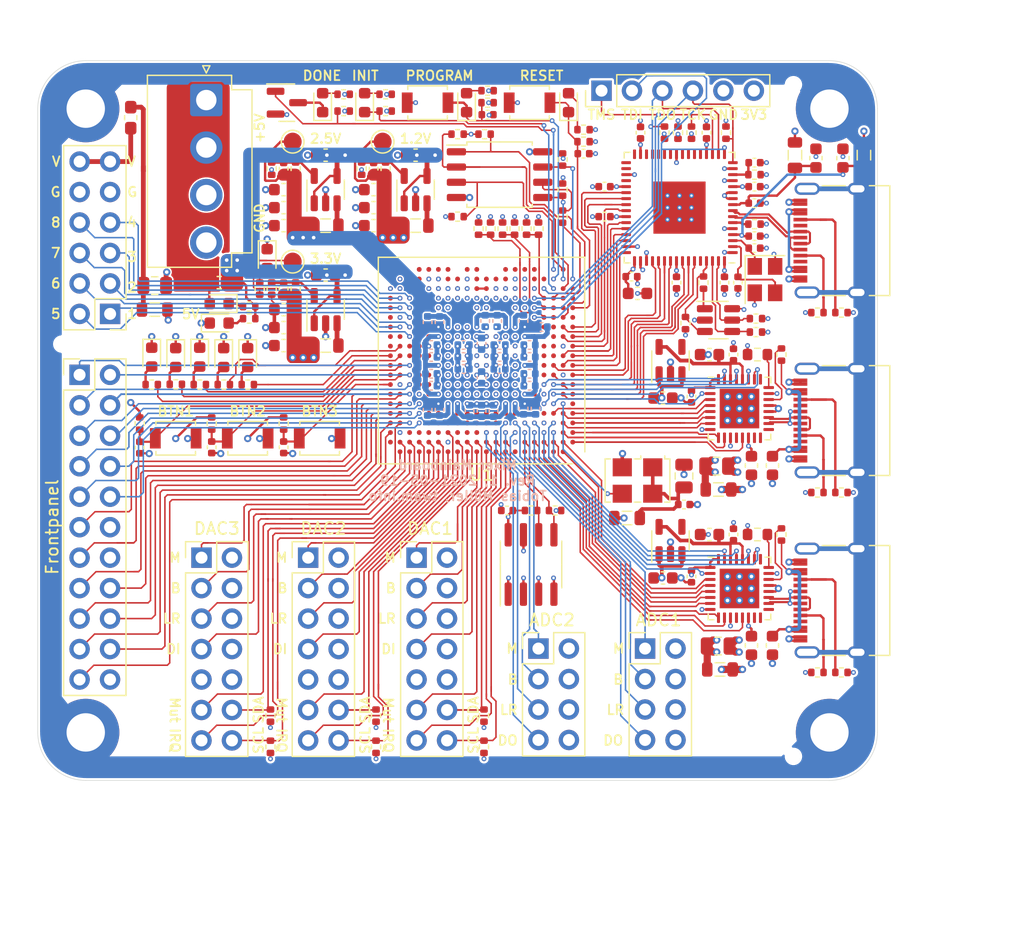
<source format=kicad_pcb>
(kicad_pcb (version 20211014) (generator pcbnew)
  (title_block (title "Mixer - FPGA board") (date "2021-03-28") (rev "1") (comment 1 "License: CC-BY-SA 4.0") (comment 2 "Author: Tobias Müller, twam.info"))
  (layers (0 "F.Cu" signal) (1 "In1.Cu" power) (2 "In2.Cu" power) (31 "B.Cu" signal) (34 "B.Paste" user) (35 "F.Paste" user) (36 "B.SilkS" user "B.Silkscreen") (37 "F.SilkS" user "F.Silkscreen") (38 "B.Mask" user) (39 "F.Mask" user) (44 "Edge.Cuts" user))
  (net 0 "")
  (net 1 "GND")
  (net 2 "+5V")
  (net 3 "/FPGA Config/GSRN")
  (net 4 "/FPGA Config/~PROGRAM")
  (net 5 "Net-(C7-Pad2)")
  (net 6 "/Debug/RST_FT2232")
  (net 7 "+3V3")
  (net 8 "Earth")
  (net 9 "/USB2/VBUS")
  (net 10 "/USB2/D-")
  (net 11 "/USB2/D+")
  (net 12 "/USB1/VBUS")
  (net 13 "/USB1/D-")
  (net 14 "/USB1/D+")
  (net 15 "/Debug/OSCI")
  (net 16 "/Debug/OSCO")
  (net 17 "Net-(R104-Pad2)")
  (net 18 "Net-(R105-Pad1)")
  (net 19 "Net-(R204-Pad2)")
  (net 20 "Net-(R205-Pad1)")
  (net 21 "/USB1/3V3_USB")
  (net 22 "/USB1/1V8_USB")
  (net 23 "/USB2/3V3_USB")
  (net 24 "/USB2/1V8_USB")
  (net 25 "/USB1/CC1")
  (net 26 "/USB1/CC2")
  (net 27 "/USB2/CC1")
  (net 28 "/USB2/CC2")
  (net 29 "/Debug/VBUS")
  (net 30 "/Debug/CC1")
  (net 31 "/Debug/D-")
  (net 32 "/Debug/D+")
  (net 33 "/Debug/CC2")
  (net 34 "/Debug/REF")
  (net 35 "/Debug/EECS")
  (net 36 "/Debug/VPHY")
  (net 37 "/Debug/VPLL")
  (net 38 "/Debug/VCORE")
  (net 39 "Net-(D6-Pad2)")
  (net 40 "Net-(D7-Pad1)")
  (net 47 "/Debug/EECLK")
  (net 48 "/Debug/EEDATA")
  (net 49 "Net-(D7-Pad2)")
  (net 50 "Net-(D1-Pad2)")
  (net 51 "Net-(D2-Pad2)")
  (net 52 "Net-(D8-Pad2)")
  (net 53 "/FPGA Config/~INIT")
  (net 54 "Net-(D9-Pad2)")
  (net 55 "Net-(D10-Pad2)")
  (net 56 "/Audio IO/I2S1.MCLK")
  (net 57 "/Audio IO/I2S1.LRCLK")
  (net 58 "/Audio IO/I2S1.BCLK")
  (net 59 "/Audio IO/I2S1.SDIN")
  (net 60 "/Audio IO/Mute1")
  (net 61 "/Audio IO/IRQ1")
  (net 62 "/Audio IO/I2C1.SDA")
  (net 63 "/Audio IO/I2C1.SCL")
  (net 64 "/Audio IO/I2S2.MCLK")
  (net 65 "/Audio IO/I2S2.LRCLK")
  (net 66 "/Audio IO/I2S2.BCLK")
  (net 67 "/Audio IO/I2S2.SDIN")
  (net 68 "/Audio IO/Mute2")
  (net 69 "/Audio IO/IRQ2")
  (net 70 "/Audio IO/I2C2.SDA")
  (net 71 "/Audio IO/I2C2.SCL")
  (net 72 "/Audio IO/I2S3.MCLK")
  (net 73 "/Audio IO/I2S3.LRCLK")
  (net 74 "/Audio IO/I2S3.BCLK")
  (net 75 "/Audio IO/I2S3.SDIN")
  (net 76 "/Audio IO/Mute3")
  (net 77 "/Audio IO/IRQ3")
  (net 78 "/Audio IO/I2C3.SCL")
  (net 79 "/Audio IO/I2S4.LRCLK")
  (net 80 "/Audio IO/I2S4.SDOUT")
  (net 81 "/Audio IO/I2S4.BCLK")
  (net 82 "/Audio IO/I2S4.MCLK")
  (net 83 "/Audio IO/I2S5.LRCLK")
  (net 84 "/Audio IO/I2S5.SDOUT")
  (net 85 "Net-(D3-Pad2)")
  (net 86 "Net-(D4-Pad2)")
  (net 87 "Net-(D5-Pad2)")
  (net 88 "/Audio IO/I2S5.BCLK")
  (net 89 "/Audio IO/I2S5.MCLK")
  (net 90 "Net-(L3-Pad1)")
  (net 91 "/FPGA Config/DONE")
  (net 107 "/FPGA IO Left/FPGA_CLK")
  (net 123 "/FPGA Config/CFG.CLK")
  (net 124 "Net-(R24-Pad2)")
  (net 125 "/Debug/JTAG.TCK")
  (net 130 "/Debug/JTAG.TDO")
  (net 131 "/Debug/JTAG.TDI")
  (net 145 "/Debug/JTAG.TMS")
  (net 169 "/FPGA Config/CFG.CS")
  (net 171 "/FPGA Config/CFG_2")
  (net 172 "/FPGA Config/CFG_1")
  (net 176 "/FPGA Config/CFG_0")
  (net 179 "/FPGA Config/CFG.IO1")
  (net 180 "unconnected-(U1-PadV10)")
  (net 181 "+2V5")
  (net 182 "unconnected-(U1-PadV17)")
  (net 185 "/FPGA Config/CFG.IO3")
  (net 186 "/FPGA Config/CFG.IO0")
  (net 189 "/FPGA Config/CFG.IO2")
  (net 190 "/FPGA IO Left/ULPI1.NXT")
  (net 195 "/FPGA IO Left/ULPI1.D_{0}")
  (net 196 "/FPGA IO Left/ULPI1.D_{1}")
  (net 197 "/FPGA IO Left/ULPI1.D_{2}")
  (net 201 "/FPGA IO Left/ULPI1.D_{3}")
  (net 202 "/FPGA IO Left/ULPI1.D_{4}")
  (net 203 "/FPGA IO Left/ULPI1.D_{5}")
  (net 204 "/FPGA IO Left/ULPI1.D_{6}")
  (net 205 "/FPGA IO Left/ULPI1.D_{7}")
  (net 206 "/FPGA IO Left/ULPI1.CLK")
  (net 207 "/FPGA IO Left/ULPI1.RST")
  (net 208 "/FPGA IO Left/ULPI1.STP")
  (net 220 "/FPGA IO Left/ULPI1.DIR")
  (net 221 "/FPGA IO Left/ULPI2.NXT")
  (net 233 "/FPGA IO Left/ULPI2.D_{0}")
  (net 240 "/FPGA IO Left/ULPI2.D_{1}")
  (net 247 "/FPGA IO Left/ULPI2.D_{2}")
  (net 248 "/FPGA IO Left/ULPI2.D_{3}")
  (net 249 "/FPGA IO Left/ULPI2.D_{4}")
  (net 250 "/FPGA IO Left/ULPI2.D_{5}")
  (net 252 "/FPGA IO Left/ULPI2.D_{6}")
  (net 258 "/FPGA IO Left/ULPI2.D_{7}")
  (net 261 "/FPGA IO Left/ULPI2.CLK")
  (net 262 "/FPGA IO Left/ULPI2.RST")
  (net 263 "/FPGA IO Left/ULPI2.STP")
  (net 264 "/FPGA IO Left/ULPI2.DIR")
  (net 270 "/Debug/BDBUS0")
  (net 271 "/Debug/BDBUS1")
  (net 272 "/Debug/BDBUS2")
  (net 273 "/Debug/BDBUS3")
  (net 274 "/Debug/BDBUS4")
  (net 275 "/Debug/BDBUS5")
  (net 276 "/Debug/BDBUS6")
  (net 277 "/Debug/BDBUS7")
  (net 278 "/Debug/BCBUS0")
  (net 279 "/Debug/BCBUS1")
  (net 280 "/Debug/BCBUS2")
  (net 281 "/Debug/BCBUS3")
  (net 282 "/Debug/BCBUS4")
  (net 283 "/Debug/BCBUS5")
  (net 284 "/Debug/BCBUS6")
  (net 285 "/Debug/BCBUS7")
  (net 287 "Net-(C8-Pad2)")
  (net 288 "+1V2")
  (net 289 "Net-(C9-Pad2)")
  (net 290 "Net-(L4-Pad1)")
  (net 291 "Net-(L5-Pad1)")
  (net 292 "Net-(R508-Pad1)")
  (net 293 "Net-(C19-Pad1)")
  (net 294 "/FPGA IO Top/SDA")
  (net 295 "/FPGA IO Top/SCL")
  (net 297 "/Audio IO/I2C3.SDA")
  (net 299 "/FPGA IO Right/3V3_EXP")
  (net 300 "/FPGA IO Right/EXP8")
  (net 301 "/FPGA IO Right/EXP4")
  (net 302 "/FPGA IO Right/EXP7")
  (net 303 "/FPGA IO Right/EXP3")
  (net 304 "/FPGA IO Right/EXP6")
  (net 305 "/FPGA IO Right/EXP2")
  (net 306 "/FPGA IO Right/EXP5")
  (net 307 "/FPGA IO Right/EXP1")
  (net 308 "/FPGA IO Right/SW_SER_CP")
  (net 309 "/FPGA IO Right/SW_SER_DATA")
  (net 310 "/FPGA IO Right/~SW_SER_PL")
  (net 311 "/FPGA IO Right/~SW_SER_CE")
  (net 312 "/FPGA IO Right/~LED_OE")
  (net 313 "/FPGA IO Right/LED_LE")
  (net 314 "/FPGA IO Right/~LED_DISPLAY_OE")
  (net 315 "/FPGA IO Right/LED_CLK")
  (net 316 "/FPGA IO Right/LED_DATA")
  (net 317 "/FPGA IO Right/B")
  (net 318 "/FPGA IO Right/A")
  (net 319 "/FPGA IO Right/~POTI_CS")
  (net 320 "/FPGA IO Right/POTI_SDO")
  (net 321 "/FPGA IO Right/POTI_CLK")
  (net 322 "/FPGA IO Right/VPOT_A_{2}")
  (net 323 "/FPGA IO Right/VPOT_A_{1}")
  (net 324 "/FPGA IO Right/VPOT_A_{3}")
  (net 325 "/FPGA IO Right/VPOT_A_{0}")
  (net 326 "/FPGA IO Right/~LED_SW_OE")
  (net 329 "Net-(D11-Pad2)")
  (net 330 "/FPGA IO Right/LED_GREEN")
  (net 331 "/FPGA IO Right/LED_YELLOW")
  (net 332 "/FPGA IO Right/LED_WHITE")
  (net 333 "/FPGA IO Right/LED_BLUE")
  (net 334 "/FPGA IO Right/LED_RED")
  (net 335 "/FPGA IO Right/BTN1")
  (net 336 "/FPGA IO Right/BTN2")
  (net 337 "/FPGA IO Right/BTN3")
  (net 338 "Net-(D12-Pad1)")
  (net 339 "/Power/PWR_IN")
  (net 340 "Net-(C3-Pad1)")
  (footprint "Connector_JST:JST_VH_B4P-VH_1x04_P3.96mm_Vertical" (layer "F.Cu") (at 129.05 73.2825 -90)
    (fp_text reference "J2" hide)
    (fp_text value "Power")
  )
  (footprint "MountingHole:MountingHole_3.2mm_M3_DIN965_Pad" (layer "F.Cu") (at 181 74)
    (fp_text reference "H3" hide)
    (fp_text value "Hole")
  )
  (footprint "MountingHole:MountingHole_3.2mm_M3_DIN965_Pad" (layer "F.Cu") (at 181 126)
    (fp_text reference "H4" hide)
    (fp_text value "Hole")
  )
  (footprint "MountingHole:MountingHole_3.2mm_M3_DIN965_Pad" (layer "F.Cu") (at 119 74)
    (fp_text reference "H1" hide)
    (fp_text value "Hole")
  )
  (footprint "Capacitor_SMD:C_0603_1608Metric" (layer "F.Cu") (at 167.125 98.125)
    (fp_text reference "C102" hide)
    (fp_text value "1u")
  )
  (footprint "Capacitor_SMD:C_0603_1608Metric" (layer "F.Cu") (at 171 94.5 180)
    (fp_text reference "C103" hide)
    (fp_text value "10u")
  )
  (footprint "Capacitor_SMD:C_0402_1005Metric" (layer "F.Cu") (at 169.5 98 -90)
    (fp_text reference "C105" hide)
    (fp_text value "100n")
  )
  (footprint "Capacitor_SMD:C_0603_1608Metric" (layer "F.Cu") (at 174.5 103.75 -90)
    (fp_text reference "C106" hide)
    (fp_text value "2u2")
  )
  (footprint "Capacitor_SMD:C_0402_1005Metric" (layer "F.Cu") (at 173 94.5 90)
    (fp_text reference "C107" hide)
    (fp_text value "100n")
  )
  (footprint "Capacitor_SMD:C_0603_1608Metric" (layer "F.Cu") (at 167.125 113.125)
    (fp_text reference "C202" hide)
    (fp_text value "1u")
  )
  (footprint "Capacitor_SMD:C_0603_1608Metric" (layer "F.Cu") (at 171 109.5 180)
    (fp_text reference "C203" hide)
    (fp_text value "10u")
  )
  (footprint "Capacitor_SMD:C_0603_1608Metric" (layer "F.Cu") (at 176.25 118.75 -90)
    (fp_text reference "C204" hide)
    (fp_text value "2u2")
  )
  (footprint "Capacitor_SMD:C_0402_1005Metric" (layer "F.Cu") (at 169.5 113 -90)
    (fp_text reference "C205" hide)
    (fp_text value "100n")
  )
  (footprint "Capacitor_SMD:C_0603_1608Metric" (layer "F.Cu") (at 174.5 118.75 -90)
    (fp_text reference "C206" hide)
    (fp_text value "2u2")
  )
  (footprint "Capacitor_SMD:C_0402_1005Metric" (layer "F.Cu") (at 173 109.5 90)
    (fp_text reference "C207" hide)
    (fp_text value "100n")
  )
  (footprint "Capacitor_SMD:C_0805_2012Metric" (layer "F.Cu") (at 171.725 118.8)
    (fp_text reference "C201" hide)
    (fp_text value "10u")
  )
  (footprint "twam-Misc:USB_C_Receptacle_XKB_TYPE-C-31-M-12" (layer "F.Cu") (at 182.25 100 90)
    (fp_text reference "J101" hide)
    (fp_text value "USB1")
  )
  (footprint "twam-Misc:USB_C_Receptacle_XKB_TYPE-C-31-M-12" (layer "F.Cu") (at 182.25 115 90)
    (fp_text reference "J201" hide)
    (fp_text value "USB1")
  )
  (footprint "Inductor_SMD:L_0805_2012Metric" (layer "F.Cu") (at 171.75 105.75 180)
    (fp_text reference "L101" hide)
    (fp_text value "600R/100M")
  )
  (footprint "Resistor_SMD:R_0402_1005Metric" (layer "F.Cu") (at 182 106 180)
    (fp_text reference "R102" hide)
    (fp_text value "5k1")
  )
  (footprint "Resistor_SMD:R_0402_1005Metric" (layer "F.Cu") (at 177 94.5 90)
    (fp_text reference "R104" hide)
    (fp_text value "10k")
  )
  (footprint "Resistor_SMD:R_0603_1608Metric" (layer "F.Cu") (at 175 94.5 180)
    (fp_text reference "R105" hide)
    (fp_text value "8k06 1%")
  )
  (footprint "Resistor_SMD:R_0402_1005Metric" (layer "F.Cu") (at 180 121)
    (fp_text reference "R201" hide)
    (fp_text value "5k1")
  )
  (footprint "Resistor_SMD:R_0402_1005Metric" (layer "F.Cu") (at 182 121 180)
    (fp_text reference "R202" hide)
    (fp_text value "5k1")
  )
  (footprint "Resistor_SMD:R_0402_1005Metric" (layer "F.Cu") (at 177 109.5 90)
    (fp_text reference "R204" hide)
    (fp_text value "10k")
  )
  (footprint "Resistor_SMD:R_0603_1608Metric" (layer "F.Cu") (at 175 109.5 180)
    (fp_text reference "R205" hide)
    (fp_text value "8k06 1%")
  )
  (footprint "Package_TO_SOT_SMD:SOT-23-5" (layer "F.Cu") (at 167.75 95 90)
    (fp_text reference "U102" hide)
    (fp_text value "TPS76318")
  )
  (footprint "Package_DFN_QFN:QFN-32-1EP_5x5mm_P0.5mm_EP3.3x3.3mm" (layer "F.Cu") (at 173.5 99)
    (fp_text reference "U101" hide)
    (fp_text value "USB3320")
  )
  (footprint "Package_TO_SOT_SMD:SOT-23-5" (layer "F.Cu") (at 167.75 110 90)
    (fp_text reference "U202" hide)
    (fp_text value "TPS76318")
  )
  (footprint "Package_DFN_QFN:QFN-32-1EP_5x5mm_P0.5mm_EP3.3x3.3mm" (layer "F.Cu") (at 173.5 114)
    (fp_text reference "U201" hide)
    (fp_text value "USB3320")
  )
  (footprint "Resistor_SMD:R_0402_1005Metric" (layer "F.Cu") (at 180 106)
    (fp_text reference "R101" hide)
    (fp_text value "5k1")
  )
  (footprint "Capacitor_SMD:C_0603_1608Metric" (layer "F.Cu") (at 176.25 103.75 -90)
    (fp_text reference "C104" hide)
    (fp_text value "2u2")
  )
  (footprint "Capacitor_SMD:C_0805_2012Metric" (layer "F.Cu") (at 171.6 103.8)
    (fp_text reference "C101" hide)
    (fp_text value "10u")
  )
  (footprint "Inductor_SMD:L_0805_2012Metric" (layer "F.Cu") (at 171.875 120.75 180)
    (fp_text reference "L201" hide)
    (fp_text value "600R/100M")
  )
  (footprint "twam-Misc:USB_C_Receptacle_XKB_TYPE-C-31-M-12" (layer "F.Cu") (at 182.25 85 90)
    (fp_text reference "J501" hide)
    (fp_text value "USB1")
  )
  (footprint "Resistor_SMD:R_0402_1005Metric" (layer "F.Cu") (at 180 91)
    (fp_text reference "R501" hide)
    (fp_text value "5k1")
  )
  (footprint "Resistor_SMD:R_0402_1005Metric" (layer "F.Cu") (at 182 91 180)
    (fp_text reference "R502" hide)
    (fp_text value "5k1")
  )
  (footprint "Capacitor_SMD:C_0402_1005Metric" (layer "F.Cu") (at 173.375 88.5 -90)
    (fp_text reference "C501" hide)
    (fp_text value "20pF")
  )
  (footprint "Capacitor_SMD:C_0402_1005Metric" (layer "F.Cu") (at 174.75 85.625)
    (fp_text reference "C502" hide)
    (fp_text value "20pF")
  )
  (footprint "Capacitor_SMD:C_0402_1005Metric" (layer "F.Cu") (at 174.75 81.875)
    (fp_text reference "C506" hide)
    (fp_text value "100n")
  )
  (footprint "Capacitor_SMD:C_0402_1005Metric" (layer "F.Cu") (at 162.25 80.5 180)
    (fp_text reference "C507" hide)
    (fp_text value "100n")
  )
  (footprint "Capacitor_SMD:C_0402_1005Metric" (layer "F.Cu") (at 174.75 80.5)
    (fp_text reference "C509" hide)
    (fp_text value "100n")
  )
  (footprint "Capacitor_SMD:C_0402_1005Metric" (layer "F.Cu") (at 162.25 83 180)
    (fp_text reference "C510" hide)
    (fp_text value "100n")
  )
  (footprint "Capacitor_SMD:C_0402_1005Metric" (layer "F.Cu") (at 170.75 76 90)
    (fp_text reference "C511" hide)
    (fp_text value "100n")
  )
  (footprint "Capacitor_SMD:C_0402_1005Metric" (layer "F.Cu") (at 165.25 76 90)
    (fp_text reference "C512" hide)
    (fp_text value "100n")
  )
  (footprint "Capacitor_SMD:C_0402_1005Metric" (layer "F.Cu") (at 164.5 88)
    (fp_text reference "C514" hide)
    (fp_text value "100n")
  )
  (footprint "Capacitor_SMD:C_0603_1608Metric" (layer "F.Cu") (at 165 89.4)
    (fp_text reference "C515" hide)
    (fp_text value "4u7")
  )
  (footprint "Inductor_SMD:L_0805_2012Metric" (layer "F.Cu") (at 178.125 77.875 -90)
    (fp_text reference "L1" hide)
    (fp_text value "600R/100M")
  )
  (footprint "Inductor_SMD:L_0805_2012Metric" (layer "F.Cu") (at 183.875 77.875 -90)
    (fp_text reference "L501" hide)
    (fp_text value "600R/100M")
  )
  (footprint "Resistor_SMD:R_0402_1005Metric" (layer "F.Cu") (at 170.5 88.5 90)
    (fp_text reference "R508" hide)
    (fp_text value "2k2")
  )
  (footprint "Crystal:Crystal_SMD_3225-4Pin_3.2x2.5mm" (layer "F.Cu") (at 175.625 88.25 -90)
    (fp_text reference "Y501" hide)
    (fp_text value "12M")
  )
  (footprint "Capacitor_SMD:C_0402_1005Metric" (layer "F.Cu") (at 172.25 88.5 -90)
    (fp_text reference "C508" hide)
    (fp_text value "100n")
  )
  (footprint "Resistor_SMD:R_0402_1005Metric" (layer "F.Cu") (at 152.2 124.6 90)
    (fp_text reference "R601" hide)
    (fp_text value "4k7")
  )
  (footprint "Resistor_SMD:R_0402_1005Metric" (layer "F.Cu") (at 152.2 127.2 90)
    (fp_text reference "R602" hide)
    (fp_text value "4k7")
  )
  (footprint "Resistor_SMD:R_0402_1005Metric" (layer "F.Cu") (at 143.2 124.6 90)
    (fp_text reference "R611" hide)
    (fp_text value "4k7")
  )
  (footprint "Resistor_SMD:R_0402_1005Metric" (layer "F.Cu") (at 143.2 127.2 90)
    (fp_text reference "R612" hide)
    (fp_text value "4k7")
  )
  (footprint "Resistor_SMD:R_0402_1005Metric" (layer "F.Cu") (at 134.4 124.6 90)
    (fp_text reference "R621" hide)
    (fp_text value "4k7")
  )
  (footprint "Resistor_SMD:R_0402_1005Metric" (layer "F.Cu") (at 134.4 127.2 90)
    (fp_text reference "R622" hide)
    (fp_text value "4k7")
  )
  (footprint "MountingHole:MountingHole_3.2mm_M3_DIN965_Pad" (layer "F.Cu") (at 119 126)
    (fp_text reference "H2" hide)
    (fp_text value "Hole")
  )
  (footprint "Connector_PinHeader_2.54mm:PinHeader_2x07_P2.54mm_Vertical" (layer "F.Cu") (at 137.54 111.43)
    (fp_text reference "J611" hide)
    (fp_text value "DAC2")
  )
  (footprint "Connector_PinHeader_2.54mm:PinHeader_2x07_P2.54mm_Vertical" (layer "F.Cu") (at 128.65 111.43)
    (fp_text reference "J621" hide)
    (fp_text value "DAC3")
  )
  (footprint "Connector_PinHeader_2.54mm:PinHeader_2x04_P2.54mm_Vertical" (layer "F.Cu") (at 156.74 119.01)
    (fp_text reference "J702" hide)
    (fp_text value "ADC2")
  )
  (footprint "Connector_PinHeader_2.54mm:PinHeader_2x04_P2.54mm_Vertical" (layer "F.Cu") (at 165.63 119.01)
    (fp_text reference "J701" hide)
    (fp_text value "ADC1")
  )
  (footprint "Connector_PinHeader_2.54mm:PinHeader_2x07_P2.54mm_Vertical" (layer "F.Cu") (at 146.58 111.43)
    (fp_text reference "J601" hide)
    (fp_text value "DAC1")
  )
  (footprint "Connector_PinHeader_2.54mm:PinHeader_2x11_P2.54mm_Vertical" (layer "F.Cu") (at 118.485 96.19)
    (fp_text reference "J801" hide)
    (fp_text value "Frontpanel")
  )
  (footprint "Package_DFN_QFN:QFN-64-1EP_9x9mm_P0.5mm_EP4.35x4.35mm" (layer "F.Cu") (at 168.5 82.25 180)
    (fp_text reference "U501" hide)
    (fp_text value "FT2232HQ")
  )
  (footprint "LED_SMD:LED_0603_1608Metric" (layer "F.Cu") (at 128.5 94.7125 -90)
    (fp_text reference "D3" hide)
    (fp_text value "green")
  )
  (footprint "LED_SMD:LED_0603_1608Metric" (layer "F.Cu") (at 130.5 94.75 -90)
    (fp_text reference "D4" hide)
    (fp_text value "yellow")
  )
  (footprint "LED_SMD:LED_0603_1608Metric" (layer "F.Cu") (at 124.5 94.7125 -90)
    (fp_text reference "D5" hide)
    (fp_text value "white")
  )
  (footprint "Resistor_SMD:R_0402_1005Metric" (layer "F.Cu") (at 123.5 100.25 -90)
    (fp_text reference "R3" hide)
    (fp_text value "10k")
  )
  (footprint "Resistor_SMD:R_0402_1005Metric" (layer "F.Cu") (at 129.5 100.25 -90)
    (fp_text reference "R4" hide)
    (fp_text value "10k")
  )
  (footprint "Resistor_SMD:R_0402_1005Metric" (layer "F.Cu") (at 135.5 100.25 -90)
    (fp_text reference "R5" hide)
    (fp_text value "10k")
  )
  (footprint "Connector_PinHeader_2.54mm:PinHeader_2x06_P2.54mm_Vertical" (layer "F.Cu") (at 121.03 91.11 180)
    (fp_text reference "J4" hide)
    (fp_text value "Expansion")
  )
  (footprint "Capacitor_SMD:C_0805_2012Metric" (layer "F.Cu") (at 124.75 88.75)
    (fp_text reference "C3" hide)
    (fp_text value "10u")
  )
  (footprint "Inductor_SMD:L_0805_2012Metric" (layer "F.Cu") (at 124.75 90.75 180)
    (fp_text reference "L2" hide)
    (fp_text value "600R/100M")
  )
  (footprint "LED_SMD:LED_0603_1608Metric" (layer "F.Cu") (at 134.125 86.5 -90)
    (fp_text reference "D2" hide)
    (fp_text value "green")
  )
  (footprint "Inductor_SMD:L_0805_2012Metric" (layer "F.Cu") (at 164.125 108.125)
    (fp_text reference "L6" hide)
    (fp_text value "600R/100M")
  )
  (footprint "Resistor_SMD:R_0402_1005Metric" (layer "F.Cu") (at 169.5 76 90)
    (fp_text reference "R36" hide)
    (fp_text value "4k7")
  )
  (footprint "Button_Switch_SMD:SW_SPST_B3U-1000P" (layer "F.Cu") (at 132.5 101.48 180)
    (fp_text reference "SW4" hide)
    (fp_text value "BTN2")
  )
  (footprint "Resistor_SMD:R_0402_1005Metric" (layer "F.Cu") (at 156.125 107.5)
    (fp_text reference "R38" hide)
    (fp_text value "4k7")
  )
  (footprint "LED_SMD:LED_0603_1608Metric" (layer "F.Cu") (at 130.125 90.25 180)
    (fp_text reference "D12" hide)
    (fp_text value "red")
  )
  (footprint "Package_TO_SOT_SMD:SOT-23-5" (layer "F.Cu") (at 139 80.75 90)
    (fp_text reference "U4" hide)
    (fp_text value "TLV62569DBV")
  )
  (footprint "Connector_PinHeader_2.54mm:PinHeader_1x06_P2.54mm_Vertical" (layer "F.Cu") (at 162 72.5 90)
    (fp_text reference "J1" hide)
    (fp_text value "JTAG")
  )
  (footprint "Capacitor_SMD:C_0603_1608Metric" (layer "F.Cu") (at 135.5 83.75 180)
    (fp_text reference "C14" hide)
    (fp_text value "1u")
  )
  (footprint "Capacitor_SMD:C_0603_1608Metric" (layer "F.Cu") (at 135.5 92.25 180)
    (fp_text reference "C16" hide)
    (fp_text value "10u")
  )
  (footprint "Capacitor_SMD:C_0402_1005Metric" (layer "F.Cu") (at 174.75 78.5)
    (fp_text reference "C516" hide)
    (fp_text value "100n")
  )
  (footprint "TestPoint:TestPoint_Pad_D1.5mm" (layer "F.Cu") (at 136.25 76.75)
    (fp_text reference "TP5" hide)
    (fp_text value "2V5")
  )
  (footprint "Resistor_SMD:R_0402_1005Metric" (layer "F.Cu") (at 153.75 84 90)
    (fp_text reference "R15" hide)
    (fp_text value "1k NP")
  )
  (footprint "Capacitor_SMD:C_0402_1005Metric" (layer "F.Cu") (at 129.5 102.23 -90)
    (fp_text reference "C52" hide)
    (fp_text value "100n")
  )
  (footprint "Resistor_SMD:R_0402_1005Metric" (layer "F.Cu") (at 152.25 76.125)
    (fp_text reference "R16" hide)
    (fp_text value "4k7")
  )
  (footprint "Resistor_SMD:R_0402_1005Metric" (layer "F.Cu") (at 134.5 79 -90)
    (fp_text reference "R11" hide)
    (fp_text value "47k")
  )
  (footprint "Resistor_SMD:R_0402_1005Metric" (layer "F.Cu") (at 124.5 97 180)
    (fp_text reference "R40" hide)
    (fp_text value "4k7")
  )
  (footprint "Resistor_SMD:R_0402_1005Metric" (layer "F.Cu") (at 174.75 83.625 180)
    (fp_text reference "R503" hide)
    (fp_text value "12k")
  )
  (footprint "Capacitor_SMD:C_0603_1608Metric" (layer "F.Cu") (at 139 87.875)
    (fp_text reference "C4" hide)
    (fp_text value "4u7")
  )
  (footprint "LED_SMD:LED_0603_1608Metric" (layer "F.Cu") (at 150.75 73.5 90)
    (fp_text reference "D10" hide)
    (fp_text value "red")
  )
  (footprint "Resistor_SMD:R_0402_1005Metric" (layer "F.Cu") (at 167.25 76 90)
    (fp_text reference "R34" hide)
    (fp_text value "4k7")
  )
  (footprint "Resistor_SMD:R_0402_1005Metric" (layer "F.Cu") (at 174.875 92.625 180)
    (fp_text reference "R505" hide)
    (fp_text value "10k")
  )
  (footprint "Capacitor_SMD:C_0603_1608Metric" (layer "F.Cu") (at 135.5 90.75 180)
    (fp_text reference "C10" hide)
    (fp_text value "10u")
  )
  (footprint "Capacitor_SMD:C_0402_1005Metric" (layer "F.Cu") (at 143 79 90)
    (fp_text reference "C9" hide)
    (fp_text value "6p8")
  )
  (footprint "Package_TO_SOT_SMD:SOT-23-5" (layer "F.Cu") (at 139 90.75 90)
    (fp_text reference "U3" hide)
    (fp_text value "TLV62569DBV")
  )
  (footprint "Resistor_SMD:R_0402_1005Metric" (layer "F.Cu") (at 142 79 -90)
    (fp_text reference "R13" hide)
    (fp_text value "100k")
  )
  (footprint "Resistor_SMD:R_0402_1005Metric" (layer "F.Cu") (at 154.75 84 -90)
    (fp_text reference "R14" hide)
    (fp_text value "1k")
  )
  (footprint "Capacitor_SMD:C_0603_1608Metric" (layer "F.Cu") (at 182.125 78.125 90)
    (fp_text reference "C503" hide)
    (fp_text value "4u7")
  )
  (footprint "Fuse:Fuse_0603_1608Metric_Pad1.05x0.95mm_HandSolder" (layer "F.Cu") (at 130.125 88.5)
    (fp_text reference "F1" hide)
    (fp_text value "2A")
  )
  (footprint "Capacitor_SMD:C_0603_1608Metric" (layer "F.Cu") (at 179.875 78.125 90)
    (fp_text reference "C505" hide)
    (fp_text value "4u7")
  )
  (footprint "Resistor_SMD:R_0402_1005Metric" (layer "F.Cu") (at 152.75 84 -90)
    (fp_text reference "R17" hide)
    (fp_text value "1k NP")
  )
  (footprint "Capacitor_SMD:C_0402_1005Metric" (layer "F.Cu") (at 135.5 102.23 -90)
    (fp_text reference "C53" hide)
    (fp_text value "100n")
  )
  (footprint "Resistor_SMD:R_0402_1005Metric" (layer "F.Cu") (at 134.5 89 -90)
    (fp_text reference "R9" hide)
    (fp_text value "15k")
  )
  (footprint "twam-Misc:MountingHole_JLCPCB" (layer "F.Cu") (at 117 93.625)
    (fp_text reference "H6" hide)
    (fp_text value "MountingHole")
  )
  (footprint "Capacitor_SMD:C_0603_1608Metric" (layer "F.Cu") (at 135.5 82.25 180)
    (fp_text reference "C17" hide)
    (fp_text value "10u")
  )
  (footprint "Capacitor_SMD:C_0402_1005Metric" (layer "F.Cu") (at 168.25 88.5 -90)
    (fp_text reference "C513" hide)
    (fp_text value "100n")
  )
  (footprint "Capacitor_SMD:C_0805_2012Metric" (layer "F.Cu") (at 168.875 104.625 90)
    (fp_text reference "C19" hide)
    (fp_text value "10u")
  )
  (footprint "Capacitor_SMD:C_0603_1608Metric" (layer "F.Cu") (at 143 82.25 180)
    (fp_text reference "C18" hide)
    (fp_text value "22u")
  )
  (footprint "Resistor_SMD:R_0402_1005Metric" (layer "F.Cu") (at 152.5 72.5 180)
    (fp_text reference "R29" hide)
    (fp_text value "4k7")
  )
  (footprint "Button_Switch_SMD:SW_SPST_B3U-1000P" (layer "F.Cu") (at 138.5 101.48 180)
    (fp_text reference "SW5" hide)
    (fp_text value "BTN3")
  )
  (footprint "Button_Switch_SMD:SW_SPST_B3U-1000P" (layer "F.Cu") (at 147.5 73.5)
    (fp_text reference "SW2" hide)
    (fp_text value "PROGRAM")
  )
  (footprint "Button_Switch_SMD:SW_SPST_B3U-1000P" (layer "F.Cu") (at 156 73.5)
    (fp_text reference "SW1" hide)
    (fp_text value "RESET")
  )
  (footprint "LED_SMD:LED_0603_1608Metric" (layer "F.Cu") (at 138.75 73.5 90)
    (fp_text reference "D7" hide)
    (fp_text value "green")
  )
  (footprint "Resistor_SMD:R_0402_1005Metric" (layer "F.Cu") (at 132.51 97 180)
    (fp_text reference "R42" hide)
    (fp_text value "4k7")
  )
  (footprint "Resistor_SMD:R_0402_1005Metric" (layer "F.Cu") (at 132.625 91.5 180)
    (fp_text reference "R1" hide)
    (fp_text value "15k")
  )
  (footprint "Resistor_SMD:R_0402_1005Metric" (layer "F.Cu") (at 136.5 79 90)
    (fp_text reference "R10" hide)
    (fp_text value "150k")
  )
  (footprint "Button_Switch_SMD:SW_SPST_B3U-1000P" (layer "F.Cu") (at 126.5 101.48 180)
    (fp_text reference "SW3" hide)
    (fp_text value "BTN1")
  )
  (footprint "LED_SMD:LED_0603_1608Metric" (layer "F.Cu") (at 159.25 73.5 90)
    (fp_text reference "D8" hide)
    (fp_text value "red")
  )
  (footprint "Resistor_SMD:R_0402_1005Metric" (layer "F.Cu") (at 150 76.125 180)
    (fp_text reference "R28" hide)
    (fp_text value "10k")
  )
  (footprint "Resistor_SMD:R_0402_1005Metric" (layer "F.Cu") (at 155.75 84 90)
    (fp_text reference "R7" hide)
    (fp_text value "1k")
  )
  (footprint "Resistor_SMD:R_0402_1005Metric" (layer "F.Cu") (at 144 74.2 180)
    (fp_text reference "R27" hide)
    (fp_text value "10k")
  )
  (footprint "Package_SO:SOIC-8_3.9x4.9mm_P1.27mm" (layer "F.Cu") (at 156.125 112 90)
    (fp_text reference "U6" hide)
    (fp_text value "CAT24C256")
  )
  (footprint "LED_SMD:LED_0603_1608Metric" (layer "F.Cu") (at 132.5 94.75 -90)
    (fp_text reference "D11" hide)
    (fp_text value "red")
  )
  (footprint "Capacitor_SMD:C_0402_1005Metric" (layer "F.Cu") (at 123.5 102.25 -90)
    (fp_text reference "C51" hide)
    (fp_text value "100n")
  )
  (footprint "Resistor_SMD:R_0402_1005Metric" (layer "F.Cu") (at 158.125 107.5 180)
    (fp_text reference "R37" hide)
    (fp_text value "4k7")
  )
  (footprint "Resistor_SMD:R_0402_1005Metric" (layer "F.Cu") (at 126.51 96.98 180)
    (fp_text reference "R41" hide)
    (fp_text value "4k7")
  )
  (footprint "Capacitor_SMD:C_0603_1608Metric" (layer "F.Cu") (at 143 80.75 180)
    (fp_text reference "C12" hide)
    (fp_text value "22u")
  )
  (footprint "Capacitor_SMD:C_0402_1005Metric" (layer "F.Cu") (at 135.5 79 90)
    (fp_text reference "C8" hide)
    (fp_text value "6p8")
  )
  (footprint "Resistor_SMD:R_0402_1005Metric" (layer "F.Cu") (at 168.375 76 90)
    (fp_text reference "R35" hide)
    (fp_text value "4k7")
  )
  (footprint "Resistor_SMD:R_0402_1005Metric" (layer "F.Cu") (at 152.5 73.5 180)
    (fp_text reference "R31" hide)
    (fp_text value "10k")
  )
  (footprint "Capacitor_SMD:C_0402_1005Metric" (layer "F.Cu") (at 154.125 107.5 180)
    (fp_text reference "C50" hide)
    (fp_text value "100n")
  )
  (footprint "Capacitor_SMD:C_0603_1608Metric" (layer "F.Cu") (at 135.5 80.75 180)
    (fp_text reference "C11" hide)
    (fp_text value "10u")
  )
  (footprint "Package_SO:SOIC-8_5.23x5.23mm_P1.27mm" (layer "F.Cu") (at 153.5 79.5)
    (fp_text reference "U2" hide)
    (fp_text value "W25Q128JVS")
  )
  (footprint "Resistor_SMD:R_0402_1005Metric" (layer "F.Cu") (at 133.5 89 90)
    (fp_text reference "R2" hide)
    (fp_text value "4k7")
  )
  (footprint "Capacitor_SMD:C_0603_1608Metric" (layer "F.Cu") (at 143 83.75 180)
    (fp_text reference "C15" hide)
    (fp_text value "1u")
  )
  (footprint "Capacitor_SMD:C_0402_1005Metric" (layer "F.Cu") (at 135.5 89 90)
    (fp_text reference "C7" hide)
    (fp_text value "6p8")
  )
  (footprint "Resistor_SMD:R_0402_1005Metric" (layer "F.Cu") (at 174.875 91.5 180)
    (fp_text reference "R504" hide)
    (fp_text value "10k")
  )
  (footprint "Capacitor_SMD:C_0402_1005Metric" (layer "F.Cu") (at 168.875 107)
    (fp_text reference "C20" hide)
    (fp_text value "100n")
  )
  (footprint "Resistor_SMD:R_0402_1005Metric" (layer "F.Cu") (at 169 91.875 90)
    (fp_text reference "R506" hide)
    (fp_text value "10k")
  )
  (footprint "twam-Misc:MountingHole_JLCPCB" (layer "F.Cu") (at 178 128)
    (fp_text reference "H7" hide)
    (fp_text value "MountingHole")
  )
  (footprint "TestPoint:TestPoint_Pad_D1.5mm" (layer "F.Cu") (at 136.25 86.75)
    (fp_text reference "TP4" hide)
    (fp_text value "3V3")
  )
  (footprint "Resistor_SMD:R_0402_1005Metric" (layer "F.Cu") (at 150 83)
    (fp_text reference "R30" hide)
    (fp_text value "10k")
  )
  (footprint "Resistor_SMD:R_0402_1005Metric" (layer "F.Cu") (at 151.75 84 90)
    (fp_text reference "R18" hide)
    (fp_text value "1k")
  )
  (footprint "LED_SMD:LED_0603_1608Metric" (layer "F.Cu") (at 126.5 94.75 -90)
    (fp_text reference "D6" hide)
    (fp_text value "blue")
  )
  (footprint "Package_TO_SOT_SMD:SOT-23-5" (layer "F.Cu") (at 146.5 80.75 90)
    (fp_text reference "U5" hide)
    (fp_text value "TLV62569DBV")
  )
  (footprint "Resistor_SMD:R_0402_1005Metric" (layer "F.Cu") (at 156.75 84 -90)
    (fp_text reference "R6" hide)
    (fp_text value "1k NP")
  )
  (footprint "LED_SMD:LED_0603_1608Metric" (layer "F.Cu") (at 142.25 73.5 90)
    (fp_text reference "D9" hide)
    (fp_text value "red")
  )
  (footprint "Resistor_SMD:R_0402_1005Metric" (layer "F.Cu") (at 160.5 75.75 180)
    (fp_text reference "R22" hide)
    (fp_text value "4k7")
  )
  (footprint "Fuse:Fuse_0603_1608Metric_Pad1.05x0.95mm_HandSolder" (layer "F.Cu") (at 122.75 74.75 90)
    (fp_text reference "F2" hide)
    (fp_text value "2A")
  )
  (footprint "Resistor_SMD:R_0402_1005Metric" (layer "F.Cu") (at 158.75 78.24 -90)
    (fp_text reference "R32" hide)
    (fp_text value "10k")
  )
  (footprint "LED_SMD:LED_0603_1608Metric" (layer "F.Cu") (at 130.125 91.875)
    (fp_text reference "D1" hide)
    (fp_text value "green")
  )
  (footprint "Resistor_SMD:R_0402_1005Metric" (layer "F.Cu") (at 158.75 83 -90)
    (fp_text reference "R24" hide)
    (fp_text value "51R")
  )
  (footprint "Resistor_SMD:R_0402_1005Metric" (layer "F.Cu") (at 144 79 90)
    (fp_text reference "R12" hide)
    (fp_text value "100k")
  )
  (footprint "Resistor_SMD:R_0402_1005Metric" (layer "F.Cu") (at 174.75 79.5)
    (fp_text reference "R507" hide)
    (fp_text value "10k")
  )
  (footprint "Capacitor_SMD:C_0603_1608Metric" (layer "F.Cu") (at 146.5 77.875)
    (fp_text reference "C6" hide)
    (fp_text value "4u7")
  )
  (footprint "Capacitor_SMD:C_0402_1005Metric" (layer "F.Cu") (at 152.5 74.5)
    (fp_text reference "C2" hide)
    (fp_text value "100n")
  )
  (footprint "Package_TO_SOT_SMD:SOT-23" (layer "F.Cu") (at 135.7625 73.5)
    (fp_text reference "Q1" hide)
    (fp_text value "2N7002")
  )
  (footprint "twam-Misc:MountingHole_JLCPCB" (layer "F.Cu") (at 178 72)
    (fp_text reference "H5" hide)
    (fp_text value "MountingHole")
  )
  (footprint "Capacitor_SMD:C_0402_1005Metric" (layer "F.Cu") (at 160.5 77.75)
    (fp_text reference "C1" hide)
    (fp_text value "100n")
  )
  (footprint "Resistor_SMD:R_0402_1005Metric" (layer "F.Cu") (at 132.625 90.5 180)
    (fp_text reference "R43" hide)
    (fp_text value "4k7")
  )
  (footprint "Resistor_SMD:R_0402_1005Metric" (layer "F.Cu") (at 160.5 76.75 180)
    (fp_text reference "R26" hide)
    (fp_text value "10k")
  )
  (footprint "Package_BGA:Lattice_caBGA-381_17.0x17.0mm_Layout20x20_P0.8mm_Ball0.4mm_Pad0.4mm_NSMD" (layer "F.Cu") (at 152 95 180)
    (fp_text reference "U1")
    (fp_text value "LFE5UM5G-85F-8BG381x")
  )
  (footprint "Capacitor_SMD:C_0603_1608Metric" (layer "F.Cu") (at 135.5 93.75 180)
    (fp_text reference "C13" hide)
    (fp_text value "1u")
  )
  (footprint "Resistor_SMD:R_0402_1005Metric" (layer "F.Cu") (at 172.375 76 90)
    (fp_text reference "R33" hide)
    (fp_text value "4k7")
  )
  (footprint "Inductor_SMD:L_0805_2012Metric" (layer "F.Cu") (at 146.5 83.75 180)
    (fp_text reference "L5" hide)
    (fp_text value "2u2")
  )
  (footprint "Resistor_SMD:R_0402_1005Metric" (layer "F.Cu") (at 128.51 97 180)
    (fp_text reference "R19" hide)
    (fp_text value "4k7")
  )
  (footprint "TestPoint:TestPoint_Pad_D1.5mm" (layer "F.Cu") (at 143.75 76.75)
    (fp_text reference "TP6" hide)
    (fp_text value "1V2")
  )
  (footprint "Resistor_SMD:R_0402_1005Metric" (layer "F.Cu") (at 140.5 72.8 180)
    (fp_text reference "R20" hide)
    (fp_text value "4k7")
  )
  (footprint "Oscillator:Oscillator_SMD_SeikoEpson_SG8002LB-4Pin_5.0x3.2mm" (layer "F.Cu") (at 165 105 180)
    (fp_text reference "X1" hide)
    (fp_text value "SG-5032CAN")
  )
  (footprint "Resistor_SMD:R_0402_1005Metric" (layer "F.Cu") (at 140.5 74.2 180)
    (fp_text reference "R21" hide)
    (fp_text value "10k")
  )
  (footprint "Inductor_SMD:L_0805_2012Metric" (layer "F.Cu") (at 139 93.75 180)
    (fp_text reference "L3" hide)
    (fp_text value "2u2")
  )
  (footprint "Resistor_SMD:R_0402_1005Metric" (layer "F.Cu") (at 136.5 89 90)
    (fp_text reference "R8" hide)
    (fp_text value "68k")
  )
  (footprint "Resistor_SMD:R_0402_1005Metric" (layer "F.Cu") (at 158.75 80.75 -90)
    (fp_text reference "R25" hide)
    (fp_text value "10k")
  )
  (footprint "Package_TO_SOT_SMD:SOT-23-6" (layer "F.Cu") (at 171.75 91.625)
    (fp_text reference "U502" hide)
    (fp_text value "93LCxxBxxOT")
  )
  (footprint "Resistor_SMD:R_0402_1005Metric" (layer "F.Cu") (at 144 72.8 180)
    (fp_text reference "R23" hide)
    (fp_text value "4k7")
  )
  (footprint "Capacitor_SMD:C_0603_1608Metric" (layer "F.Cu") (at 139 77.875)
    (fp_text reference "C5" hide)
    (fp_text value "4u7")
  )
  (footprint "Inductor_SMD:L_0805_2012Metric" (layer "F.Cu") (at 139 83.75 180)
    (fp_text reference "L4" hide)
    (fp_text value "2u2")
  )
  (footprint "Capacitor_SMD:C_0402_1005Metric" (layer "F.Cu") (at 174.75 84.625)
    (fp_text reference "C504" hide)
    (fp_text value "100n")
  )
  (footprint "Resistor_SMD:R_0402_1005Metric" (layer "F.Cu") (at 130.51 97 180)
    (fp_text reference "R39" hide)
    (fp_text value "1k5")
  )
  (footprint "Capacitor_SMD:C_0402_1005Metric" (layer "B.Cu") (at 147.5 91.8 90)
    (fp_text reference "C38" hide)
    (fp_text value "1u")
  )
  (footprint "Capacitor_SMD:C_0402_1005Metric" (layer "B.Cu") (at 150.5 94.7)
    (fp_text reference "C47" hide)
    (fp_text value "100n")
  )
  (footprint "Capacitor_SMD:C_0402_1005Metric" (layer "B.Cu") (at 153 99.2 -90)
    (fp_text reference "C32" hide)
    (fp_text value "100n")
  )
  (footprint "Capacitor_SMD:C_0402_1005Metric" (layer "B.Cu") (at 157 92.2)
    (fp_text reference "C34" hide)
    (fp_text value "1u")
  )
  (footprint "Capacitor_SMD:C_0402_1005Metric" (layer "B.Cu") (at 148.5 99.1 -90)
    (fp_text reference "C39" hide)
    (fp_text value "100n")
  )
  (footprint "Capacitor_SMD:C_0402_1005Metric" (layer "B.Cu") (at 152 96.4 90)
    (fp_text reference "C49" hide)
    (fp_text value "100n")
  )
  (footprint "Capacitor_SMD:C_0402_1005Metric" (layer "B.Cu") (at 147.5 99.1 -90)
    (fp_text reference "C36" hide)
    (fp_text value "1u")
  )
  (footprint "Capacitor_SMD:C_0402_1005Metric" (layer "B.Cu") (at 151 99.2 -90)
    (fp_text reference "C30" hide)
    (fp_text value "100n")
  )
  (footprint "Capacitor_SMD:C_0402_1005Metric" (layer "B.Cu") (at 147.8 93.7 180)
    (fp_text reference "C26" hide)
    (fp_text value "100n")
  )
  (footprint "Capacitor_SMD:C_0402_1005Metric" (layer "B.Cu") (at 147.8 94.7 180)
    (fp_text reference "C25" hide)
    (fp_text value "1u")
  )
  (footprint "Capacitor_SMD:C_0402_1005Metric" (layer "B.Cu") (at 152 93.6 -90)
    (fp_text reference "C44" hide)
    (fp_text value "1u")
  )
  (footprint "Capacitor_SMD:C_0402_1005Metric" (layer "B.Cu") (at 153.3 91.7 90)
    (fp_text reference "C33" hide)
    (fp_text value "100n")
  )
  (footprint "Capacitor_SMD:C_0402_1005Metric" (layer "B.Cu") (at 156 97.1)
    (fp_text reference "C21" hide)
    (fp_text value "1u" hide)
  )
  (footprint "Capacitor_SMD:C_0402_1005Metric" (layer "B.Cu") (at 156.5 99 -90)
    (fp_text reference "C40" hide)
    (fp_text value "1u")
  )
  (footprint "Capacitor_SMD:C_0402_1005Metric" (layer "B.Cu") (at 156 94.7)
    (fp_text reference "C23" hide)
    (fp_text value "1u")
  )
  (footprint "Capacitor_SMD:C_0402_1005Metric" (layer "B.Cu") (at 147.8 96.1 180)
    (fp_text reference "C27" hide)
    (fp_text value "1u")
  )
  (footprint "Capacitor_SMD:C_0402_1005Metric" (layer "B.Cu") (at 150.5 95.7)
    (fp_text reference "C46" hide)
    (fp_text value "1u")
  )
  (footprint "Capacitor_SMD:C_0402_1005Metric" (layer "B.Cu") (at 147.8 97.1 180)
    (fp_text reference "C28" hide)
    (fp_text value "100n")
  )
  (footprint "Capacitor_SMD:C_0402_1005Metric" (layer "B.Cu") (at 155.5 91.7 90)
    (fp_text reference "C35" hide)
    (fp_text value "100n")
  )
  (footprint "Capacitor_SMD:C_0402_1005Metric" (layer "B.Cu") (at 153.5 93.7 180)
    (fp_text reference "C45" hide)
    (fp_text value "100n")
  )
  (footprint "Capacitor_SMD:C_0402_1005Metric" (layer "B.Cu") (at 153.5 94.7 180)
    (fp_text reference "C48" hide)
    (fp_text value "1u")
  )
  (footprint "Capacitor_SMD:C_0402_1005Metric" (layer "B.Cu") (at 152 99.2 -90)
    (fp_text reference "C31" hide)
    (fp_text value "1u")
  )
  (footprint "Capacitor_SMD:C_0402_1005Metric" (layer "B.Cu") (at 153.5 95.7 180)
    (fp_text reference "C43" hide)
    (fp_text value "100n")
  )
  (footprint "Capacitor_SMD:C_0402_1005Metric" (layer "B.Cu") (at 156 96.1)
    (fp_text reference "C22" hide)
    (fp_text value "100n" hide)
  )
  (footprint "Capacitor_SMD:C_0402_1005Metric" (layer "B.Cu") (at 148.5 91.8 90)
    (fp_text reference "C37" hide)
    (fp_text value "100n")
  )
  (footprint "Capacitor_SMD:C_0402_1005Metric" (layer "B.Cu") (at 156 93.7)
    (fp_text reference "C24" hide)
    (fp_text value "100n")
  )
  (footprint "Capacitor_SMD:C_0402_1005Metric" (layer "B.Cu") (at 152.3 91.7 90)
    (fp_text reference "C29" hide)
    (fp_text value "1u")
  )
  (footprint "Capacitor_SMD:C_0402_1005Metric" (layer "B.Cu") (at 150.5 93.7)
    (fp_text reference "C42" hide)
    (fp_text value "1u")
  )
  (footprint "Capacitor_SMD:C_0402_1005Metric" (layer "B.Cu") (at 155.5 99 -90)
    (fp_text reference "C41" hide)
    (fp_text value "100n")
  )
  (gr_line (start 181 70) (end 119 70) (layer "Edge.Cuts") (width 0.05))
  (gr_arc (start 119 130) (mid 116.171573 128.828427) (end 115 126) (layer "Edge.Cuts") (width 0.05))
  (gr_arc (start 185 126) (mid 183.828427 128.828427) (end 181 130) (layer "Edge.Cuts") (width 0.05))
  (gr_arc (start 115 74) (mid 116.171573 71.171573) (end 119 70) (layer "Edge.Cuts") (width 0.05))
  (gr_line (start 115 74) (end 115 126) (layer "Edge.Cuts") (width 0.05))
  (gr_line (start 185 126) (end 185 74) (layer "Edge.Cuts") (width 0.05))
  (gr_line (start 119 130) (end 181 130) (layer "Edge.Cuts") (width 0.05))
  (gr_arc (start 181 70) (mid 183.828427 71.171573) (end 185 74) (layer "Edge.Cuts") (width 0.05))
  (gr_text "Mixer Mainboard\nRev. 1, 2021-05-19\nTobias Müller, twam.info" (at 150 105) (layer "B.SilkS") (effects (font (size 0.8 0.8)) (justify mirror)))
  (gr_text "ADC1" (at 166.755 116.6275) (layer "F.SilkS") (effects (font (size 1 1))))
  (gr_text "DAC3" (at 129.925 109.0075) (layer "F.SilkS") (effects (font (size 1 1))))
  (gr_text "ADC2" (at 157.865 116.6275) (layer "F.SilkS") (effects (font (size 1 1))))
  (gr_text "DAC1" (at 147.705 109.0075) (layer "F.SilkS") (effects (font (size 1 1))))
  (gr_text "DAC2" (at 138.815 109.0075) (layer "F.SilkS") (effects (font (size 1 1))))
  (gr_text "DI" (at 135.8925 119.05) (layer "F.SilkS") (effects (font (size 0.8 0.8)) (justify right)))
  (gr_text "B" (at 135.8925 113.97) (layer "F.SilkS") (effects (font (size 0.8 0.8)) (justify right)))
  (gr_text "M" (at 135.8925 111.43) (layer "F.SilkS") (effects (font (size 0.8 0.8)) (justify right)))
  (gr_text "LR" (at 135.8925 116.51) (layer "F.SilkS") (effects (font (size 0.8 0.8)) (justify right)))
  (gr_text "M" (at 155.0925 119.01) (layer "F.SilkS") (effects (font (size 0.8 0.8)) (justify right)))
  (gr_text "DO" (at 155.0925 126.67) (layer "F.SilkS") (effects (font (size 0.8 0.8)) (justify right)))
  (gr_text "B" (at 155.0925 121.59) (layer "F.SilkS") (effects (font (size 0.8 0.8)) (justify right)))
  (gr_text "LR" (at 155.0925 124.12) (layer "F.SilkS") (effects (font (size 0.8 0.8)) (justify right)))
  (gr_text "LR" (at 144.9325 116.51) (layer "F.SilkS") (effects (font (size 0.8 0.8)) (justify right)))
  (gr_text "M" (at 127.0025 111.43) (layer "F.SilkS") (effects (font (size 0.8 0.8)) (justify right)))
  (gr_text "B" (at 144.9325 113.97) (layer "F.SilkS") (effects (font (size 0.8 0.8)) (justify right)))
  (gr_text "DI" (at 144.9325 119.05) (layer "F.SilkS") (effects (font (size 0.8 0.8)) (justify right)))
  (gr_text "LR" (at 163.9825 124.12) (layer "F.SilkS") (effects (font (size 0.8 0.8)) (justify right)))
  (gr_text "B" (at 163.8925 121.59) (layer "F.SilkS") (effects (font (size 0.8 0.8)) (justify right)))
  (gr_text "DO" (at 163.8925 126.67) (layer "F.SilkS") (effects (font (size 0.8 0.8)) (justify right)))
  (gr_text "M" (at 163.9825 119.01) (layer "F.SilkS") (effects (font (size 0.8 0.8)) (justify right)))
  (gr_text "SDA" (at 133.4125 124.13 90) (layer "F.SilkS") (effects (font (size 0.8 0.8))))
  (gr_text "IRQ" (at 135.3175 126.67 270) (layer "F.SilkS") (effects (font (size 0.8 0.8))))
  (gr_text "Mut" (at 135.3175 124.13 270) (layer "F.SilkS") (effects (font (size 0.8 0.8))))
  (gr_text "SCL" (at 133.4125 126.67 90) (layer "F.SilkS") (effects (font (size 0.8 0.8))))
  (gr_text "GND" (at 133.5 83.125 90) (layer "F.SilkS") (effects (font (size 0.8 0.8))))
  (gr_text "6" (at 116.98 88.57) (layer "F.SilkS") (effects (font (size 0.8 0.8)) (justify right)))
  (gr_text "V" (at 122.3775 78.41) (layer "F.SilkS") (effects (font (size 0.8 0.8)) (justify left)))
  (gr_text "4" (at 122.3775 83.46) (layer "F.SilkS") (effects (font (size 0.8 0.8)) (justify left)))
  (gr_text "3.3V" (at 139 86.5) (layer "F.SilkS") (effects (font (size 0.8 0.8))))
  (gr_text "Mut" (at 144.2075 124.13 270) (layer "F.SilkS") (effects (font (size 0.8 0.8))))
  (gr_text "V" (at 116.98 78.41) (layer "F.SilkS") (effects (font (size 0.8 0.8)) (justify right)))
  (gr_text "3" (at 122.3775 86.36) (layer "F.SilkS") (effects (font (size 0.8 0.8)) (justify left)))
  (gr_text "GND" (at 172.16 74.5) (layer "F.SilkS") (effects (font (size 0.8 0.8))))
  (gr_text "B" (at 127.0025 113.97) (layer "F.SilkS") (effects (font (size 0.8 0.8)) (justify right)))
  (gr_text "TCK" (at 169.62 74.5) (layer "F.SilkS") (effects (font (size 0.8 0.8))))
  (gr_text "INIT" (at 142.3 71.25) (layer "F.SilkS") (effects (font (size 0.8 0.8))))
  (gr_text "Mut" (at 126.4275 124.13 270) (layer "F.SilkS") (effects (font (size 0.8 0.8))))
  (gr_text "M" (at 144.9325 111.43) (layer "F.SilkS") (effects (font (size 0.8 0.8)) (justify right)))
  (gr_text "DI" (at 127.0025 119.05) (layer "F.SilkS") (effects (font (size 0.8 0.8)) (justify right)))
  (gr_text "3V3" (at 174.7 74.5) (layer "F.SilkS") (effects (font (size 0.8 0.8))))
  (gr_text "BTN3" (at 138.5 99.23) (layer "F.SilkS") (effects (font (size 0.8 0.8))))
  (gr_text "BTN1" (at 126.5 99.23) (layer "F.SilkS") (effects (font (size 0.8 0.8))))
  (gr_text "TDO" (at 167.08 74.5) (layer "F.SilkS") (effects (font (size 0.8 0.8))))
  (gr_text "DONE" (at 138.7 71.25) (layer "F.SilkS") (effects (font (size 0.8 0.8))))
  (gr_text "RESET" (at 157 71.25) (layer "F.SilkS") (effects (font (size 0.8 0.8))))
  (gr_text "2" (at 122.3775 88.9) (layer "F.SilkS") (effects (font (size 0.8 0.8)) (justify left)))
  (gr_text "5" (at 116.98 91.11) (layer "F.SilkS") (effects (font (size 0.8 0.8)) (justify right)))
  (gr_text "BTN2" (at 132.5 99.23) (layer "F.SilkS") (effects (font (size 0.8 0.8))))
  (gr_text "2.5V" (at 139 76.5) (layer "F.SilkS") (effects (font (size 0.8 0.8))))
  (gr_text "1.2V" (at 146.5 76.5) (layer "F.SilkS") (effects (font (size 0.8 0.8))))
  (gr_text "TDI" (at 164.54 74.5) (layer "F.SilkS") (effects (font (size 0.8 0.8))))
  (gr_text "+5V" (at 133.5 75.625 90) (layer "F.SilkS") (effects (font (size 0.8 0.8))))
  (gr_text "PROGRAM" (at 148.5 71.25) (layer "F.SilkS") (effects (font (size 0.8 0.8))))
  (gr_text "5V" (at 127.75 91.125) (layer "F.SilkS") (effects (font (size 0.8 0.8))))
  (gr_text "SDA" (at 151.3175 124.13 90) (layer "F.SilkS") (effects (font (size 0.8 0.8))))
  (gr_text "1" (at 122.3775 91.11) (layer "F.SilkS") (effects (font (size 0.8 0.8)) (justify left)))
  (gr_text "IRQ" (at 126.4275 126.67 270) (layer "F.SilkS") (effects (font (size 0.8 0.8))))
  (gr_text "7" (at 116.98 86.03) (layer "F.SilkS") (effects (font (size 0.8 0.8)) (justify right)))
  (gr_text "SCL" (at 151.3175 126.67 90) (layer "F.SilkS") (effects (font (size 0.8 0.8))))
  (gr_text "SCL" (at 142.3025 126.67 90) (layer "F.SilkS") (effects (font (size 0.8 0.8))))
  (gr_text "G" (at 116.98 80.95) (layer "F.SilkS") (effects (font (size 0.8 0.8)) (justify right)))
  (gr_text "LR" (at 127.0025 116.51) (layer "F.SilkS") (effects (font (size 0.8 0.8)) (justify right)))
  (gr_text "SDA" (at 142.3025 124.13 90) (layer "F.SilkS") (effects (font (size 0.8 0.8))))
  (gr_text "TMS" (at 162 74.5) (layer "F.SilkS") (effects (font (size 0.8 0.8))))
  (gr_text "8" (at 116.98 83.49) (layer "F.SilkS") (effects (font (size 0.8 0.8)) (justify right)))
  (gr_text "G" (at 122.3775 80.95) (layer "F.SilkS") (effects (font (size 0.8 0.8)) (justify left)))
  (gr_text "Frontpanel" (at 116.205 108.875 90) (layer "F.SilkS") (effects (font (size 1 1))))
  (gr_text "IRQ" (at 144.2075 126.67 270) (layer "F.SilkS") (effects (font (size 0.8 0.8))))
  (segment (start 178.58 88.35) (end 178.15 88.35) (width 0.2) (layer "F.Cu") (net 1))
  (segment (start 149.9 81.405) (end 150.905 81.405) (width 0.2) (layer "F.Cu") (net 1))
  (segment (start 178.58 88.05) (end 177.775 88.05) (width 0.2) (layer "F.Cu") (net 1))
  (segment (start 172.25 88.98) (end 172.25 89.5) (width 0.2) (layer "F.Cu") (net 1))
  (segment (start 129.5 102.71) (end 130.21 102.71) (width 0.175006) (layer "F.Cu") (net 1))
  (segment (start 173.475 119.3) (end 173.175 119.3) (width 0.6) (layer "F.Cu") (net 1))
  (segment (start 155.75 83.49) (end 155.75 83) (width 0.127) (layer "F.Cu") (net 1))
  (segment (start 164.98 88) (end 164.98 88.58) (width 0.2) (layer "F.Cu") (net 1))
  (segment (start 168.25 82.5) (end 168.5 82.25) (width 0.2) (layer "F.Cu") (net 1))
  (segment (start 178.58 103.35) (end 177.775 103.35) (width 0.2) (layer "F.Cu") (net 1))
  (segment (start 167.9 98.125) (end 168.61 98.125) (width 0.3) (layer "F.Cu") (net 1))
  (segment (start 163.73 102.77) (end 163.75 102.75) (width 0.3) (layer "F.Cu") (net 1))
  (segment (start 169.5 83.25) (end 168.5 82.25) (width 0.2) (layer "F.Cu") (net 1))
  (segment (start 177.775 81.95) (end 177.625 81.8) (width 0.2) (layer "F.Cu") (net 1))
  (segment (start 168.875 103.675) (end 168.875 104.5) (width 0.3) (layer "F.Cu") (net 1))
  (segment (start 128.2 101.48) (end 127.52 101.48) (width 0.175006) (layer "F.Cu") (net 1))
  (segment (start 136.21 102.71) (end 136.25 102.75) (width 0.175006) (layer "F.Cu") (net 1))
  (segment (start 163.73 103.9) (end 163.73 102.77) (width 0.3) (layer "F.Cu") (net 1))
  (segment (start 177.775 118.35) (end 177.625 118.2) (width 0.2) (layer "F.Cu") (net 1))
  (segment (start 178.58 118.05) (end 177.775 118.05) (width 0.2) (layer "F.Cu") (net 1))
  (segment (start 154.3 73.5) (end 155 73.5) (width 0.2) (layer "F.Cu") (net 1))
  (segment (start 134.725 90.225) (end 134.5 90) (width 0.127) (layer "F.Cu") (net 1))
  (segment (start 169.75 83.5) (end 169.5 83.25) (width 0.2) (layer "F.Cu") (net 1))
  (segment (start 173.475 118.3) (end 173.175 118.3) (width 0.6) (layer "F.Cu") (net 1))
  (segment (start 176.475 87.15) (end 176.475 86.225) (width 0.15) (layer "F.Cu") (net 1))
  (segment (start 174.18502 109.5) (end 174.18502 108.825) (width 0.2) (layer "F.Cu") (net 1))
  (segment (start 142.225 82.25) (end 141.5 82.25) (width 0.3) (layer "F.Cu") (net 1))
  (segment (start 155.49 110.74) (end 155.49 109.525) (width 0.2) (layer "F.Cu") (net 1))
  (segment (start 176.25 104.525) (end 176.25 105.25) (width 0.2) (layer "F.Cu") (net 1))
  (segment (start 173.175 118.3) (end 172.675 118.8) (width 0.6) (layer "F.Cu") (net 1))
  (segment (start 174.18502 108.825) (end 174.26002 108.75) (width 0.2) (layer "F.Cu") (net 1))
  (segment (start 173.375 88.98) (end 173.375 89.5) (width 0.15) (layer "F.Cu") (net 1))
  (segment (start 179.49 91) (end 179 91) (width 0.2) (layer "F.Cu") (net 1))
  (segment (start 178.58 111.95) (end 178.58 111.65) (width 0.2) (layer "F.Cu") (net 1))
  (segment (start 142 79.51) (end 142 79.091445) (width 0.3) (layer "F.Cu") (net 1))
  (segment (start 145.725 77.875) (end 145 77.875) (width 0.3) (layer "F.Cu") (net 1))
  (segment (start 170.908082 109.5) (end 170.90852 109.499562) (width 0.3) (layer "F.Cu") (net 1))
  (segment (start 153.645 107.02) (end 153.625 107) (width 0.2) (layer "F.Cu") (net 1))
  (segment (start 128.5 93.925) (end 128.5 93) (width 0.2) (layer "F.Cu") (net 1))
  (segment (start 168.25 88.98) (end 168.25 89.5) (width 0.2) (layer "F.Cu") (net 1))
  (segment (start 182.125 77.225) (end 182.125 77.9985) (width 0.2) (layer "F.Cu") (net 1))
  (segment (start 167.75 111.1375) (end 167.75 110.125) (width 0.3) (layer "F.Cu") (net 1))
  (segment (start 167.75 96.1375) (end 167.75 95.125) (width 0.3) (layer "F.Cu") (net 1))
  (segment (start 174.5 104.525) (end 174.5 105.25) (width 0.2) (layer "F.Cu") (net 1))
  (segment (start 139 91.8875) (end 139 93) (width 0.3) (layer "F.Cu") (net 1))
  (segment (start 173.05 103.3) (end 172.55 103.8) (width 0.6) (layer "F.Cu") (net 1))
  (segment (start 176.475 86.225) (end 176.375 86.125) (width 0.15) (layer "F.Cu") (net 1))
  (segment (start 169.75 81) (end 169.5 81.25) (width 0.2) (layer "F.Cu") (net 1))
  (segment (start 151.75 83.49) (end 151.75 83) (width 0.127) (layer "F.Cu") (net 1))
  (segment (start 124.26774 102.73) (end 124.29 102.75226) (width 0.175006) (layer "F.Cu") (net 1))
  (segment (start 139 81.8875) (end 139 80.75) (width 0.3) (layer "F.Cu") (net 1))
  (segment (start 170.898062 94.5) (end 170.8985 94.499562) (width 0.3) (layer "F.Cu") (net 1))
  (segment (start 158.03 113.155) (end 158 113.125) (width 0.2) (layer "F.Cu") (net 1))
  (segment (start 174.775 89.35) (end 174.775 90.35) (width 0.15) (layer "F.Cu") (net 1))
  (segment (start 178.58 103.05) (end 177.775 103.05) (width 0.2) (layer "F.Cu") (net 1))
  (segment (start 134.725 83.75) (end 134 83.75) (width 0.3) (layer "F.Cu") (net 1))
  (segment (start 179.49 106) (end 179 106) (width 0.2) (layer "F.Cu") (net 1))
  (segment (start 145.8 73.5) (end 146.5 73.5) (width 0.2) (layer "F.Cu") (net 1))
  (segment (start 168.995 113.48) (end 168.625 113.11) (width 0.2) (layer "F.Cu") (net 1))
  (segment (start 177.775 118.05) (end 177.625 118.2) (width 0.2) (layer "F.Cu") (net 1))
  (segment (start 178.58 81.95) (end 177.775 81.95) (width 0.2) (layer "F.Cu") (net 1))
  (segment (start 150.905 81.405) (end 151 81.5) (width 0.2) (layer "F.Cu") (net 1))
  (segment (start 156.76 113.135) (end 156.75 113.125) (width 0.2) (layer "F.Cu") (net 1))
  (segment (start 152.660312 74.5) (end 152.6265 74.533812) (width 0.127) (layer "F.Cu") (net 1))
  (segment (start 132.5 93.9625) (end 132.5 93) (width 0.2) (layer "F.Cu") (net 1))
  (segment (start 153.75 83.49) (end 153.75 83) (width 0.127) (layer "F.Cu") (net 1))
  (segment (start 152.98 74.5) (end 152.660312 74.5) (width 0.127) (layer "F.Cu") (net 1))
  (segment (start 179.875 77.225) (end 179.875 77.9985) (width 0.2) (layer "F.Cu") (net 1))
  (segment (start 174.775 90.35) (end 174.75 90.375) (width 0.15) (layer "F.Cu") (net 1))
  (segment (start 172.95 80) (end 172.25 80) (width 0.2) (layer "F.Cu") (net 1))
  (segment (start 138.225 87.875) (end 137.5 87.875) (width 0.3) (layer "F.Cu") (net 1))
  (segment (start 169.5 81.25) (end 168.5 82.25) (width 0.2) (layer "F.Cu") (net 1))
  (segment (start 165.775 89.4) (end 165.0015 89.4) (width 0.2) (layer "F.Cu") (net 1))
  (segment (start 161.79 83) (end 161.25 83) (width 0.2) (layer "F.Cu") (net 1))
  (segment (start 182.51 121) (end 183 121) (width 0.2) (layer "F.Cu") (net 1))
  (segment (start 172.95 81.5) (end 172.5 81.5) (width 0.175006) (layer "F.Cu") (net 1))
  (segment (start 178.58 81.65) (end 177.775 81.65) (width 0.2) (layer "F.Cu") (net 1))
  (segment (start 177.775 88.35) (end 177.625 88.2) (width 0.2) (layer "F.Cu") (net 1))
  (segment (start 158.03 114.475) (end 158.03 113.155) (width 0.2) (layer "F.Cu") (net 1))
  (segment (start 134.725 92.25) (end 134 92.25) (width 0.3) (layer "F.Cu") (net 1))
  (segment (start 173.175 119.3) (end 172.675 118.8) (width 0.6) (layer "F.Cu") (net 1))
  (segment (start 160.98 77.75) (end 161.5 77.75) (width 0.127) (layer "F.Cu") (net 1))
  (segment (start 177.775 103.35) (end 177.625 103.2) (width 0.2) (layer "F.Cu") (net 1))
  (segment (start 178.58 111.95) (end 177.775 111.95) (width 0.2) (layer "F.Cu") (net 1))
  (segment (start 177.775 88.05) (end 177.625 88.2) (width 0.2) (layer "F.Cu") (net 1))
  (segment (start 172.375 75.49) (end 172.375 75) (width 0.127) (layer "F.Cu") (net 1))
  (segment (start 134.825 74.45) (end 135.7125 74.45) (width 0.2) (layer "F.Cu") (net 1))
  (segment (start 182.51 91) (end 183 91) (width 0.2) (layer "F.Cu") (net 1))
  (segment (start 178.58 96.95) (end 178.58 96.65) (width 0.2) (layer "F.Cu") (net 1))
  (segment (start 173.35 103.3) (end 173.05 103.3) (width 0.6) (layer "F.Cu") (net 1))
  (segment (start 138.225 77.875) (end 137.5 77.875) (width 0.3) (layer "F.Cu") (net 1))
  (segment (start 173.05 104.3) (end 172.55 103.8) (width 0.6) (layer "F.Cu") (net 1))
  (segment (start 134.725 82.25) (end 134 82.25) (width 0.3) (layer "F.Cu") (net 1))
  (segment (start 166.75 80.5) (end 167.5 81.25) (width 0.2) (layer "F.Cu") (net 1))
  (segment (start 165.75 86.7) (end 165.75 86) (width 0.2) (layer "F.Cu") (net 1))
  (segment (start 169.5 98.48) (end 168.995 98.48) (width 0.2) (layer "F.Cu") (net 1))
  (segment (start 129.3375 91.875) (end 128.625 91.875) (width 0.2) (layer "F.Cu") (net 1))
  (segment (start 178.58 111.65) (end 177.775 111.65) (width 0.2) (layer "F.Cu") (net 1))
  (segment (start 142 79.091445) (end 141.995055 79.0865) (width 0.3) (layer "F.Cu") (net 1))
  (segment (start 177.775 111.65) (end 177.625 111.8) (width 0.2) (layer "F.Cu") (net 1))
  (segment (start 135.7125 74.45) (end 135.7625 74.5) (width 0.2) (layer "F.Cu") (net 1))
  (segment (start 125.7 87.675) (end 125.75 87.625) (width 0.4) (layer "F.Cu") (net 1))
  (segment (start 155.5 110.875) (end 155.49 110.74) (width 0.2) (layer "F.Cu") (net 1))
  (segment (start 172.5 81) (end 172.25 81.25) (width 0.2) (layer "F.Cu") (net 1))
  (segment (start 172.95 79) (end 172.25 79) (width 0.2) (layer "F.Cu") (net 1))
  (segment (start 134.725 80.75) (end 134 80.75) (width 0.3) (layer "F.Cu") (net 1))
  (segment (start 146.5 81.8875) (end 146.5 80.75) (width 0.3) (layer "F.Cu") (net 1))
  (segment (start 168.61 98.125) (end 168.625 98.11) (width 0.3) (layer "F.Cu") (net 1))
  (segment (start 130.21 102.71) (end 130.25 102.75) (width 0.175006) (layer "F.Cu") (net 1))
  (segment (start 175.23 81.875) (end 175.75 81.875) (width 0.2) (layer "F.Cu") (net 1))
  (segment (start 169.5 113.48) (end 168.995 113.48) (width 0.2) (layer "F.Cu") (net 1))
  (segment (start 168.995 98.48) (end 168.625 98.11) (width 0.2) (layer "F.Cu") (net 1))
  (segment (start 153.645 107.5) (end 153.645 107.02) (width 0.2) (layer "F.Cu") (net 1))
  (segment (start 169.355 107) (end 170 107) (width 0.3) (layer "F.Cu") (net 1))
  (segment (start 142.225 80.75) (end 141.5 80.75) (width 0.3) (layer "F.Cu") (net 1))
  (segment (start 170.23502 109.5) (end 170.908082 109.5) (width 0.3) (layer "F.Cu") (net 1))
  (segment (start 134.2 101.48) (end 133.52 101.48) (width 0.175006) (layer "F.Cu") (net 1))
  (segment (start 170.225 94.5) (end 170.898062 94.5) (width 0.3) (layer "F.Cu") (net 1))
  (segment (start 174.5 119.525) (end 174.5 120.25) (width 0.2) (layer "F.Cu") (net 1))
  (segment (start 179.49 121) (end 179 121) (width 0.2) (layer "F.Cu") (net 1))
  (segment (start 182.51 106) (end 183 106) (width 0.2) (layer "F.Cu") (net 1))
  (segment (start 167.75 83) (end 168.5 82.25) (width 0.2) (layer "F.Cu") (net 1))
  (segment (start 167.5 81.25) (end 168.5 82.25) (width 0.2) (layer "F.Cu") (net 1))
  (segment (start 172.95 86) (end 172.280442 86) (width 0.2) (layer "F.Cu") (net 1))
  (segment (start 172.95 81) (end 172.5 81) (width 0.2) (layer "F.Cu") (net 1))
  (segment (start 135.5 102.71) (end 136.21 102.71) (width 0.175006) (layer "F.Cu") (net 1))
  (segment (start 161.77 80.5) (end 161.25 80.5) (width 0.2) (layer "F.Cu") (net 1))
  (segment (start 139.52 101.48) (end 139.5 101.5) (width 0.175006) (layer "F.Cu") (net 1))
  (segment (start 127.52 101.48) (end 127.5 101.5) (width 0.175006) (layer "F.Cu") (net 1))
  (segment (start 154.22 113.155) (end 154.25 113.125) (width 0.2) (layer "F.Cu") (net 1))
  (segment (start 130.5 93.9625) (end 130.5 93) (width 0.2) (layer "F.Cu") (net 1))
  (segment (start 164.05 85.5) (end 165 85.5) (width 0.2) (layer "F.Cu") (net 1))
  (segment (start 177.775 111.95) (end 177.625 111.8) (width 0.2) (layer "F.Cu") (net 1))
  (segment (start 164.05 79.5) (end 164.75 79.5) (width 0.2) (layer "F.Cu") (net 1))
  (segment (start 177.775 81.65) (end 177.625 81.8) (width 0.2) (layer "F.Cu") (net 1))
  (segment (start 175.23 84.625) (end 175.75 84.625) (width 0.2) (layer "F.Cu") (net 1))
  (segment (start 173.01002 109.02) (end 173.01002 108.5) (width 0.2) (layer "F.Cu") (net 1))
  (segment (start 175.23 78.5) (end 175.75 78.5) (width 0.2) (layer "F.Cu") (net 1))
  (segment (start 164.98 88.58) (end 165 88.6) (width 0.2) (layer "F.Cu") (net 1))
  (segment (start 140.2 101.48) (end 139.52 101.48) (width 0.175006) (layer "F.Cu") (net 1))
  (segment (start 172.280442 86) (end 172.253942 85.9735) (width 0.2) (layer "F.Cu") (net 1))
  (segment (start 134.5 79.51) (end 134.5 79.091445) (width 0.2) (layer "F.Cu") (net 1))
  (segment (start 165.25 75.52) (end 165.25 75) (width 0.2) (layer "F.Cu") (net 1))
  (segment (start 168.25 77.8) (end 168.25 78.5) (width 0.2) (layer "F.Cu") (net 1))
  (segment (start 167.9 113.125) (end 168.61 113.125) (width 0.3) (layer "F.Cu") (net 1))
  (segment (start 155.49 113.135) (end 155.5 113.125) (width 0.2) (layer "F.Cu") (net 1))
  (segment (start 168.61 113.125) (end 168.625 113.11) (width 0.3) (layer "F.Cu") (net 1))
  (segment (start 178.58 96.95) (end 177.775 96.95) (width 0.2) (layer "F.Cu") (net 1))
  (segment (start 178.58 118.35) (end 177.775 118.35) (width 0.2) (layer "F.Cu") (net 1))
  (segment (start 156.76 114.475) (end 156.76 113.135) (width 0.2) (layer "F.Cu") (net 1))
  (segment (start 177.775 96.65) (end 177.625 96.8) (width 0.2) (layer "F.Cu") (net 1))
  (segment (start 172.95 84) (end 172.25 84) (width 0.2) (layer "F.Cu") (net 1))
  (segment (start 142.225 83.75) (end 141.5 83.75) (width 0.3) (layer "F.Cu") (net 1))
  (segment (start 123.5 102.73) (end 124.26774 102.73) (width 0.175006) (layer "F.Cu") (net 1))
  (segment (start 170.25 80.5) (end 168.5 82.25) (width 0.2) (layer "F.Cu") (net 1))
  (segment (start 178.58 88.35) (end 177.775 88.35) (width 0.2) (layer "F.Cu") (net 1))
  (segment (start 170.6125 91.625) (end 169.75 91.625) (width 0.2) (layer "F.Cu") (net 1))
  (segment (start 149.9 81.405) (end 151 81.405) (width 0.3) (layer "F.Cu") (net 1))
  (segment (start 134.725 90.75) (end 134.725 90.225) (width 0.127) (layer "F.Cu") (net 1))
  (segment (start 175.26 83.625) (end 175.75 83.625) (width 0.2) (layer "F.Cu") (net 1))
  (segment (start 133.52 101.48) (end 133.5 101.5) (width 0.175006) (layer "F.Cu") (net 1))
  (segment (start 134.5 79.091445) (end 134.495055 79.0865) (width 0.2) (layer "F.Cu") (net 1))
  (segment (start 175.23 80.5) (end 175.75 80.5) (width 0.2) (layer "F.Cu") (net 1))
  (segment (start 178.58 96.65) (end 177.775 96.65) (width 0.2) (layer "F.Cu") (net 1))
  (segment (start 126.5 93.9625) (end 126.5 93) (width 0.2) (layer "F.Cu") (net 1))
  (segment (start 177.775 96.95) (end 177.625 96.8) (width 0.2) (layer "F.Cu") (net 1))
  (segment (start 174.175 93.825) (end 174.25 93.75) (width 0.2) (layer "F.Cu") (net 1))
  (segment (start 176.25 119.525) (end 176.25 120.25) (width 0.2) (layer "F.Cu") (net 1))
  (segment (start 175.23 85.625) (end 175.75 85.625) (width 0.15) (layer "F.Cu") (net 1))
  (segment (start 173 94.02) (end 173 93.5) (width 0.2) (layer "F.Cu") (net 1))
  (segment (start 134.725 90.75) (end 134.725 92.25) (width 0.3) (layer "F.Cu") (net 1))
  (segment (start 172.5 81.5) (end 172.25 81.25) (width 0.175006) (layer "F.Cu") (net 1))
  (segment (start 177.775 103.05) (end 177.625 103.2) (width 0.2) (layer "F.Cu") (net 1))
  (segment (start 124.5 93.925) (end 124.5 93) (width 0.2) (layer "F.Cu") (net 1))
  (segment (start 154.22 114.475) (end 154.22 113.155) (width 0.2) (layer "F.Cu") (net 1))
  (segment (start 134.125 85.7125) (end 134.125 84.875) (width 0.175006) (layer "F.Cu") (net 1))
  (segment (start 174.175 94.5) (end 174.175 93.825) (width 0.2) (layer "F.Cu") (net 1))
  (segment (start 134.725 93.75) (end 134 93.75) (width 0.3) (layer "F.Cu") (net 1))
  (segment (start 173.35 104.3) (end 173.05 104.3) (width 0.6) (layer "F.Cu") (net 1))
  (segment (start 155.49 114.475) (end 155.49 113.135) (width 0.2) (layer "F.Cu") (net 1))
  (segment (start 125.7 88.75) (end 125.7 87.675) (width 0.4) (layer "F.Cu") (net 1))
  (segment (start 134.5 89.51) (end 134.5 90) (width 0.127) (layer "F.Cu") (net 1))
  (segment (start 170.75 75.52) (end 170.75 75) (width 0.2) (layer "F.Cu") (net 1))
  (via (at 175.75 81.875) (size 0.4) (drill 0.2) (layers "F.Cu" "B.Cu") (net 1))
  (via (at 173.35 103.3) (size 0.6) (drill 0.3) (layers "F.Cu" "B.Cu") (net 1))
  (via (at 182.125 77.9985) (size 0.4) (drill 0.2) (layers "F.Cu" "B.Cu") (net 1))
  (via (at 145.2 91.4) (size 0.4) (drill 0.2) (layers "F.Cu" "B.Cu") (net 1))
  (via (at 151.6 89.8) (size 0.4) (drill 0.2) (layers "F.Cu" "B.Cu") (net 1))
  (via (at 139 80.75) (size 0.6) (drill 0.3) (layers "F.Cu" "B.Cu") (net 1))
  (via (at 154.8 98.6) (size 0.4) (drill 0.2) (layers "F.Cu" "B.Cu") (net 1))
  (via (at 130.5 93) (size 0.6) (drill 0.3) (layers "F.Cu" "B.Cu") (net 1))
  (via (at 179.875 77.9985) (size 0.4) (drill 0.2) (layers "F.Cu" "B.Cu") (net 1))
  (via (at 170.75 75) (size 0.4) (drill 0.2) (layers "F.Cu" "B.Cu") (net 1))
  (via (at 153.625 107) (size 0.4) (drill 0.2) (layers "F.Cu" "B.Cu") (net 1))
  (via (at 168.25 78.5) (size 0.4) (drill 0.2) (layers "F.Cu" "B.Cu") (net 1))
  (via (at 177.625 96.8) (size 0.6) (drill 0.3) (layers "F.Cu" "B.Cu") (net 1))
  (via (at 174.5 113) (size 0.6) (drill 0.3) (layers "F.Cu" "B.Cu") (net 1))
  (via (at 134.125 84.875) (size 0.6) (drill 0.3) (layers "F.Cu" "B.Cu") (net 1))
  (via (at 177.625 111.8) (size 0.6) (drill 0.3) (layers "F.Cu" "B.Cu") (net 1))
  (via (at 150 92.2) (size 0.4) (drill 0.2) (layers "F.Cu" "B.Cu") (net 1))
  (via (at 149.2 89.8) (size 0.4) (drill 0.2) (layers "F.Cu" "B.Cu") (net 1))
  (via (at 167.5 83.25) (size 0.4) (drill 0.2) (layers "F.Cu" "B.Cu") (net 1))
  (via (at 125.75 87.625) (size 0.6) (drill 0.3) (layers "F.Cu" "B.Cu") (net 1))
  (via (at 151.6 97.8) (size 0.4) (drill 0.2) (layers "F.Cu" "B.Cu") (net 1))
  (via (at 167.75 110.125) (size 0.6) (drill 0.3) (layers "F.Cu" "B.Cu") (net 1))
  (via (at 154.8 92.2) (size 0.4) (drill 0.2) (layers "F.Cu" "B.Cu") (net 1))
  (via (at 146.5 73.5) (size 0.4) (drill 0.2) (layers "F.Cu" "B.Cu") (net 1))
  (via (at 151.6 93.8) (size 0.4) (drill 0.2) (layers "F.Cu" "B.Cu") (net 1))
  (via (at 170.908082 109.5) (size 0.4) (drill 0.2) (layers "F.Cu" "B.Cu") (net 1))
  (via (at 175.75 80.5) (size 0.4) (drill 0.2) (layers "F.Cu" "B.Cu") (net 1))
  (via (at 128.5 93) (size 0.6) (drill 0.3) (layers "F.Cu" "B.Cu") (net 1))
  (via (at 170 107) (size 0.6) (drill 0.3) (layers "F.Cu" "B.Cu") (net 1))
  (via (at 174.5 105.25) (size 0.6) (drill 0.3) (layers "F.Cu" "B.Cu") (net 1))
  (via (at 150.8 89) (size 0.4) (drill 0.2) (layers "F.Cu" "B.Cu") (net 1))
  (via (at 167.5 81.25) (size 0.4) (drill 0.2) (layers "F.Cu" "B.Cu") (net 1))
  (via (at 174.5 98) (size 0.6) (drill 0.3) (layers "F.Cu" "B.Cu") (net 1))
  (via (at 127.5 101.5) (size 0.6) (drill 0.3) (layers "F.Cu" "B.Cu") (net 1))
  (via (at 154.8 89.8) (size 0.4) (drill 0.2) (layers "F.Cu" "B.Cu") (net 1))
  (via (at 165 85.5) (size 0.4) (drill 0.2) (layers "F.Cu" "B.Cu") (net 1))
  (via (at 150.8 96.2) (size 0.4) (drill 0.2) (layers "F.Cu" "B.Cu") (net 1))
  (via (at 148.4 89) (size 0.4) (drill 0.2) (layers "F.Cu" "B.Cu") (net 1))
  (via (at 124.29 102.75226) (size 0.6) (drill 0.3) (layers "F.Cu" "B.Cu") (net 1))
  (via (at 164.75 79.5) (size 0.4) (drill 0.2) (layers "F.Cu" "B.Cu") (net 1))
  (via (at 163.75 102.75) (size 0.6) (drill 0.3) (layers "F.Cu" "B.Cu") (net 1))
  (via (at 149.2 97.8) (size 0.4) (drill 0.2) (layers "F.Cu" "B.Cu") (net 1))
  (via (at 172.5 113) (size 0.6) (drill 0.3) (layers "F.Cu" "B.Cu") (net 1))
  (via (at 176.25 120.25) (size 0.6) (drill 0.3) (layers "F.Cu" "B.Cu") (net 1))
  (via (at 170.8985 94.499562) (size 0.6) (drill 0.3) (layers "F.Cu" "B.Cu") (net 1))
  (via (at 141.995055 79.0865) (size 0.4) (drill 0.2) (layers "F.Cu" "B.Cu") (net 1))
  (via (at 148.4 88.2) (size 0.4) (drill 0.2) (layers "F.Cu" "B.Cu") (net 1))
  (via (at 183 106) (size 0.4) (drill 0.2) (layers "F.Cu" "B.Cu") (net 1))
  (via (at 175.75 83.625) (size 0.4) (drill 0.2) (layers "F.Cu" "B.Cu") (net 1))
  (via (at 175.75 85.625) (size 0.4) (drill 0.2) (layers "F.Cu" "B.Cu") (net 1))
  (via (at 173.01002 108.5) (size 0.4) (drill 0.2) (layers "F.Cu" "B.Cu") (net 1))
  (via (at 165.0015 89.4) (size 0.4) (drill 0.2) (layers "F.Cu" "B.Cu") (net 1))
  (via (at 154 89) (size 0.4) (drill 0.2) (layers "F.Cu" "B.Cu") (net 1))
  (via (at 155.6 97.8) (size 0.4) (drill 0.2) (layers "F.Cu" "B.Cu") (net 1))
  (via (at 134.495055 79.0865) (size 0.4) (drill 0.2) (layers "F.Cu" "B.Cu") (net 1))
  (via (at 176.25 105.25) (size 0.6) (drill 0.3) (layers "F.Cu" "B.Cu") (net 1))
  (via (at 133.5 101.5) (size 0.6) (drill 0.3) (layers "F.Cu" "B.Cu") (net 1))
  (via (at 174.75 90.375) (size 0.4) (drill 0.2) (layers "F.Cu" "B.Cu") (net 1))
  (via (at 146.8 97.8) (size 0.4) (drill 0.2) (layers "F.Cu" "B.Cu") (net 1))
  (via (at 172.5 99) (size 0.6) (drill 0.3) (layers "F.Cu" "B.Cu") (net 1))
  (via (at 152.4 95.4) (size 0.4) (drill 0.2) (layers "F.Cu" "B.Cu") (net 1))
  (via (at 154.8 93.8) (size 0.4) (drill 0.2) (layers "F.Cu" "B.Cu") (net 1))
  (via (at 154.8 96.2) (size 0.4) (drill 0.2) (layers "F.Cu" "B.Cu") (net 1))
  (via (at 158 113.125) (size 0.4) (drill 0.2) (layers "F.Cu" "B.Cu") (net 1))
  (via (at 150.8 89.8) (size 0.4) (drill 0.2) (layers "F.Cu" "B.Cu") (net 1))
  (via (at 145.2 88.2) (size 0.4) (drill 0.2) (layers "F.Cu" "B.Cu") (net 1))
  (via (at 169.75 91.625) (size 0.4) (drill 0.2) (layers "F.Cu" "B.Cu") (net 1))
  (via (at 130.25 102.75) (size 0.6) (drill 0.3) (layers "F.Cu" "B.Cu") (net 1))
  (via (at 175.75 84.625) (size 0.4) (drill 0.2) (layers "F.Cu" "B.Cu") (net 1))
  (via (at 174.5 120.25) (size 0.6) (drill 0.3) (layers "F.Cu" "B.Cu") (net 1))
  (via (at 155.6 93) (size 0.4) (drill 0.2) (layers "F.Cu" "B.Cu") (net 1))
  (via (at 175.75 78.5) (size 0.4) (drill 0.2) (layers "F.Cu" "B.Cu") (net 1))
  (via (at 155.5 113.125) (size 0.4) (drill 0.2) (layers "F.Cu" "B.Cu") (net 1))
  (via (at 172.25 84) (size 0.4) (drill 0.2) (layers "F.Cu" "B.Cu") (net 1))
  (via (at 168.5 82.25) (size 0.4) (drill 0.2) (layers "F.Cu" "B.Cu") (net 1))
  (via (at 149.2 98.6) (size 0.4) (drill 0.2) (layers "F.Cu" "B.Cu") (net 1))
  (via (at 155.6 95.4) (size 0.4) (drill 0.2) (layers "F.Cu" "B.Cu") (net 1))
  (via (at 149.2 89) (size 0.4) (drill 0.2) (layers "F.Cu" "B.Cu") (net 1))
  (via (at 176.375 86.125) (size 0.4) (drill 0.2) (layers "F.Cu" "B.Cu") (net 1))
  (via (at 172.5 114) (size 0.6) (drill 0.3) (layers "F.Cu" "B.Cu") (net 1))
  (via (at 172.25 81.25) (size 0.4) (drill 0.2) (layers "F.Cu" "B.Cu") (net 1))
  (via (at 169.5 81.25) (size 0.4) (drill 0.2) (layers "F.Cu" "B.Cu") (net 1))
  (via (at 139 93) (size 0.6) (drill 0.3) (layers "F.Cu" "B.Cu") (net 1))
  (via (at 172.5 100) (size 0.6) (drill 0.3) (layers "F.Cu" "B.Cu") (net 1))
  (via (at 165.25 75) (size 0.4) (drill 0.2) (layers "F.Cu" "B.Cu") (net 1))
  (via (at 152.4 89.8) (size 0.4) (drill 0.2) (layers "F.Cu" "B.Cu") (net 1))
  (via (at 152.4 96.2) (size 0.4) (drill 0.2) (layers "F.Cu" "B.Cu") (net 1))
  (via (at 173.35 104.3) (size 0.6) (drill 0.3) (layers "F.Cu" "B.Cu") (net 1))
  (via (at 172.5 98) (size 0.6) (drill 0.3) (layers "F.Cu" "B.Cu") (net 1))
  (via (at 155 73.5) (size 0.4) (drill 0.2) (layers "F.Cu" "B.Cu") (net 1))
  (via (at 161.25 80.5) (size 0.4) (drill 0.2) (layers "F.Cu" "B.Cu") (net 1))
  (via (at 153.2 93.8) (size 0.4) (drill 0.2) (layers "F.Cu" "B.Cu") (net 1))
  (via (at 150.8 88.2) (size 0.4) (drill 0.2) (layers "F.Cu" "B.Cu") (net 1))
  (via (at 149.2 93.8) (size 0.4) (drill 0.2) (layers "F.Cu" "B.Cu") (net 1))
  (via (at 124.5 93) (size 0.6) (drill 0.3) (layers "F.Cu" "B.Cu") (net 1))
  (via (at 153.2 89) (size 0.4) (drill 0.2) (layers "F.Cu" "B.Cu") (net 1))
  (via (at 174.5 99) (size 0.6) (drill 0.3) (layers "F.Cu" "B.Cu") (net 1))
  (via (at 151.75 83) (size 0.4) (drill 0.2) (layers "F.Cu" "B.Cu") (net 1))
  (via (at 147.6 93.8) (size 0.4) (drill 0.2) (layers "F.Cu" "B.Cu") (net 1))
  (via (at 150.8 92.2) (size 0.4) (drill 0.2) (layers "F.Cu" "B.Cu") (net 1))
  (via (at 128.625 91.875) (size 0.6) (drill 0.3) (layers "F.Cu" "B.Cu") (net 1))
  (via (at 132.5 93) (size 0.6) (drill 0.3) (layers "F.Cu" "B.Cu") (net 1))
  (via (at 154.8 88.2) (size 0.4) (drill 0.2) (layers "F.Cu" "B.Cu") (net 1))
  (via (at 145.2 101) (size 0.4) (drill 0.2) (layers "F.Cu" "B.Cu") (net 1))
  (via (at 156.75 113.125) (size 0.4) (drill 0.2) (layers "F.Cu" "B.Cu") (net 1))
  (via (at 134 83.75) (size 0.6) (drill 0.3) (layers "F.Cu" "B.Cu") (net 1))
  (via (at 158.8 96.2) (size 0.4) (drill 0.2) (layers "F.Cu" "B.Cu") (net 1))
  (via (at 154.8 88.2) (size 0.4) (drill 0.2) (layers "F.Cu" "B.Cu") (net 1))
  (via (at 174.5 115) (size 0.6) (drill 0.3) (layers "F.Cu" "B.Cu") (net 1))
  (via (at 173.5 100) (size 0.6) (drill 0.3) (layers "F.Cu" "B.Cu") (net 1))
  (via (at 147.6 89) (size 0.4) (drill 0.2) (layers "F.Cu" "B.Cu") (net 1))
  (via (at 154.8 101.8) (size 0.4) (drill 0.2) (layers "F.Cu" "B.Cu") (net 1))
  (via (at 172.25 79) (size 0.4) (drill 0.2) (layers "F.Cu" "B.Cu") (net 1))
  (via (at 150.8 94.6) (size 0.4) (drill 0.2) (layers "F.Cu" "B.Cu") (net 1))
  (via (at 145.2 89) (size 0.4) (drill 0.2) (layers "F.Cu" "B.Cu") (net 1))
  (via (at 172.5 115) (size 0.6) (drill 0.3) (layers "F.Cu" "B.Cu") (net 1))
  (via (at 147.6 88.2) (size 0.4) (drill 0.2) (layers "F.Cu" "B.Cu") (net 1))
  (via (at 153.2 89.8) (size 0.4) (drill 0.2) (layers "F.Cu" "B.Cu") (net 1))
  (via (at 179 121) (size 0.4) (drill 0.2) (layers "F.Cu" "B.Cu") (net 1))
  (via (at 151 81.405) (size 0.6) (drill 0.3) (layers "F.Cu" "B.Cu") (net 1))
  (via (at 177.625 103.2) (size 0.6) (drill 0.3) (layers "F.Cu" "B.Cu") (net 1))
  (via (at 137.5 77.875) (size 0.6) (drill 0.3) (layers "F.Cu" "B.Cu") (net 1))
  (via (at 168.5 81.25) (size 0.4) (drill 0.2) (layers "F.Cu" "B.Cu") (net 1))
  (via (at 155.5 110.875) (size 0.4) (drill 0.2) (layers "F.Cu" "B.Cu") (net 1))
  (via (at 149.2 96.2) (size 0.4) (drill 0.2) (layers "F.Cu" "B.Cu") (net 1))
  (via (at 136.25 102.75) (size 0.6) (drill 0.3) (layers "F.Cu" "B.Cu") (net 1))
  (via (at 152.6265 74.533812) (size 0.4) (drill 0.2) (layers "F.Cu" "B.Cu") (net 1))
  (via (at 165.75 86) (size 0.4) (drill 0.2) (layers "F.Cu" "B.Cu") (net 1))
  (via (at 135.7625 74.5) (size 0.4) (drill 0.2) (layers "F.Cu" "B.Cu") (net 1))
  (via (at 148.4 93) (size 0.4) (drill 0.2) (layers "F.Cu" "B.Cu") (net 1))
  (via (at 150 89.8) (size 0.4) (drill 0.2) (layers "F.Cu" "B.Cu") (net 1))
  (via (at 137.5 87.875) (size 0.6) (drill 0.3) (layers "F.Cu" "B.Cu") (net 1))
  (via (at 177.625 81.8) (size 0.6) (drill 0.3) (layers "F.Cu" "B.Cu") (net 1))
  (via (at 154 89.8) (size 0.4) (drill 0.2) (layers "F.Cu" "B.Cu") (net 1))
  (via (at 148.4 95.4) (size 0.4) (drill 0.2) (layers "F.Cu" "B.Cu") (net 1))
  (via (at 141.5 80.75) (size 0.6) (drill 0.3) (layers "F.Cu" "B.Cu") (net 1))
  (via (at 134 80.75) (size 0.6) (drill 0.3) (layers "F.Cu" "B.Cu") (net 1))
  (via (at 173.5 98) (size 0.6) (drill 0.3) (layers "F.Cu" "B.Cu") (net 1))
  (via (at 150 97.8) (size 0.4) (drill 0.2) (layers "F.Cu" "B.Cu") (net 1))
  (via (at 149.2 93) (size 0.4) (drill 0.2) (layers "F.Cu" "B.Cu") (net 1))
  (via (at 151.6 95.4) (size 0.4) (drill 0.2) (layers "F.Cu" "B.Cu") (net 1))
  (via (at 172.25 80) (size 0.4) (drill 0.2) (layers "F.Cu" "B.Cu") (net 1))
  (via (at 174.5 100) (size 0.6) (drill 0.3) (layers "F.Cu" "B.Cu") (net 1))
  (via (at 183 91) (size 0.4) (drill 0.2) (layers "F.Cu" "B.Cu") (net 1))
  (via (at 183 121) (size 0.4) (drill 0.2) (layers "F.Cu" "B.Cu") (net 1))
  (via (at 167.5 82.25) (size 0.4) (drill 0.2) (layers "F.Cu" "B.Cu") (net 1))
  (via (at 145.2 97) (size 0.4) (drill 0.2) (layers "F.Cu" "B.Cu") (net 1))
  (via (at 157.2 100.2) (size 0.4) (drill 0.2) (layers "F.Cu" "B.Cu") (net 1))
  (via (at 134 93.75) (size 0.6) (drill 0.3) (layers "F.Cu" "B.Cu") (net 1))
  (via (at 152.4 97.8) (size 0.4) (drill 0.2) (layers "F.Cu" "B.Cu") (net 1))
  (via (at 173.5 99) (size 0.6) (drill 0.3) (layers "F.Cu" "B.Cu") (net 1))
  (via (at 154.8 89) (size 0.4) (drill 0.2) (layers "F.Cu" "B.Cu") (net 1))
  (via (at 141.5 83.75) (size 0.6) (drill 0.3) (layers "F.Cu" "B.Cu") (net 1))
  (via (at 150 98.6) (size 0.4) (drill 0.2) (layers "F.Cu" "B.Cu") (net 1))
  (via (at 172.375 75) (size 0.4) (drill 0.2) (layers "F.Cu" "B.Cu") (net 1))
  (via (at 153.2 96.2) (size 0.4) (drill 0.2) (layers "F.Cu" "B.Cu") (net 1))
  (via (at 177.625 118.2) (size 0.6) (drill 0.3) (layers "F.Cu" "B.Cu") (net 1))
  (via (at 173.5 113) (size 0.6) (drill 0.3) (layers "F.Cu" "B.Cu") (net 1))
  (via (at 134 82.25) (size 0.6) (drill 0.3) (layers "F.Cu" "B.Cu") (net 1))
  (via (at 152.4 93.8) (size 0.4) (drill 0.2) (layers "F.Cu" "B.Cu") (net 1))
  (via (at 153.2 94.6) (size 0.4) (drill 0.2) (layers "F.Cu" "B.Cu") (net 1))
  (via (at 172.253942 85.9735) (size 0.4) (drill 0.2) (layers "F.Cu" "B.Cu") (net 1))
  (via (at 154.8 93) (size 0.4) (drill 0.2) (layers "F.Cu" "B.Cu") (net 1))
  (via (at 154.8 95.4) (size 0.4) (drill 0.2) (layers "F.Cu" "B.Cu") (net 1))
  (via (at 151.6 94.6) (size 0.4) (drill 0.2) (layers "F.Cu" "B.Cu") (net 1))
  (via (at 177.625 88.2) (size 0.6) (drill 0.3) (layers "F.Cu" "B.Cu") (net 1))
  (via (at 173.475 118.3) (size 0.6) (drill 0.3) (layers "F.Cu" "B.Cu") (net 1))
  (via (at 126.5 93) (size 0.6) (drill 0.3) (layers "F.Cu" "B.Cu") (net 1))
  (via (at 173.475 119.3) (size 0.6) (drill 0.3) (layers "F.Cu" "B.Cu") (net 1))
  (via (at 156.4 89) (size 0.4) (drill 0.2) (layers "F.Cu" "B.Cu") (net 1))
  (via (at 146.5 80.75) (size 0.6) (drill 0.3) (layers "F.Cu" "B.Cu") (net 1))
  (via (at 150 89) (size 0.4) (drill 0.2) (layers "F.Cu" "B.Cu") (net 1))
  (via (at 155.6 89) (size 0.4) (drill 0.2) (layers "F.Cu" "B.Cu") (net 1))
  (via (at 167.75 95.125) (size 0.6) (drill 0.3) (layers "F.Cu" "B.Cu") (net 1))
  (via (at 139.5 101.5) (size 0.6) (drill 0.3) (layers "F.Cu" "B.Cu") (net 1))
  (via (at 168.25 89.5) (size 0.4) (drill 0.2) (layers "F.Cu" "B.Cu") (net 1))
  (via (at 145 77.875) (size 0.6) (drill 0.3) (layers "F.Cu" "B.Cu") (net 1))
  (via (at 144.4 89) (size 0.4) (drill 0.2) (layers "F.Cu" "B.Cu") (net 1))
  (via (at 179 106) (size 0.4) (drill 0.2) (layers "F.Cu" "B.Cu") (net 1))
  (via (at 173.375 89.5) (size 0.4) (drill 0.2) (layers "F.Cu" "B.Cu") (net 1))
  (via (at 173 93.5) (size 0.4) (drill 0.2) (layers "F.Cu" "B.Cu") (net 1))
  (via (at 153.75 83) (size 0.4) (drill 0.2) (layers "F.Cu" "B.Cu") (net 1))
  (via (at 168.625 98.11) (size 0.6) (drill 0.3) (layers "F.Cu" "B.Cu") (net 1))
  (via (at 148.4 97.8) (size 0.4) (drill 0.2) (layers "F.Cu" "B.Cu") (net 1))
  (via (at 154.8 97.8) (size 0.4) (drill 0.2) (layers "F.Cu" "B.Cu") (net 1))
  (via (at 172.25 89.5) (size 0.4) (drill 0.2) (layers "F.Cu" "B.Cu") (net 1))
  (via (at 168.5 83.25) (size 0.4) (drill 0.2) (layers "F.Cu" "B.Cu") (net 1))
  (via (at 154 97.8) (size 0.4) (drill 0.2) (layers "F.Cu" "B.Cu") (net 1))
  (via (at 149.2 95.4) (size 0.4) (drill 0.2) (layers "F.Cu" "B.Cu") (net 1))
  (via (at 158.8 93.8) (size 0.4) (drill 0.2) (layers "F.Cu" "B.Cu") (net 1))
  (via (at 174.18502 108.75) (size 0.4) (drill 0.2) (layers "F.Cu" "B.Cu") (net 1))
  (via (at 150.8 93.8) (size 0.4) (drill 0.2) (layers "F.Cu" "B.Cu") (net 1))
  (via (at 150.8 95.4) (size 0.4) (drill 0.2) (layers "F.Cu" "B.Cu") (net 1))
  (via (at 169.5 82.25) (size 0.4) (drill 0.2) (layers "F.Cu" "B.Cu") (net 1))
  (via (at 173.5 115) (size 0.6) (drill 0.3) (layers "F.Cu" "B.Cu") (net 1))
  (via (at 154.25 113.125) (size 0.4) (drill 0.2) (layers "F.Cu" "B.Cu") (net 1))
  (via (at 179 91) (size 0.4) (drill 0.2) (layers "F.Cu" "B.Cu") (net 1))
  (via (at 174.175 93.75) (size 0.4) (drill 0.2) (layers "F.Cu" "B.Cu") (net 1))
  (via (at 153.2 95.4) (size 0.4) (drill 0.2) (layers "F.Cu" "B.Cu") (net 1))
  (via (at 168.625 113.11) (size 0.6) (drill 0.3) (layers "F.Cu" "B.Cu") (net 1))
  (via (at 161.5 77.75) (size 0.4) (drill 0.2) (layers "F.Cu" "B.Cu") (net 1))
  (via (at 174.5 114) (size 0.6) (drill 0.3) (layers "F.Cu" "B.Cu") (net 1))
  (via (at 161.25 83) (size 0.4) (drill 0.2) (layers "F.Cu" "B.Cu") (net 1))
  (via (at 150.8 97.8) (size 0.4) (drill 0.2) (layers "F.Cu" "B.Cu") (net 1))
  (via (at 169.5 83.25) (size 0.4) (drill 0.2) (layers "F.Cu" "B.Cu") (net 1))
  (via (at 165 88.6) (size 0.4) (drill 0.2) (layers "F.Cu" "B.Cu") (net 1))
  (via (at 154 98.6) (size 0.4) (drill 0.2) (layers "F.Cu" "B.Cu") (net 1))
  (via (at 168.875 104.5) (size 0.6) (drill 0.3) (layers "F.Cu" "B.Cu") (net 1))
  (via (at 155.6 88.2) (size 0.4) (drill 0.2) (layers "F.Cu" "B.Cu") (net 1))
  (via (at 134 92.25) (size 0.6) (drill 0.3) (layers "F.Cu" "B.Cu") (net 1))
  (via (at 141.5 82.25) (size 0.6) (drill 0.3) (layers "F.Cu" "B.Cu") (net 1))
  (via (at 152.4 94.6) (size 0.4) (drill 0.2) (layers "F.Cu" "B.Cu") (net 1))
  (via (at 173.5 114) (size 0.6) (drill 0.3) (layers "F.Cu" "B.Cu") (net 1))
  (via (at 154 92.2) (size 0.4) (drill 0.2) (layers "F.Cu" "B.Cu") (net 1))
  (via (at 151.6 92.2) (size 0.4) (drill 0.2) (layers "F.Cu" "B.Cu") (net 1))
  (via (at 157.2 97.8) (size 0.4) (drill 0.2) (layers "F.Cu" "B.Cu") (net 1))
  (via (at 149.2 89) (size 0.4) (drill 0.2) (layers "F.Cu" "B.Cu") (net 1))
  (via (at 155.75 83) (size 0.4) (drill 0.2) (layers "F.Cu" "B.Cu") (net 1))
  (via (at 151.6 96.2) (size 0.4) (drill 0.2) (layers "F.Cu" "B.Cu") (net 1))
  (via (at 149.2 101.8) (size 0.4) (drill 0.2) (layers "F.Cu" "B.Cu") (net 1))
  (via (at 149.2 92.2) (size 0.4) (drill 0.2) (layers "F.Cu" "B.Cu") (net 1))
  (via (at 153.2 97.8) (size 0.4) (drill 0.2) (layers "F.Cu" "B.Cu") (net 1))
  (segment (start 154 99.2) (end 153.52 99.68) (width 0.4) (layer "B.Cu") (net 1))
  (segment (start 147.42 95.38) (end 147.44 95.4) (width 0.4) (layer "B.Cu") (net 1))
  (segment (start 147.44 95.4) (end 148.4 95.4) (width 0.4) (layer "B.Cu") (net 1))
  (segment (start 148.5 91.32) (end 148.92 91.32) (width 0.4) (layer "B.Cu") (net 1))
  (segment (start 154 91.4) (end 154 92.2) (width 0.4) (layer "B.Cu") (net 1))
  (segment (start 157.2 93) (end 156.4 93) (width 0.4) (layer "B.Cu") (net 1))
  (segment (start 149.2 99.4) (end 149.2 98.6) (width 0.4) (layer "B.Cu") (net 1))
  (segment (start 148.92 91.32) (end 149.2 91.6) (width 0.4) (layer "B.Cu") (net 1))
  (segment (start 148.5 99.58) (end 149.02 99.58) (width 0.4) (layer "B.Cu") (net 1))
  (segment (start 156.48 94.7) (end 156.48 93.7) (width 0.4) (layer "B.Cu") (net 1))
  (segment (start 150.98 93.7) (end 150.98 95.7) (width 0.4) (layer "B.Cu") (net 1))
  (segment (start 147.5 91.32) (end 148.5 91.32) (width 0.4) (layer "B.Cu") (net 1))
  (segment (start 156.48 97.52) (end 156.2 97.8) (width 0.4) (layer "B.Cu") (net 1))
  (segment (start 156.4 93) (end 156.2 93) (width 0.4) (layer "B.Cu") (net 1))
  (segment (start 156.48 96.1) (end 156.48 95.32) (width 0.4) (layer "B.Cu") (net 1))
  (segment (start 154.8 91.4) (end 154.8 92.2) (width 0.4) (layer "B.Cu") (net 1))
  (segment (start 156.2 97.8) (end 155.6 97.8) (width 0.4) (layer "B.Cu") (net 1))
  (segment (start 155.08 99.48) (end 154.8 99.2) (width 0.4) (layer "B.Cu") (net 1))
  (segment (start 152.3 91.22) (end 153.3 91.22) (width 0.4) (layer "B.Cu") (net 1))
  (segment (start 153.82 91.22) (end 154 91.4) (width 0.4) (layer "B.Cu") (net 1))
  (segment (start 147.71 93) (end 147.32 93.39) (width 0.4) (layer "B.Cu") (net 1))
  (segment (start 147.32 97.41) (end 147.32 97.1) (width 0.4) (layer "B.Cu") (net 1))
  (segment (start 156.48 95.32) (end 156.48 94.7) (width 0.4) (layer "B.Cu") (net 1))
  (segment (start 154 98.6) (end 154 99.2) (width 0.4) (layer "B.Cu") (net 1))
  (segment (start 156.48 97.1) (end 156.48 96.1) (width 0.4) (layer "B.Cu") (net 1))
  (segment (start 156.48 93.08) (end 156.4 93) (width 0.4) (layer "B.Cu") (net 1))
  (segment (start 147.5 99.58) (end 148.5 99.58) (width 0.4) (layer "B.Cu") (net 1))
  (segment (start 154.8 99.2) (end 154.8 98.6) (width 0.4) (layer "B.Cu") (net 1))
  (segment (start 156.48 93.7) (end 156.48 93.28) (width 0.4) (layer "B.Cu") (net 1))
  (segment (start 147.71 97.8) (end 147.32 97.41) (width 0.4) (layer "B.Cu") (net 1))
  (segment (start 151 99.68) (end 153 99.68) (width 0.4) (layer "B.Cu") (net 1))
  (segment (start 149.2 91.6) (end 149.2 92.2) (width 0.4) (layer "B.Cu") (net 1))
  (segment (start 155.5 91.22) (end 154.98 91.22) (width 0.4) (layer "B.Cu") (net 1))
  (segment (start 156.4 95.4) (end 156.48 95.32) (width 0.4) (layer "B.Cu") (net 1))
  (segment (start 155.6 95.4) (end 156.4 95.4) (width 0.4) (layer "B.Cu") (net 1))
  (segment (start 147.32 93.39) (end 147.32 93.7) (width 0.4) (layer "B.Cu") (net 1))
  (segment (start 150 98.6) (end 150 99.2) (width 0.4) (layer "B.Cu") (net 1))
  (segment (start 155.5 99.48) (end 155.08 99.48) (width 0.4) (layer "B.Cu") (net 1))
  (segment (start 149.02 99.58) (end 149.2 99.4) (width 0.4) (layer "B.Cu") (net 1))
  (segment (start 150 99.2) (end 150.48 99.68) (width 0.4) (layer "B.Cu") (net 1))
  (segment (start 151.6 91.4) (end 151.6 92.2) (width 0.4) (layer "B.Cu") (net 1))
  (segment (start 153.3 91.22) (end 153.82 91.22) (width 0.4) (layer "B.Cu") (net 1))
  (segment (start 157.48 92.72) (end 157.2 93) (width 0.4) (layer "B.Cu") (net 1))
  (segment (start 157.48 92.2) (end 157.48 92.72) (width 0.4) (layer "B.Cu") (net 1))
  (segment (start 147.71 93) (end 148.4 93) (width 0.4) (layer "B.Cu") (net 1))
  (segment (start 153.02 93.7) (end 153.02 95.7) (width 0.4) (layer "B.Cu") (net 1))
  (segment (start 154.98 91.22) (end 154.8 91.4) (width 0.4) (layer "B.Cu") (net 1))
  (segment (start 152.533812 74.533812) (end 152.5 74.5) (width 0.127) (layer "B.Cu") (net 1))
  (segment (start 150.48 99.68) (end 151 99.68) (width 0.4) (layer "B.Cu") (net 1))
  (segment (start 152.6265 74.533812) (end 152.533812 74.533812) (width 0.127) (layer "B.Cu") (net 1))
  (segment (start 147.32 93.7) (end 147.32 97.1) (width 0.4) (layer "B.Cu") (net 1))
  (segment (start 156.2 93) (end 155.6 93) (width 0.4) (layer "B.Cu") (net 1))
  (segment (start 156.48 93.7) (end 156.48 93.08) (width 0.4) (layer "B.Cu") (net 1))
  (segment (start 153.52 99.68) (end 153 99.68) (width 0.4) (layer "B.Cu") (net 1))
  (segment (start 152.3 91.22) (end 151.78 91.22) (width 0.4) (layer "B.Cu") (net 1))
  (segment (start 151.78 91.22) (end 151.6 91.4) (width 0.4) (layer "B.Cu") (net 1))
  (segment (start 156.48 97.1) (end 156.48 97.52) (width 0.4) (layer "B.Cu") (net 1))
  (segment (start 155.5 99.48) (end 156.5 99.48) (width 0.4) (layer "B.Cu") (net 1))
  (segment (start 148.4 97.8) (end 147.71 97.8) (width 0.4) (layer "B.Cu") (net 1))
  (segment (start 139.775 77.875) (end 140.625 77.875) (width 0.4) (layer "F.Cu") (net 2))
  (segment (start 133.135 91.5) (end 133.135 90.5) (width 0.2) (layer "F.Cu") (net 2))
  (segment (start 139.95 79.6125) (end 139.95 78.05) (width 0.4) (layer "F.Cu") (net 2))
  (segment (start 139.775 87.875) (end 139.102802 87.875) (width 0.4) (layer "F.Cu") (net 2))
  (segment (start 147.275 77.875) (end 146.601938 77.875) (width 0.4) (layer "F.Cu") (net 2))
  (segment (start 139.775 87.875) (end 140.625 87.875) (width 0.4) (layer "F.Cu") (net 2))
  (segment (start 139.95 78.05) (end 139.775 77.875) (width 0.4) (layer "F.Cu") (net 2))
  (segment (start 147.45 79.6125) (end 147.45 78.05) (width 0.4) (layer "F.Cu") (net 2))
  (segment (start 131 88.5) (end 132.125 88.5) (width 0.2) (layer "F.Cu") (net 2))
  (segment (start 139.102802 87.875) (end 139.1015 87.873698) (width 0.4) (layer "F.Cu") (net 2))
  (segment (start 147.45 78.05) (end 147.275 77.875) (width 0.4) (layer "F.Cu") (net 2))
  (segment (start 145.55 80.920763) (end 146.858263 79.6125) (width 0.2) (layer "F.Cu") (net 2))
  (segment (start 138.05 91.8875) (end 138.05 90.920763) (width 0.2) (layer "F.Cu") (net 2))
  (segment (start 139.95 89.6125) (end 139.95 88.05) (width 0.4) (layer "F.Cu") (net 2))
  (segment (start 132.375 89.74) (end 133.135 90.5) (width 0.2) (layer "F.Cu") (net 2))
  (segment (start 146.601938 77.875) (end 146.6015 77.875438) (width 0.4) (layer "F.Cu") (net 2))
  (segment (start 145.55 81.8875) (end 145.55 80.920763) (width 0.2) (layer "F.Cu") (net 2))
  (segment (start 139.102802 77.875) (end 139.1015 77.873698) (width 0.4) (layer "F.Cu") (net 2))
  (segment (start 139.358263 79.6125) (end 139.95 79.6125) (width 0.2) (layer "F.Cu") (net 2))
  (segment (start 139.358263 89.6125) (end 139.95 89.6125) (width 0.2) (layer "F.Cu") (net 2))
  (segment (start 139.775 77.875) (end 139.102802 77.875) (width 0.4) (layer "F.Cu") (net 2))
  (segment (start 138.05 80.920763) (end 139.358263 79.6125) (width 0.2) (layer "F.Cu") (net 2))
  (segment (start 147.275 77.875) (end 148.125 77.875) (width 0.4) (layer "F.Cu") (net 2))
  (segment (start 139.95 88.05) (end 139.775 87.875) (width 0.4) (layer "F.Cu") (net 2))
  (segment (start 146.858263 79.6125) (end 147.45 79.6125) (width 0.2) (layer "F.Cu") (net 2))
  (segment (start 132.125 88.5) (end 132.375 88.75) (width 0.2) (layer "F.Cu") (net 2))
  (segment (start 132.375 88.75) (end 132.375 89.74) (width 0.2) (layer "F.Cu") (net 2))
  (segment (start 138.05 81.8875) (end 138.05 80.920763) (width 0.2) (layer "F.Cu") (net 2))
  (segment (start 138.05 90.920763) (end 139.358263 89.6125) (width 0.2) (layer "F.Cu") (net 2))
  (via (at 146.6015 77.875438) (size 0.6) (drill 0.3) (layers "F.Cu" "B.Cu") (net 2))
  (via (at 130.75 87.5) (size 0.6) (drill 0.3) (layers "F.Cu" "B.Cu") (net 2))
  (via (at 139.1015 87.873698) (size 0.6) (drill 0.3) (layers "F.Cu" "B.Cu") (net 2))
  (via (at 130.75 86.625) (size 0.6) (drill 0.3) (layers "F.Cu" "B.Cu") (net 2))
  (via (at 139.1015 77.873698) (size 0.6) (drill 0.3) (layers "F.Cu" "B.Cu") (net 2))
  (via (at 131.625 86.625) (size 0.6) (drill 0.3) (layers "F.Cu" "B.Cu") (net 2))
  (via (at 140.625 77.875) (size 0.6) (drill 0.3) (layers "F.Cu" "B.Cu") (net 2))
  (via (at 148.125 77.875) (size 0.6) (drill 0.3) (layers "F.Cu" "B.Cu") (net 2))
  (via (at 131.625 87.5) (size 0.6) (drill 0.3) (layers "F.Cu" "B.Cu") (net 2))
  (via (at 140.625 87.875) (size 0.6) (drill 0.3) (layers "F.Cu" "B.Cu") (net 2))
  (segment (start 159 73.5) (end 157.7 73.5) (width 0.127) (layer "F.Cu") (net 3))
  (segment (start 159.6 90.6) (end 160.8 90.6) (width 0.127) (layer "F.Cu") (net 3))
  (segment (start 159.25 74.2875) (end 159.25 73.75) (width 0.127) (layer "F.Cu") (net 3))
  (segment (start 159.25 76.01) (end 159.99 76.75) (width 0.127) (layer "F.Cu") (net 3))
  (segment (start 159.25 74.2875) (end 159.25 76.01) (width 0.127) (layer "F.Cu") (net 3))
  (segment (start 161 84.983532) (end 160 83.983532) (width 0.127) (layer "F.Cu") (net 3))
  (segment (start 159.25 73.75) (end 159 73.5) (width 0.127) (layer "F.Cu") (net 3))
  (segment (start 160.8 90.6) (end 161 90.4) (width 0.127) (layer "F.Cu") (net 3))
  (segment (start 160 76.5) (end 160 83.983532) (width 0.127) (layer "F.Cu") (net 3))
  (segment (start 160 83.983532) (end 160 83.8) (width 0.127) (layer "F.Cu") (net 3))
  (segment (start 161 90.4) (end 161 84.983532) (width 0.127) (layer "F.Cu") (net 3))
  (segment (start 152.02 74.25) (end 152.02 74.98) (width 0.127) (layer "F.Cu") (net 4))
  (segment (start 152.02 74.98) (end 152 75) (width 0.127) (layer "F.Cu") (net 4))
  (segment (start 152.02 73.53) (end 151.99 73.5) (width 0.127) (layer "F.Cu") (net 4))
  (segment (start 150.75 73.75) (end 150.75 74.2875) (width 0.2) (layer "F.Cu") (net 4))
  (segment (start 151 75) (end 150.75 74.75) (width 0.127) (layer "F.Cu") (net 4))
  (segment (start 150.75 74.75) (end 150.75 74.2875) (width 0.127) (layer "F.Cu") (net 4))
  (segment (start 150.5 73.5) (end 150.75 73.75) (width 0.2) (layer "F.Cu") (net 4))
  (segment (start 152.02 74.5) (end 152.02 73.53) (width 0.127) (layer "F.Cu") (net 4))
  (segment (start 151.75 75) (end 151 75) (width 0.127) (layer "F.Cu") (net 4))
  (segment (start 152 75) (end 151 75) (width 0.127) (layer "F.Cu") (net 4))
  (segment (start 149.2 73.5) (end 150.5 73.5) (width 0.2) (layer "F.Cu") (net 4))
  (segment (start 157.875 75) (end 152 75) (width 0.127) (layer "F.Cu") (net 4))
  (via (at 157.875 75) (size 0.4) (drill 0.2) (layers "F.Cu" "B.Cu") (net 4))
  (via (at 158 88.2) (size 0.4) (drill 0.2) (layers "F.Cu" "B.Cu") (net 4))
  (segment (start 158.4 75.525) (end 157.875 75) (width 0.127) (layer "B.Cu") (net 4))
  (segment (start 158.4 87.8) (end 158.4 86.6) (width 0.127) (layer "B.Cu") (net 4))
  (segment (start 158 88.2) (end 158.4 87.8) (width 0.127) (layer "B.Cu") (net 4))
  (segment (start 158.4 81.2) (end 158.4 75.525) (width 0.127) (layer "B.Cu") (net 4))
  (segment (start 158.4 82.4) (end 158.4 81.2) (width 0.127) (layer "B.Cu") (net 4))
  (segment (start 158.4 81.2) (end 158.4 80) (width 0.127) (layer "B.Cu") (net 4))
  (segment (start 158.4 81.2) (end 158.4 81) (width 0.127) (layer "B.Cu") (net 4))
  (segment (start 158.4 86.6) (end 158.4 82.4) (width 0.127) (layer "B.Cu") (net 4))
  (segment (start 135.5 88.52) (end 134.53 88.52) (width 0.2) (layer "F.Cu") (net 5))
  (segment (start 136.5 88.49) (end 136.9275 88.49) (width 0.2) (layer "F.Cu") (net 5))
  (segment (start 135.53 88.49) (end 135.5 88.52) (width 0.2) (layer "F.Cu") (net 5))
  (segment (start 134.53 88.52) (end 134.5 88.49) (width 0.2) (layer "F.Cu") (net 5))
  (segment (start 135.5 88.52) (end 135.49 88.52) (width 0.2) (layer "F.Cu") (net 5))
  (segment (start 135.47 88.49) (end 135.5 88.52) (width 0.2) (layer "F.Cu") (net 5))
  (segment (start 136.9275 88.49) (end 138.05 89.6125) (width 0.2) (layer "F.Cu") (net 5))
  (segment (start 136.5 88.49) (end 135.53 88.49) (width 0.2) (layer "F.Cu") (net 5))
  (segment (start 174.24 79.5) (end 174.24 78.53) (width 0.2) (layer "F.Cu") (net 6))
  (segment (start 174.24 78.53) (end 174.27 78.5) (width 0.2) (layer "F.Cu") (net 6))
  (segment (start 174.24 79.5) (end 172.95 79.5) (width 0.2) (layer "F.Cu") (net 6))
  (segment (start 141.01 74.2) (end 140.591445 74.2) (width 0.127) (layer "F.Cu") (net 7))
  (segment (start 156.75 83.49) (end 156.75 83) (width 0.127) (layer "F.Cu") (net 7))
  (segment (start 175.26 79.5) (end 175.75 79.5) (width 0.2) (layer "F.Cu") (net 7))
  (segment (start 132.98998 86.88502) (end 132.98998 88.88502) (width 0.127) (layer "F.Cu") (net 7))
  (segment (start 129.5 99.74) (end 128.26 99.74) (width 0.2) (layer "F.Cu") (net 7))
  (segment (start 133.21502 86.65998) (end 132.98998 86.88502) (width 0.127) (layer "F.Cu") (net 7))
  (segment (start 172.8125 120.75) (end 172 120.75) (width 0.6) (layer "F.Cu") (net 7))
  (segment (start 140.591445 72.8) (end 140.5865 72.804945) (width 0.127) (layer "F.Cu") (net 7))
  (segment (start 168.375 76.51) (end 168.375 76.125) (width 0.127) (layer "F.Cu") (net 7))
  (segment (start 158.75 79.79) (end 158.79 79.75) (width 0.127) (layer "F.Cu") (net 7))
  (segment (start 154.22 107.885) (end 154.605 107.5) (width 0.2) (layer "F.Cu") (net 7))
  (segment (start 154.22 108.22) (end 154.22 107.885) (width 0.2) (layer "F.Cu") (net 7))
  (segment (start 165.25 86.7) (end 165.25 87.25) (width 0.2) (layer "F.Cu") (net 7))
  (segment (start 158.75 77.73) (end 158.75 78.143409) (width 0.127) (layer "F.Cu") (net 7))
  (segment (start 149.49 83) (end 149 83) (width 0.127) (layer "F.Cu") (net 7))
  (segment (start 158.635 107.5) (end 158.216445 107.5) (width 0.127) (layer "F.Cu") (net 7))
  (segment (start 173.8 90.675) (end 173.875 90.75) (width 0.127) (layer "F.Cu") (net 7))
  (segment (start 167.25 76.125) (end 167.224228 76.099228) (width 0.127) (layer "F.Cu") (net 7))
  (segment (start 136.15998 86.65998) (end 136.25 86.75) (width 0.127) (layer "F.Cu") (net 7))
  (segment (start 158.216445 107.5) (end 158.2115 107.504945) (width 0.127) (layer "F.Cu") (net 7))
  (segment (start 144.51 74.2) (end 144.091445 74.2) (width 0.127) (layer "F.Cu") (net 7))
  (segment (start 172.8875 90.675) (end 173.8 90.675) (width 0.127) (layer "F.Cu") (net 7))
  (segment (start 135 89) (end 133.5 89) (width 0.127) (layer "F.Cu") (net 7))
  (segment (start 167.25 76.51) (end 167.25 76.125) (width 0.127) (layer "F.Cu") (net 7))
  (segment (start 154.75 83.49) (end 154.75 83) (width 0.127) (layer "F.Cu") (net 7))
  (segment (start 172.8125 105.75) (end 172 105.75) (width 0.6) (layer "F.Cu") (net 7))
  (segment (start 170.75 77.8) (end 170.75 76.48) (width 0.2) (layer "F.Cu") (net 7))
  (segment (start 169.5 76.091445) (end 169.495055 76.0865) (width 0.127) (layer "F.Cu") (net 7))
  (segment (start 183.875 76.6875) (end 183.875 75.875) (width 0.2) (layer "F.Cu") (net 7))
  (segment (start 133.5 89) (end 133.5 89.51) (width 0.127) (layer "F.Cu") (net 7))
  (segment (start 169.5 76.51) (end 169.5 76.091445) (width 0.127) (layer "F.Cu") (net 7))
  (segment (start 123.5 99.74) (end 123.5 99.25) (width 0.2) (layer "F.Cu") (net 7))
  (segment (start 163.0625 108.125) (end 163.875 108.125) (width 0.3) (layer "F.Cu") (net 7))
  (segment (start 175.385 92.625) (end 175.875 92.625) (width 0.127) (layer "F.Cu") (net 7))
  (segment (start 153.01 73.5) (end 152.591445 73.5) (width 0.127) (layer "F.Cu") (net 7))
  (segment (start 158.75 78.143409) (end 158.760091 78.1535) (width 0.127) (layer "F.Cu") (net 7))
  (segment (start 168.25 86.7) (end 168.25 88.02) (width 0.2) (layer "F.Cu") (net 7))
  (segment (start 175.385 91.5) (end 175.875 91.5) (width 0.127) (layer "F.Cu") (net 7))
  (segment (start 153.01 72.5) (end 152.591445 72.5) (width 0.127) (layer "F.Cu") (net 7))
  (segment (start 125.8125 91.5625) (end 125.875 91.625) (width 0.4) (layer "F.Cu") (net 7))
  (segment (start 152.2 127.71) (end 152.2 128.2) (width 0.127) (layer "F.Cu") (net 7))
  (segment (start 158.75 80.24) (end 158.75 79.79) (width 0.127) (layer "F.Cu") (net 7))
  (segment (start 135.48 89.48) (end 135 89) (width 0.127) (layer "F.Cu") (net 7))
  (segment (start 152.2 125.11) (end 152.2 125.6) (width 0.127) (layer "F.Cu") (net 7))
  (segment (start 152.591445 73.5) (end 152.5865 73.504945) (width 0.127) (layer "F.Cu") (net 7))
  (segment (start 133.125 89) (end 133.10496 89) (width 0.127) (layer "F.Cu") (net 7))
  (segment (start 135.5 99.74) (end 134.26 99.74) (width 0.2) (layer "F.Cu") (net 7))
  (segment (start 143.2 127.71) (end 143.2 128.2) (width 0.127) (layer "F.Cu") (net 7))
  (segment (start 151.74 76.125) (end 150.51 76.125) (width 0.127) (layer "F.Cu") (net 7))
  (segment (start 144.51 72.8) (end 144.091445 72.8) (width 0.127) (layer "F.Cu") (net 7))
  (segment (start 134.4 125.11) (end 134.4 125.6) (width 0.127) (layer "F.Cu") (net 7))
  (segment (start 134.4 127.71) (end 134.4 128.2) (width 0.127) (layer "F.Cu") (net 7))
  (segment (start 135.5 89.48) (end 135.48 89.48) (width 0.127) (layer "F.Cu") (net 7))
  (segment (start 144.091445 72.8) (end 144.0865 72.804945) (width 0.127) (layer "F.Cu") (net 7))
  (segment (start 162.75 83) (end 164.05 83) (width 0.2) (layer "F.Cu") (net 7))
  (segment (start 154.7 107.5) (end 155.615 107.5) (width 0.127) (layer "F.Cu") (net 7))
  (segment (start 154.605 107.5) (end 155.615 107.5) (width 0.127) (layer "F.Cu") (net 7))
  (segment (start 133.21502 86.65998) (end 134.09002 86.65998) (width 0.127) (layer "F.Cu") (net 7))
  (segment (start 133.10496 89) (end 132.98998 88.88502) (width 0.127) (layer "F.Cu") (net 7))
  (segment (start 172.8125 120.75) (end 173.75 120.75) (width 0.6) (layer "F.Cu") (net 7))
  (segment (start 161.01 75.75) (end 161.5 75.75) (width 0.127) (layer "F.Cu") (net 7))
  (segment (start 152.75 83.49) (end 152.75 83) (width 0.127) (layer "F.Cu") (net 7))
  (segment (start 141.01 72.8) (end 140.591445 72.8) (width 0.127) (layer "F.Cu") (net 7))
  (segment (start 165.25 86.7) (end 165.25 87.125) (width 0.2) (layer "F.Cu") (net 7))
  (segment (start 165.25 87.25) (end 165.4375 87.4375) (width 0.2) (layer "F.Cu") (net 7))
  (segment (start 161.01 76.75) (end 161.5 76.75) (width 0.127) (layer "F.Cu") (net 7))
  (segment (start 125.8125 90.75) (end 125.8125 91.5625) (width 0.4) (layer "F.Cu") (net 7))
  (segment (start 152.591445 72.5) (end 152.5865 72.504945) (width 0.127) (layer "F.Cu") (net 7))
  (segment (start 144.091445 74.2) (end 144.0865 74.204945) (width 0.127) (layer "F.Cu") (net 7))
  (segment (start 133.5 89) (end 133.125 89) (width 0.127) (layer "F.Cu") (net 7))
  (segment (start 169 92.385) (end 169 92.875) (width 0.127) (layer "F.Cu") (net 7))
  (segment (start 157.1 77.595) (end 155.845 77.595) (width 0.3) (layer "F.Cu") (net 7))
  (segment (start 178.125 76.6875) (end 178.125 75.875) (width 0.2) (layer "F.Cu") (net 7))
  (segment (start 165.25 77.8) (end 165.25 76.48) (width 0.2) (layer "F.Cu") (net 7))
  (segment (start 172.8125 105.75) (end 173.75 105.75) (width 0.6) (layer "F.Cu") (net 7))
  (segment (start 143.2 125.11) (end 143.2 125.6) (width 0.127) (layer "F.Cu") (net 7))
  (segment (start 128.26 99.74) (end 126.5 101.5) (width 0.2) (layer "F.Cu") (net 7))
  (segment (start 123.5 99.25) (end 122.75 98.5) (width 0.2) (layer "F.Cu") (net 7))
  (segment (start 154.22 109.525) (end 154.22 108.22) (width 0.2) (layer "F.Cu") (net 7))
  (segment (start 136.25 86.75) (end 136.25 87.401662) (width 0.2) (layer "F.Cu") (net 7))
  (segment (start 134.26 99.74) (end 132.5 101.5) (width 0.2) (layer "F.Cu") (net 7))
  (segment (start 154.22 108.22) (end 154.22 108.03) (width 0.127) (layer "F.Cu") (net 7))
  (segment (start 140.591445 74.2) (end 140.5865 74.204945) (width 0.127) (layer "F.Cu") (net 7))
  (segment (start 133.21502 86.65998) (end 136.15998 86.65998) (width 0.127) (layer "F.Cu") (net 7))
  (via (at 154.22 108.03) (size 0.4) (drill 0.2) (layers "F.Cu" "B.Cu") (net 7))
  (via (at 148.4 93.8) (size 0.4) (drill 0.2) (layers "F.Cu" "B.Cu") (net 7))
  (via (at 175.875 91.5) (size 0.4) (drill 0.2) (layers "F.Cu" "B.Cu") (net 7))
  (via (at 163.25 83) (size 0.4) (drill 0.2) (layers "F.Cu" "B.Cu") (net 7))
  (via (at 143.2 128.2) (size 0.4) (drill 0.2) (layers "F.Cu" "B.Cu") (net 7))
  (via (at 126.5 101.5) (size 0.6) (drill 0.3) (layers "F.Cu" "B.Cu") (net 7))
  (via (at 154.8 97) (size 0.4) (drill 0.2) (layers "F.Cu" "B.Cu") (net 7))
  (via (at 148.4 97) (size 0.4) (drill 0.2) (layers "F.Cu" "B.Cu") (net 7))
  (via (at 156.75 83) (size 0.4) (drill 0.2) (layers "F.Cu" "B.Cu") (net 7))
  (via (at 154.75 83) (size 0.4) (drill 0.2) (layers "F.Cu" "B.Cu") (net 7))
  (via (at 175.75 79.5) (size 0.4) (drill 0.2) (layers "F.Cu" "B.Cu") (net 7))
  (via (at 169.495055 76.0865) (size 0.4) (drill 0.2) (layers "F.Cu" "B.Cu") (net 7))
  (via (at 144.0865 74.204945) (size 0.4) (drill 0.2) (layers "F.Cu" "B.Cu") (net 7))
  (via (at 134.4 128.2) (size 0.4) (drill 0.2) (layers "F.Cu" "B.Cu") (net 7))
  (via (at 161.5 75.75) (size 0.4) (drill 0.2) (layers "F.Cu" "B.Cu") (net 7))
  (via (at 153.2 98.6) (size 0.4) (drill 0.2) (layers "F.Cu" "B.Cu") (net 7))
  (via (at 134.4 125.6) (size 0.4) (drill 0.2) (layers "F.Cu" "B.Cu") (net 7))
  (via (at 152.4 98.6) (size 0.4) (drill 0.2) (layers "F.Cu" "B.Cu") (net 7))
  (via (at 158.2115 107.504945) (size 0.4) (drill 0.2) (layers "F.Cu" "B.Cu") (net 7))
  (via (at 152.4 92.2) (size 0.4) (drill 0.2) (layers "F.Cu" "B.Cu") (net 7))
  (via (at 149 83) (size 0.4) (drill 0.2) (layers "F.Cu" "B.Cu") (net 7))
  (via (at 183.875 75.875) (size 0.6) (drill 0.3) (layers "F.Cu" "B.Cu") (net 7))
  (via (at 140.5865 74.204945) (size 0.4) (drill 0.2) (layers "F.Cu" "B.Cu") (net 7))
  (via (at 132.5 101.5) (size 0.6) (drill 0.3) (layers "F.Cu" "B.Cu") (net 7))
  (via (at 158.8 78.1535) (size 0.4) (drill 0.2) (layers "F.Cu" "B.Cu") (net 7))
  (via (at 172 105.75) (size 0.6) (drill 0.3) (layers "F.Cu" "B.Cu") (net 7))
  (via (at 151.125 76.125) (size 0.4) (drill 0.2) (layers "F.Cu" "B.Cu") (net 7))
  (via (at 168.375 76.125) (size 0.4) (drill 0.2) (layers "F.Cu" "B.Cu") (net 7))
  (via (at 163.875 108.125) (size 0.6) (drill 0.3) (layers "F.Cu" "B.Cu") (net 7))
  (via (at 125.875 91.625) (size 0.6) (drill 0.3) (layers "F.Cu" "B.Cu") (net 7))
  (via (at 138 94.75) (size 0.6) (drill 0.3) (layers "F.Cu" "B.Cu") (net 7))
  (via (at 155.6 93.8) (size 0.4) (drill 0.2) (layers "F.Cu" "B.Cu") (net 7))
  (via (at 152.5865 72.504945) (size 0.4) (drill 0.2) (layers "F.Cu" "B.Cu") (net 7))
  (via (at 149.2 97) (size 0.4) (drill 0.2) (layers "F.Cu" "B.Cu") (net 7))
  (via (at 148.4 96.2) (size 0.4) (drill 0.2) (layers "F.Cu" "B.Cu") (net 7))
  (via (at 152.75 83) (size 0.4) (drill 0.2) (layers "F.Cu" "B.Cu") (net 7))
  (via (at 149.2 94.6) (size 0.4) (drill 0.2) (layers "F.Cu" "B.Cu") (net 7))
  (via (at 175.875 92.625) (size 0.4) (drill 0.2) (layers "F.Cu" "B.Cu") (net 7))
  (via (at 172 120.75) (size 0.6) (drill 0.3) (layers "F.Cu" "B.Cu") (net 7))
  (via (at 165.4375 87.4375) (size 0.4) (drill 0.2) (layers "F.Cu" "B.Cu") (net 7))
  (via (at 148.4 94.6) (size 0.4) (drill 0.2) (layers "F.Cu" "B.Cu") (net 7))
  (via (at 152.2 125.6) (size 0.4) (drill 0.2) (layers "F.Cu" "B.Cu") (net 7))
  (via (at 170.75 77) (size 0.4) (drill 0.2) (layers "F.Cu" "B.Cu") (net 7))
  (via (at 137.125 94.75) (size 0.6) (drill 0.3) (layers "F.Cu" "B.Cu") (net 7))
  (via (at 173.75 105.75) (size 0.6) (drill 0.3) (layers "F.Cu" "B.Cu") (net 7))
  (via (at 168.25 87.5) (size 0.4) (drill 0.2) (layers "F.Cu" "B.Cu") (net 7))
  (via (at 144.0865 72.804945) (size 0.4) (drill 0.2) (layers "F.Cu" "B.Cu") (net 7))
  (via (at 155.6 94.6) (size 0.4) (drill 0.2) (layers "F.Cu" "B.Cu") (net 7))
  (via (at 178.125 75.875) (size 0.6) (drill 0.3) (layers "F.Cu" "B.Cu") (net 7))
  (via (at 155.6 96.2) (size 0.4) (drill 0.2) (layers "F.Cu" "B.Cu") (net 7))
  (via (at 122.75 98.5) (size 0.6) (drill 0.3) (layers "F.Cu" "B.Cu") (net 7))
  (via (at 143.2 125.6) (size 0.4) (drill 0.2) (layers "F.Cu" "B.Cu") (net 7))
  (via (at 158.79 79.75) (size 0.4) (drill 0.2) (layers "F.Cu" "B.Cu") (net 7))
  (via (at 155.6 97) (size 0.4) (drill 0.2) (layers "F.Cu" "B.Cu") (net 7))
  (via (at 173.75 120.75) (size 0.6) (drill 0.3) (layers "F.Cu" "B.Cu") (net 7))
  (via (at 173.875 90.75) (size 0.4) (drill 0.2) (layers "F.Cu" "B.Cu") (net 7))
  (via (at 153.2 92.2) (size 0.4) (drill 0.2) (layers "F.Cu" "B.Cu") (net 7))
  (via (at 151.6 98.6) (size 0.4) (drill 0.2) (layers "F.Cu" "B.Cu") (net 7))
  (via (at 136.25 94.75) (size 0.6) (drill 0.3) (layers "F.Cu" "B.Cu") (net 7))
  (via (at 150.8 98.6) (size 0.4) (drill 0.2) (layers "F.Cu" "B.Cu") (net 7))
  (via (at 169 92.875) (size 0.4) (drill 0.2) (layers "F.Cu" "B.Cu") (net 7))
  (via (at 156 77.595) (size 0.6) (drill 0.3) (layers "F.Cu" "B.Cu") (net 7))
  (via (at 167.224228 76.099228) (size 0.4) (drill 0.2) (layers "F.Cu" "B.Cu") (net 7))
  (via (at 152.2 128.2) (size 0.4) (drill 0.2) (layers "F.Cu" "B.Cu") (net 7))
  (via (at 161.5 76.75) (size 0.4) (drill 0.2) (layers "F.Cu" "B.Cu") (net 7))
  (via (at 152.5865 73.504945) (size 0.4) (drill 0.2) (layers "F.Cu" "B.Cu") (net 7))
  (via (at 154.8 94.6) (size 0.4) (drill 0.2) (layers "F.Cu" "B.Cu") (net 7))
  (via (at 165.25 77) (size 0.4) (drill 0.2) (layers "F.Cu" "B.Cu") (net 7))
  (via (at 140.5865 72.804945) (size 0.4) (drill 0.2) (layers "F.Cu" "B.Cu") (net 7))
  (segment (start 148.28 94.7) (end 148.28 93.7) (width 0.4) (layer "B.Cu") (net 7))
  (segment (start 148.28 97.1) (end 148.28 96.1) (width 0.4) (layer "B.Cu") (net 7))
  (segment (start 151 98.72) (end 153 98.72) (width 0.4) (layer "B.Cu") (net 7))
  (segment (start 155.52 93.7) (end 155.52 94.7) (width 0.4) (layer "B.Cu") (net 7))
  (segment (start 155.52 96.1) (end 155.52 97.1) (width 0.4) (layer "B.Cu") (net 7))
  (segment (start 179.145 89.32) (end 183.325 89.32) (width 0.4) (layer "B.Cu") (net 8))
  (segment (start 179.145 80.68) (end 183.325 80.68) (width 0.4) (layer "B.Cu") (net 8))
  (segment (start 179.145 119.32) (end 183.325 119.32) (width 0.4) (layer "B.Cu") (net 8))
  (segment (start 179.145 95.68) (end 183.325 95.68) (width 0.4) (layer "B.Cu") (net 8))
  (segment (start 179.145 110.68) (end 183.325 110.68) (width 0.4) (layer "B.Cu") (net 8))
  (segment (start 179.145 104.32) (end 183.325 104.32) (width 0.4) (layer "B.Cu") (net 8))
  (segment (start 178.58 117.55) (end 177.775 117.55) (width 0.2) (layer "F.Cu") (net 9))
  (segment (start 178.58 112.75) (end 177.775 112.75) (width 0.2) (layer "F.Cu") (net 9))
  (segment (start 176.825 117.4) (end 176.25 117.975) (width 0.2) (layer "F.Cu") (net 9))
  (segment (start 178.58 112.75) (end 178.58 112.45) (width 0.2) (layer "F.Cu") (net 9))
  (segment (start 177.775 117.25) (end 177.625 117.4) (width 0.2) (layer "F.Cu") (net 9))
  (segment (start 178.58 117.25) (end 177.775 117.25) (width 0.2) (layer "F.Cu") (net 9))
  (segment (start 178.58 112.45) (end 177.775 112.45) (width 0.2) (layer "F.Cu") (net 9))
  (segment (start 177.625 117.4) (end 176.825 117.4) (width 0.2) (layer "F.Cu") (net 9))
  (segment (start 177.775 117.55) (end 177.625 117.4) (width 0.2) (layer "F.Cu") (net 9))
  (segment (start 177.01002 110.01) (end 177.01002 111.98502) (width 0.127) (layer "F.Cu") (net 9))
  (segment (start 177.775 112.75) (end 177.625 112.6) (width 0.2) (layer "F.Cu") (net 9))
  (segment (start 177.775 112.45) (end 177.625 112.6) (width 0.2) (layer "F.Cu") (net 9))
  (segment (start 177.01002 111.98502) (end 177.625 112.6) (width 0.127) (layer "F.Cu") (net 9))
  (segment (start 178.58 117.55) (end 178.58 117.25) (width 0.2) (layer "F.Cu") (net 9))
  (via (at 177.625 117.4) (size 0.6) (drill 0.3) (layers "F.Cu" "B.Cu") (net 9))
  (via (at 177.625 112.6) (size 0.6) (drill 0.3) (layers "F.Cu" "B.Cu") (net 9))
  (segment (start 178.35 117.4) (end 178.5 117.25) (width 0.3) (layer "B.Cu") (net 9))
  (segment (start 178.35 112.6) (end 178.5 112.75) (width 0.3) (layer "B.Cu") (net 9))
  (segment (start 178.5 117.25) (end 178.5 117) (width 0.2) (layer "B.Cu") (net 9))
  (segment (start 177.625 117.4) (end 178.35 117.4) (width 0.3) (layer "B.Cu") (net 9))
  (segment (start 177.625 112.6) (end 178.35 112.6) (width 0.3) (layer "B.Cu") (net 9))
  (segment (start 178.5 112.75) (end 178.5 117.25) (width 0.3) (layer "B.Cu") (net 9))
  (segment (start 177.717499 114.75) (end 178.58 114.75) (width 0.175006) (layer "F.Cu") (net 10))
  (segment (start 179.25 115.75) (end 178.58 115.75) (width 0.175006) (layer "F.Cu") (net 10))
  (segment (start 177.605802 114.861697) (end 177.717499 114.75) (width 0.175006) (layer "F.Cu") (net 10))
  (segment (start 178.58 114.75) (end 179.25 114.75) (width 0.175006) (layer "F.Cu") (net 10))
  (segment (start 179.25 114.75) (end 179.375 114.875) (width 0.175006) (layer "F.Cu") (net 10))
  (segment (start 179.375 115.625) (end 179.25 115.75) (width 0.175006) (layer "F.Cu") (net 10))
  (segment (start 175.9375 114.75) (end 176.049197 114.861697) (width 0.175006) (layer "F.Cu") (net 10))
  (segment (start 179.375 114.875) (end 179.375 115.625) (width 0.175006) (layer "F.Cu") (net 10))
  (segment (start 176.049197 114.861697) (end 177.605802 114.861697) (width 0.175006) (layer "F.Cu") (net 10))
  (segment (start 176.049197 115.138303) (end 177.605802 115.138303) (width 0.175006) (layer "F.Cu") (net 11))
  (segment (start 177.75 114.25) (end 178.58 114.25) (width 0.175006) (layer "F.Cu") (net 11))
  (segment (start 175.9375 115.25) (end 176.049197 115.138303) (width 0.175006) (layer "F.Cu") (net 11))
  (segment (start 177.717499 115.25) (end 178.58 115.25) (width 0.175006) (layer "F.Cu") (net 11))
  (segment (start 177.605802 115.138303) (end 177.717499 115.25) (width 0.175006) (layer "F.Cu") (net 11))
  (via (at 177.75 114.25) (size 0.4) (drill 0.2) (layers "F.Cu" "B.Cu") (net 11))
  (via (at 177.717499 115.25) (size 0.4) (drill 0.2) (layers "F.Cu" "B.Cu") (net 11))
  (segment (start 177.717499 114.282501) (end 177.75 114.25) (width 0.175006) (layer "B.Cu") (net 11))
  (segment (start 177.717499 115.25) (end 177.717499 114.282501) (width 0.175006) (layer "B.Cu") (net 11))
  (segment (start 177.775 102.55) (end 177.625 102.4) (width 0.2) (layer "F.Cu") (net 12))
  (segment (start 177.775 102.25) (end 177.625 102.4) (width 0.2) (layer "F.Cu") (net 12))
  (segment (start 177.775 97.75) (end 177.625 97.6) (width 0.2) (layer "F.Cu") (net 12))
  (segment (start 178.58 102.55) (end 178.58 102.25) (width 0.2) (layer "F.Cu") (net 12))
  (segment (start 178.58 97.75) (end 178.58 97.45) (width 0.2) (layer "F.Cu") (net 12))
  (segment (start 177.775 97.45) (end 177.625 97.6) (width 0.2) (layer "F.Cu") (net 12))
  (segment (start 178.58 102.55) (end 177.775 102.55) (width 0.2) (layer "F.Cu") (net 12))
  (segment (start 177.625 102.4) (end 176.825 102.4) (width 0.2) (layer "F.Cu") (net 12))
  (segment (start 178.58 97.75) (end 177.775 97.75) (width 0.2) (layer "F.Cu") (net 12))
  (segment (start 176.825 102.4) (end 176.25 102.975) (width 0.2) (layer "F.Cu") (net 12))
  (segment (start 178.58 102.25) (end 177.775 102.25) (width 0.2) (layer "F.Cu") (net 12))
  (segment (start 178.58 97.45) (end 177.775 97.45) (width 0.2) (layer "F.Cu") (net 12))
  (segment (start 177 95.01) (end 177 96.975) (width 0.127) (layer "F.Cu") (net 12))
  (segment (start 177 96.975) (end 177.625 97.6) (width 0.127) (layer "F.Cu") (net 12))
  (via (at 177.625 102.4) (size 0.6) (drill 0.3) (layers "F.Cu" "B.Cu") (net 12))
  (via (at 177.625 97.6) (size 0.6) (drill 0.3) (layers "F.Cu" "B.Cu") (net 12))
  (segment (start 178.5 102.25) (end 178.5 102) (width 0.2) (layer "B.Cu") (net 12))
  (segment (start 178.5 97.75) (end 178.5 102.25) (width 0.3) (layer "B.Cu") (net 12))
  (segment (start 177.625 97.6) (end 178.35 97.6) (width 0.3) (layer "B.Cu") (net 12))
  (segment (start 177.625 102.4) (end 178.35 102.4) (width 0.3) (layer "B.Cu") (net 12))
  (segment (start 178.35 97.6) (end 178.5 97.75) (width 0.3) (layer "B.Cu") (net 12))
  (segment (start 178.35 102.4) (end 178.5 102.25) (width 0.3) (layer "B.Cu") (net 12))
  (segment (start 179.375 99.875) (end 179.25 99.75) (width 0.175006) (layer "F.Cu") (net 13))
  (segment (start 176.049197 99.861697) (end 177.605802 99.861697) (width 0.175006) (layer "F.Cu") (net 13))
  (segment (start 179.25 99.75) (end 178.58 99.75) (width 0.175006) (layer "F.Cu") (net 13))
  (segment (start 177.605802 99.861697) (end 177.717499 99.75) (width 0.175006) (layer "F.Cu") (net 13))
  (segment (start 179.375 100.625) (end 179.375 100.5) (width 0.175006) (layer "F.Cu") (net 13))
  (segment (start 177.717499 99.75) (end 178.58 99.75) (width 0.175006) (layer "F.Cu") (net 13))
  (segment (start 175.9375 99.75) (end 176.049197 99.861697) (width 0.175006) (layer "F.Cu") (net 13))
  (segment (start 179.375 100.625) (end 179.375 99.875) (width 0.175006) (layer "F.Cu") (net 13))
  (segment (start 178.58 99.75) (end 178.25 99.75) (width 0.2) (layer "F.Cu") (net 13))
  (segment (start 178.58 100.75) (end 179.25 100.75) (width 0.175006) (layer "F.Cu") (net 13))
  (segment (start 179.25 100.75) (end 179.375 100.625) (width 0.175006) (layer "F.Cu") (net 13))
  (segment (start 177.605802 100.138303) (end 177.717499 100.25) (width 0.175006) (layer "F.Cu") (net 14))
  (segment (start 175.9375 100.25) (end 176.049197 100.138303) (width 0.175006) (layer "F.Cu") (net 14))
  (segment (start 177.75 99.25) (end 178.58 99.25) (width 0.175006) (layer "F.Cu") (net 14))
  (segment (start 177.717499 100.25) (end 178.58 100.25) (width 0.175006) (layer "F.Cu") (net 14))
  (segment (start 176.049197 100.138303) (end 177.605802 100.138303) (width 0.175006) (layer "F.Cu") (net 14))
  (via (at 177.75 99.25) (size 0.4) (drill 0.2) (layers "F.Cu" "B.Cu") (net 14))
  (via (at 177.717499 100.25) (size 0.4) (drill 0.2) (layers "F.Cu" "B.Cu") (net 14))
  (segment (start 177.717499 99.282501) (end 177.75 99.25) (width 0.175006) (layer "B.Cu") (net 14))
  (segment (start 177.717499 100.25) (end 177.717499 99.282501) (width 0.175006) (layer "B.Cu") (net 14))
  (segment (start 173.375 87.375) (end 173.375 88.02) (width 0.15) (layer "F.Cu") (net 15))
  (segment (start 176.475 88.475) (end 176.25 88.25) (width 0.15) (layer "F.Cu") (net 15))
  (segment (start 173.625 85.625) (end 173.625 87.125) (width 0.15) (layer "F.Cu") (net 15))
  (segment (start 176.25 88.25) (end 173.605 88.25) (width 0.15) (layer "F.Cu") (net 15))
  (segment (start 173.605 88.25) (end 173.375 88.02) (width 0.15) (layer "F.Cu") (net 15))
  (segment (start 176.475 89.35) (end 176.475 88.475) (width 0.15) (layer "F.Cu") (net 15))
  (segment (start 173.625 87.125) (end 173.375 87.375) (width 0.15) (layer "F.Cu") (net 15))
  (segment (start 172.95 85.5) (end 173.5 85.5) (width 0.15) (layer "F.Cu") (net 15))
  (segment (start 173.5 85.5) (end 173.625 85.625) (width 0.15) (layer "F.Cu") (net 15))
  (segment (start 174.27 85.77) (end 174.775 86.275) (width 0.15) (layer "F.Cu") (net 16))
  (segment (start 174.775 86.275) (end 174.775 87.15) (width 0.15) (layer "F.Cu") (net 16))
  (segment (start 173.645 85) (end 174.27 85.625) (width 0.15) (layer "F.Cu") (net 16))
  (segment (start 172.95 85) (end 173.645 85) (width 0.15) (layer "F.Cu") (net 16))
  (segment (start 174.27 85.625) (end 174.27 85.77) (width 0.15) (layer "F.Cu") (net 16))
  (segment (start 176.48998 94.38502) (end 176.48998 96.86498) (width 0.127) (layer "F.Cu") (net 17))
  (segment (start 176.48998 96.86498) (end 177.015011 97.390011) (width 0.127) (layer "F.Cu") (net 17))
  (segment (start 176.48998 96.86498) (end 176.75 97.125) (width 0.127) (layer "F.Cu") (net 17))
  (segment (start 177.015011 97.390011) (end 177.015011 98.109989) (width 0.127) (layer "F.Cu") (net 17))
  (segment (start 177 93.99) (end 176.885 93.99) (width 0.127) (layer "F.Cu") (net 17))
  (segment (start 175.9375 98.25) (end 176.875 98.25) (width 0.127) (layer "F.Cu") (net 17))
  (segment (start 177.015011 98.109989) (end 177.015011 97.937206) (width 0.127) (layer "F.Cu") (net 17))
  (segment (start 176.885 93.99) (end 176.48998 94.38502) (width 0.127) (layer "F.Cu") (net 17))
  (segment (start 176.875 98.25) (end 177.015011 98.109989) (width 0.127) (layer "F.Cu") (net 17))
  (segment (start 175.9375 95.1875) (end 175.825 95.075) (width 0.127) (layer "F.Cu") (net 18))
  (segment (start 175.9375 97.25) (end 175.9375 95.1875) (width 0.127) (layer "F.Cu") (net 18))
  (segment (start 175.825 95.075) (end 175.825 94.5) (width 0.127) (layer "F.Cu") (net 18))
  (segment (start 175.9375 113.25) (end 176.875 113.25) (width 0.127) (layer "F.Cu") (net 19))
  (segment (start 177.01002 108.99) (end 176.89502 108.99) (width 0.127) (layer "F.Cu") (net 19))
  (segment (start 176.48998 109.39504) (end 176.48998 111.86498) (width 0.127) (layer "F.Cu") (net 19))
  (segment (start 176.89502 108.99) (end 176.48998 109.39504) (width 0.127) (layer "F.Cu") (net 19))
  (segment (start 177.015011 113.109989) (end 177.015011 112.937206) (width 0.127) (layer "F.Cu") (net 19))
  (segment (start 177.015011 112.390011) (end 177.015011 113.109989) (width 0.127) (layer "F.Cu") (net 19))
  (segment (start 176.875 113.25) (end 177.015011 113.109989) (width 0.127) (layer "F.Cu") (net 19))
  (segment (start 176.48998 111.86498) (end 177.015011 112.390011) (width 0.127) (layer "F.Cu") (net 19))
  (segment (start 175.94752 110.1875) (end 175.83502 110.075) (width 0.127) (layer "F.Cu") (net 20))
  (segment (start 175.94752 112.25) (end 175.94752 110.1875) (width 0.127) (layer "F.Cu") (net 20))
  (segment (start 175.83502 110.075) (end 175.83502 109.5) (width 0.127) (layer "F.Cu") (net 20))
  (segment (start 170.65 103.8) (end 170.65 105.7125) (width 0.6) (layer "F.Cu") (net 21))
  (segment (start 171.0625 97.25) (end 171.0625 96.8125) (width 0.2) (layer "F.Cu") (net 21))
  (segment (start 171.475 103.3) (end 171.15 103.3) (width 0.6) (layer "F.Cu") (net 21))
  (segment (start 176.5 99.25) (end 176.75 99) (width 0.2) (layer "F.Cu") (net 21))
  (segment (start 169.77 97.25) (end 169.5 97.52) (width 0.2) (layer "F.Cu") (net 21))
  (segment (start 171.475 104.3) (end 171.15 104.3) (width 0.6) (layer "F.Cu") (net 21))
  (segment (start 166.87348 97.12348) (end 167.00152 97.12348) (width 0.3) (layer "F.Cu") (net 21))
  (segment (start 166.8 96.1375) (end 166.8 97.05) (width 0.3) (layer "F.Cu") (net 21))
  (segment (start 176.5 98.75) (end 176.75 99) (width 0.2) (layer "F.Cu") (net 21))
  (segment (start 174.25 101.4375) (end 174.25 102.125) (width 0.127) (layer "F.Cu") (net 21))
  (segment (start 166.365 98.11) (end 166.35 98.125) (width 0.3) (layer "F.Cu") (net 21))
  (segment (start 168.7 97.05) (end 168.62652 97.12348) (width 0.3) (layer "F.Cu") (net 21))
  (segment (start 175.9375 98.75) (end 176.5 98.75) (width 0.2) (layer "F.Cu") (net 21))
  (segment (start 175.9375 99.25) (end 176.5 99.25) (width 0.2) (layer "F.Cu") (net 21))
  (segment (start 167.0235 97.81017) (end 167.0235 98.11) (width 0.3) (layer "F.Cu") (net 21))
  (segment (start 170.65 105.7125) (end 170.7375 105.8) (width 0.6) (layer "F.Cu") (net 21))
  (segment (start 171.0625 96.8125) (end 171.3125 96.5625) (width 0.2) (layer "F.Cu") (net 21))
  (segment (start 171.0625 100.75) (end 170.375 100.75) (width 0.127) (layer "F.Cu") (net 21))
  (segment (start 171.75 96.5625) (end 171.3125 96.5625) (width 0.2) (layer "F.Cu") (net 21))
  (segment (start 174.5 102.975) (end 174.5 102.375) (width 0.2) (layer "F.Cu") (net 21))
  (segment (start 167.00152 97.12348) (end 168.62652 97.12348) (width 0.3) (layer "F.Cu") (net 21))
  (segment (start 174.5 102.375) (end 174.25 102.125) (width 0.2) (layer "F.Cu") (net 21))
  (segment (start 175.9375 97.75) (end 176.625 97.75) (width 0.127) (layer "F.Cu") (net 21))
  (segment (start 172.75 101.4375) (end 172.75 102.125) (width 0.127) (layer "F.Cu") (net 21))
  (segment (start 167.0235 98.11) (end 166.365 98.11) (width 0.3) (layer "F.Cu") (net 21))
  (segment (start 168.7 96.1375) (end 168.7 97.05) (width 0.3) (layer "F.Cu") (net 21))
  (segment (start 170.65 105.7125) (end 170.6875 105.75) (width 0.6) (layer "F.Cu") (net 21))
  (segment (start 171.15 104.3) (end 170.65 103.8) (width 0.6) (layer "F.Cu") (net 21))
  (segment (start 171.15 103.3) (end 170.65 103.8) (width 0.6) (layer "F.Cu") (net 21))
  (segment (start 167.0235 97.14546) (end 167.00152 97.12348) (width 0.3) (layer "F.Cu") (net 21))
  (segment (start 167.0235 98.11) (end 167.0235 97.14546) (width 0.3) (layer "F.Cu") (net 21))
  (segment (start 169.5 97.52) (end 169.5 97.8735) (width 0.2) (layer "F.Cu") (net 21))
  (segment (start 166.8 97.05) (end 166.87348 97.12348) (width 0.3) (layer "F.Cu") (net 21))
  (segment (start 171.0625 97.25) (end 169.77 97.25) (width 0.2) (layer "F.Cu") (net 21))
  (segment (start 167.032368 98.101132) (end 167.0235 98.11) (width 0.3) (layer "F.Cu") (net 21))
  (via (at 167.0235 98.11) (size 0.6) (drill 0.3) (layers "F.Cu" "B.Cu") (net 21))
  (via (at 171.475 103.3) (size 0.6) (drill 0.3) (layers "F.Cu" "B.Cu") (net 21))
  (via (at 171.475 104.3) (size 0.6) (drill 0.3) (layers "F.Cu" "B.Cu") (net 21))
  (via (at 176.75 99) (size 0.6) (drill 0.3) (layers "F.Cu" "B.Cu") (net 21))
  (via (at 174.25 102.125) (size 0.4) (drill 0.2) (layers "F.Cu" "B.Cu") (net 21))
  (via (at 167.0235 98.11) (size 0.6) (drill 0.3) (layers "F.Cu" "B.Cu") (net 21))
  (via (at 172.75 102.125) (size 0.4) (drill 0.2) (layers "F.Cu" "B.Cu") (net 21))
  (via (at 169.5 97.8735) (size 0.4) (drill 0.2) (layers "F.Cu" "B.Cu") (net 21))
  (via (at 170.375 100.75) (size 0.4) (drill 0.2) (layers "F.Cu" "B.Cu") (net 21))
  (via (at 176.625 97.75) (size 0.4) (drill 0.2) (layers "F.Cu" "B.Cu") (net 21))
  (segment (start 169.63902 95.25152) (end 172.72848 95.25152) (width 0.3) (layer "F.Cu") (net 22))
  (segment (start 168.564736 95) (end 168.625 95) (width 0.3) (layer "F.Cu") (net 22))
  (segment (start 173.75 95.5) (end 173.5 95.25) (width 0.2) (layer "F.Cu") (net 22))
  (segment (start 169.25 95) (end 169.25152 95.00152) (width 0.3) (layer "F.Cu") (net 22))
  (segment (start 167.427236 93.8625) (end 168.564736 95) (width 0.3) (layer "F.Cu") (net 22))
  (segment (start 173.75 95.5) (end 173.75 96.5625) (width 0.2) (layer "F.Cu") (net 22))
  (segment (start 166.8 93.8625) (end 167.427236 93.8625) (width 0.3) (layer "F.Cu") (net 22))
  (segment (start 172.75 95.23) (end 173 94.98) (width 0.2) (layer "F.Cu") (net 22))
  (segment (start 173.5 95.25) (end 172.73 95.25) (width 0.2) (layer "F.Cu") (net 22))
  (segment (start 168.625 95) (end 169.3875 95) (width 0.3) (layer "F.Cu") (net 22))
  (segment (start 172.72848 95.25152) (end 173 94.98) (width 0.3) (layer "F.Cu") (net 22))
  (segment (start 172.75 96.5625) (end 172.75 95.23) (width 0.2) (layer "F.Cu") (net 22))
  (segment (start 168.625 95) (end 169.25 95) (width 0.3) (layer "F.Cu") (net 22))
  (segment (start 169.3875 95) (end 169.63902 95.25152) (width 0.3) (layer "F.Cu") (net 22))
  (segment (start 172.73 95.25) (end 172.72848 95.25152) (width 0.2) (layer "F.Cu") (net 22))
  (segment (start 171.775 94.5) (end 171.775 95.22804) (width 0.3) (layer "F.Cu") (net 22))
  (segment (start 167.0235 113.11) (end 166.365 113.11) (width 0.3) (layer "F.Cu") (net 23))
  (segment (start 166.365 113.11) (end 166.35 113.125) (width 0.3) (layer "F.Cu") (net 23))
  (segment (start 171.6 118.3) (end 171.275 118.3) (width 0.6) (layer "F.Cu") (net 23))
  (segment (start 169.5 112.52) (end 169.5 112.8735) (width 0.2) (layer "F.Cu") (net 23))
  (segment (start 166.8 112.05) (end 166.87348 112.12348) (width 0.3) (layer "F.Cu") (net 23))
  (segment (start 166.87348 112.12348) (end 167.00152 112.12348) (width 0.3) (layer "F.Cu") (net 23))
  (segment (start 171.75 111.5625) (end 171.3125 111.5625) (width 0.2) (layer "F.Cu") (net 23))
  (segment (start 168.7 111.1375) (end 168.7 112.05) (width 0.3) (layer "F.Cu") (net 23))
  (segment (start 167.0235 112.81017) (end 167.0235 113.11) (width 0.3) (layer "F.Cu") (net 23))
  (segment (start 167.0235 113.11) (end 167.0235 112.14546) (width 0.3) (layer "F.Cu") (net 23))
  (segment (start 170.8125 118.8375) (end 170.775 118.8) (width 0.6) (layer "F.Cu") (net 23))
  (segment (start 175.9375 113.75) (end 176.5 113.75) (width 0.2) (layer "F.Cu") (net 23))
  (segment (start 167.0235 112.14546) (end 167.00152 112.12348) (width 0.3) (layer "F.Cu") (net 23))
  (segment (start 166.8 111.1375) (end 166.8 112.05) (width 0.3) (layer "F.Cu") (net 23))
  (segment (start 174.25 116.4375) (end 174.25 117.125) (width 0.127) (layer "F.Cu") (net 23))
  (segment (start 167.00152 112.12348) (end 168.62652 112.12348) (width 0.3) (layer "F.Cu") (net 23))
  (segment (start 171.275 119.3) (end 170.775 118.8) (width 0.6) (layer "F.Cu") (net 23))
  (segment (start 167.032368 113.101132) (end 167.0235 113.11) (width 0.3) (layer "F.Cu") (net 23))
  (segment (start 171.0625 115.75) (end 170.375 115.75) (width 0.127) (layer "F.Cu") (net 23))
  (segment (start 174.5 117.975) (end 174.5 117.375) (width 0.2) (layer "F.Cu") (net 23))
  (segment (start 171.6 119.3) (end 171.275 119.3) (width 0.6) (layer "F.Cu") (net 23))
  (segment (start 170.8625 118.8875) (end 170.775 118.8) (width 0.6) (layer "F.Cu") (net 23))
  (segment (start 175.9375 114.25) (end 176.5 114.25) (width 0.2) (layer "F.Cu") (net 23))
  (segment (start 176.5 113.75) (end 176.75 114) (width 0.2) (layer "F.Cu") (net 23))
  (segment (start 171.0625 111.8125) (end 171.3125 111.5625) (width 0.2) (layer "F.Cu") (net 23))
  (segment (start 169.77 112.25) (end 169.5 112.52) (width 0.2) (layer "F.Cu") (net 23))
  (segment (start 171.0625 112.25) (end 169.77 112.25) (width 0.2) (layer "F.Cu") (net 23))
  (segment (start 171.275 118.3) (end 170.775 118.8) (width 0.6) (layer "F.Cu") (net 23))
  (segment (start 168.7 112.05) (end 168.62652 112.12348) (width 0.3) (layer "F.Cu") (net 23))
  (segment (start 172.75 116.4375) (end 172.75 117.125) (width 0.127) (layer "F.Cu") (net 23))
  (segment (start 170.8125 120.75) (end 170.8125 118.8375) (width 0.6) (layer "F.Cu") (net 23))
  (segment (start 176.5 114.25) (end 176.75 114) (width 0.2) (layer "F.Cu") (net 23))
  (segment (start 171.0625 112.25) (end 171.0625 111.8125) (width 0.2) (layer "F.Cu") (net 23))
  (segment (start 175.9375 112.75) (end 176.625 112.75) (width 0.127) (layer "F.Cu") (net 23))
  (segment (start 174.5 117.375) (end 174.25 117.125) (width 0.2) (layer "F.Cu") (net 23))
  (via (at 170.375 115.75) (size 0.4) (drill 0.2) (layers "F.Cu" "B.Cu") (net 23))
  (via (at 176.75 114) (size 0.6) (drill 0.3) (layers "F.Cu" "B.Cu") (net 23))
  (via (at 176.625 112.75) (size 0.4) (drill 0.2) (layers "F.Cu" "B.Cu") (net 23))
  (via (at 169.5 112.8735) (size 0.4) (drill 0.2) (layers "F.Cu" "B.Cu") (net 23))
  (via (at 171.6 118.3) (size 0.6) (drill 0.3) (layers "F.Cu" "B.Cu") (net 23))
  (via (at 172.75 117.125) (size 0.4) (drill 0.2) (layers "F.Cu" "B.Cu") (net 23))
  (via (at 167.0235 113.11) (size 0.6) (drill 0.3) (layers "F.Cu" "B.Cu") (net 23))
  (via (at 174.25 117.125) (size 0.4) (drill 0.2) (layers "F.Cu" "B.Cu") (net 23))
  (via (at 167.0235 113.11) (size 0.6) (drill 0.3) (layers "F.Cu" "B.Cu") (net 23))
  (via (at 171.6 119.3) (size 0.6) (drill 0.3) (layers "F.Cu" "B.Cu") (net 23))
  (segment (start 168.564736 110) (end 168.625 110) (width 0.3) (layer "F.Cu") (net 24))
  (segment (start 173.75 110.5) (end 173.75 111.5625) (width 0.2) (layer "F.Cu") (net 24))
  (segment (start 166.8 108.8625) (end 167.427236 108.8625) (width 0.3) (layer "F.Cu") (net 24))
  (segment (start 169.3875 110) (end 169.63902 110.25152) (width 0.3) (layer "F.Cu") (net 24))
  (segment (start 169.25 110) (end 169.25152 110.00152) (width 0.3) (layer "F.Cu") (net 24))
  (segment (start 172.75 110.5) (end 172.75 110.25) (width 0.2) (layer "F.Cu") (net 24))
  (segment (start 173.51002 110.25) (end 172.74002 110.25) (width 0.2) (layer "F.Cu") (net 24))
  (segment (start 167.427236 108.8625) (end 168.564736 110) (width 0.3) (layer "F.Cu") (net 24))
  (segment (start 172.74002 110.25) (end 172.7385 110.25152) (width 0.2) (layer "F.Cu") (net 24))
  (segment (start 171.78502 109.5) (end 171.78502 110.22804) (width 0.3) (layer "F.Cu") (net 24))
  (segment (start 168.625 110) (end 169.3875 110) (width 0.3) (layer "F.Cu") (net 24))
  (segment (start 172.7385 110.25152) (end 173.01002 109.98) (width 0.3) (layer "F.Cu") (net 24))
  (segment (start 169.64904 110.25152) (end 172.7385 110.25152) (width 0.3) (layer "F.Cu") (net 24))
  (segment (start 169.26002 110) (end 169.26154 110.00152) (width 0.3) (layer "F.Cu") (net 24))
  (segment (start 173.76002 110.5) (end 173.51002 110.25) (width 0.2) (layer "F.Cu") (net 24))
  (segment (start 172.75 111.5625) (end 172.75 110.5) (width 0.2) (layer "F.Cu") (net 24))
  (segment (start 172.76002 110.23) (end 173.01002 109.98) (width 0.2) (layer "F.Cu") (net 24))
  (segment (start 180.51 103.26) (end 180.5 103.25) (width 0.2) (layer "F.Cu") (net 25))
  (segment (start 180.51 106) (end 180.51 103.26) (width 0.2) (layer "F.Cu") (net 25))
  (segment (start 180.25 101.25) (end 180.5 101.5) (width 0.2) (layer "F.Cu") (net 25))
  (segment (start 180.5 103.25) (end 180.5 104.75) (width 0.2) (layer "F.Cu") (net 25))
  (segment (start 180.5 101.5) (end 180.5 103.25) (width 0.2) (layer "F.Cu") (net 25))
  (segment (start 178.58 101.25) (end 180.25 101.25) (width 0.2) (layer "F.Cu") (net 25))
  (segment (start 180.75 98.25) (end 179.5 98.25) (width 0.2) (layer "F.Cu") (net 26))
  (segment (start 181.25 98.25) (end 179.5 98.25) (width 0.2) (layer "F.Cu") (net 26))
  (segment (start 181.49 106) (end 181.49 98.49) (width 0.2) (layer "F.Cu") (net 26))
  (segment (start 179.5 98.25) (end 178.58 98.25) (width 0.2) (layer "F.Cu") (net 26))
  (segment (start 181.49 98.49) (end 181.25 98.25) (width 0.2) (layer "F.Cu") (net 26))
  (segment (start 180.5 118.25) (end 180.5 119.75) (width 0.2) (layer "F.Cu") (net 27))
  (segment (start 180.5 116.5) (end 180.5 118.25) (width 0.2) (layer "F.Cu") (net 27))
  (segment (start 180.51 118.26) (end 180.5 118.25) (width 0.2) (layer "F.Cu") (net 27))
  (segment (start 180.25 116.25) (end 180.5 116.5) (width 0.2) (layer "F.Cu") (net 27))
  (segment (start 178.58 116.25) (end 180.25 116.25) (width 0.2) (layer "F.Cu") (net 27))
  (segment (start 180.51 121) (end 180.51 118.26) (width 0.2) (layer "F.Cu") (net 27))
  (segment (start 181.49 121) (end 181.49 113.49) (width 0.2) (layer "F.Cu") (net 28))
  (segment (start 181.49 113.49) (end 181.25 113.25) (width 0.2) (layer "F.Cu") (net 28))
  (segment (start 181.25 113.25) (end 179.5 113.25) (width 0.2) (layer "F.Cu") (net 28))
  (segment (start 180.75 113.25) (end 179.5 113.25) (width 0.2) (layer "F.Cu") (net 28))
  (segment (start 179.5 113.25) (end 178.58 113.25) (width 0.2) (layer "F.Cu") (net 28))
  (segment (start 177.775 82.75) (end 177.625 82.6) (width 0.2) (layer "F.Cu") (net 29))
  (segment (start 177.775 82.45) (end 177.625 82.6) (width 0.2) (layer "F.Cu") (net 29))
  (segment (start 178.58 87.25) (end 177.775 87.25) (width 0.2) (layer "F.Cu") (net 29))
  (segment (start 178.58 87.55) (end 177.775 87.55) (width 0.2) (layer "F.Cu") (net 29))
  (segment (start 178.58 82.75) (end 177.775 82.75) (width 0.2) (layer "F.Cu") (net 29))
  (segment (start 178.58 82.45) (end 177.775 82.45) (width 0.2) (layer "F.Cu") (net 29))
  (segment (start 177.775 87.55) (end 177.625 87.4) (width 0.2) (layer "F.Cu") (net 29))
  (segment (start 177.775 87.25) (end 177.625 87.4) (width 0.2) (layer "F.Cu") (net 29))
  (via (at 177.625 82.6) (size 0.6) (drill 0.3) (layers "F.Cu" "B.Cu") (net 29))
  (via (at 177.625 87.4) (size 0.6) (drill 0.3) (layers "F.Cu" "B.Cu") (net 29))
  (segment (start 177.625 82.6) (end 177.625 87.4) (width 0.2) (layer "B.Cu") (net 29))
  (segment (start 180.5 89.75) (end 180.51 89.76) (width 0.2) (layer "F.Cu") (net 30))
  (segment (start 180.51 89.76) (end 180.51 91) (width 0.2) (layer "F.Cu") (net 30))
  (segment (start 180.5 89.75) (end 180.5 86.5) (width 0.2) (layer "F.Cu") (net 30))
  (segment (start 180.5 86.5) (end 180.25 86.25) (width 0.2) (layer "F.Cu") (net 30))
  (segment (start 180.25 86.25) (end 178.58 86.25) (width 0.2) (layer "F.Cu") (net 30))
  (segment (start 180.51 91) (end 180.5 91) (width 0.2) (layer "F.Cu") (net 30))
  (segment (start 177.934998 85.75) (end 177.717499 85.532501) (width 0.175006) (layer "F.Cu") (net 31))
  (segment (start 177.717499 84.75) (end 177.717499 85.532501) (width 0.175006) (layer "F.Cu") (net 31))
  (segment (start 173.149797 83.090977) (end 175.828719 83.090977) (width 0.175006) (layer "F.Cu") (net 31))
  (segment (start 177.376045 84.638303) (end 177.605802 84.638303) (width 0.175006) (layer "F.Cu") (net 31))
  (segment (start 172.95 83) (end 172.96002 82.98998) (width 0.127) (layer "F.Cu") (net 31))
  (segment (start 175.828719 83.090977) (end 177.376045 84.638303) (width 0.175006) (layer "F.Cu") (net 31))
  (segment (start 177.717499 84.75) (end 178.58 84.75) (width 0.175006) (layer "F.Cu") (net 31))
  (segment (start 178.58 85.75) (end 177.934998 85.75) (width 0.175006) (layer "F.Cu") (net 31))
  (segment (start 177.605802 84.638303) (end 177.717499 84.75) (width 0.175006) (layer "F.Cu") (net 31))
  (segment (start 173.05882 83) (end 173.149797 83.090977) (width 0.175006) (layer "F.Cu") (net 31))
  (segment (start 178.58 84.75) (end 179 84.75) (width 0.175006) (layer "F.Cu") (net 31))
  (segment (start 172.95 83) (end 173.05882 83) (width 0.175006) (layer "F.Cu") (net 31))
  (segment (start 179.25 84.25) (end 178.58 84.25) (width 0.175006) (layer "F.Cu") (net 32))
  (segment (start 175.94329 82.81438) (end 177.490607 84.361697) (width 0.175006) (layer "F.Cu") (net 32))
  (segment (start 173.136377 82.686377) (end 173.398591 82.686377) (width 0.175006) (layer "F.Cu") (net 32))
  (segment (start 173.526594 82.81438) (end 175.94329 82.81438) (width 0.175006) (layer "F.Cu") (net 32))
  (segment (start 179.25 85.25) (end 179.375 85.125) (width 0.175006) (layer "F.Cu") (net 32))
  (segment (start 177.490607 84.361697) (end 177.605802 84.361697) (width 0.175006) (layer "F.Cu") (net 32))
  (segment (start 179.375 84.375) (end 179.25 84.25) (width 0.175006) (layer "F.Cu") (net 32))
  (segment (start 173.398591 82.686377) (end 173.526594 82.81438) (width 0.175006) (layer "F.Cu") (net 32))
  (segment (start 178.58 85.25) (end 179.25 85.25) (width 0.175006) (layer "F.Cu") (net 32))
  (segment (start 177.605802 84.361697) (end 177.717499 84.25) (width 0.175006) (layer "F.Cu") (net 32))
  (segment (start 177.717499 84.25) (end 178.58 84.25) (width 0.175006) (layer "F.Cu") (net 32))
  (segment (start 179.375 85.125) (end 179.375 84.375) (width 0.175006) (layer "F.Cu") (net 32))
  (segment (start 172.95 82.5) (end 173.136377 82.686377) (width 0.175006) (layer "F.Cu") (net 32))
  (segment (start 180.25 83.25) (end 178.58 83.25) (width 0.2) (layer "F.Cu") (net 33))
  (segment (start 181.49 91) (end 181.49 83.49) (width 0.2) (layer "F.Cu") (net 33))
  (segment (start 180.75 83.25) (end 180.25 83.25) (width 0.2) (layer "F.Cu") (net 33))
  (segment (start 181.49 83.49) (end 181.25 83.25) (width 0.2) (layer "F.Cu") (net 33))
  (segment (start 181.25 83.25) (end 180.25 83.25) (width 0.2) (layer "F.Cu") (net 33))
  (segment (start 173.625 83.5) (end 173.75 83.625) (width 0.2) (layer "F.Cu") (net 34))
  (segment (start 172.95 83.5) (end 173.625 83.5) (width 0.2) (layer "F.Cu") (net 34))
  (segment (start 174.24 83.625) (end 173.75 83.625) (width 0.2) (layer "F.Cu") (net 34))
  (segment (start 171.875 90.375) (end 171.875 91.5) (width 0.127) (layer "F.Cu") (net 35))
  (segment (start 171.625 90.125) (end 171.875 90.375) (width 0.127) (layer "F.Cu") (net 35))
  (segment (start 171.75 86.7) (end 171.75 87.25) (width 0.127) (layer "F.Cu") (net 35))
  (segment (start 173.875 91.5) (end 174.365 91.5) (width 0.127) (layer "F.Cu") (net 35))
  (segment (start 172 91.625) (end 172.8875 91.625) (width 0.127) (layer "F.Cu") (net 35))
  (segment (start 172.8875 91.625) (end 173.75 91.625) (width 0.127) (layer "F.Cu") (net 35))
  (segment (start 171.875 91.5) (end 172 91.625) (width 0.127) (layer "F.Cu") (net 35))
  (segment (start 171.75 87.25) (end 171.625 87.375) (width 0.127) (layer "F.Cu") (net 35))
  (segment (start 173.75 91.625) (end 173.875 91.5) (width 0.127) (layer "F.Cu") (net 35))
  (segment (start 171.625 87.375) (end 171.625 90.125) (width 0.127) (layer "F.Cu") (net 35))
  (segment (start 182.125 78.775) (end 183.8375 78.775) (width 0.2) (layer "F.Cu") (net 36))
  (segment (start 173.625 84.5) (end 173.6875 84.5625) (width 0.2) (layer "F.Cu") (net 36))
  (segment (start 183.8375 78.775) (end 183.875 78.8125) (width 0.2) (layer "F.Cu") (net 36))
  (segment (start 182.125 79.5) (end 182.125 78.775) (width 0.2) (layer "F.Cu") (net 36))
  (segment (start 173.75 84.625) (end 174.27 84.625) (width 0.2) (layer "F.Cu") (net 36))
  (segment (start 173.6875 84.5625) (end 173.75 84.625) (width 0.2) (layer "F.Cu") (net 36))
  (segment (start 172.95 84.5) (end 173.625 84.5) (width 0.2) (layer "F.Cu") (net 36))
  (via (at 182.125 79.5) (size 0.4) (drill 0.2) (layers "F.Cu" "B.Cu") (net 36))
  (via (at 173.6875 84.5625) (size 0.4) (drill 0.2) (layers "F.Cu" "B.Cu") (net 36))
  (segment (start 182.125 79.5) (end 177.493763 79.5) (width 0.2) (layer "B.Cu") (net 36))
  (segment (start 173.75 83.243763) (end 173.75 83.375) (width 0.2) (layer "B.Cu") (net 36))
  (segment (start 177.493763 79.5) (end 173.75 83.243763) (width 0.2) (layer "B.Cu") (net 36))
  (segment (start 173.75 83.243763) (end 173.75 84.5) (width 0.2) (layer "B.Cu") (net 36))
  (segment (start 173.75 84.5) (end 173.6875 84.5625) (width 0.2) (layer "B.Cu") (net 36))
  (segment (start 178.125 79.75) (end 176.625 81.25) (width 0.2) (layer "F.Cu") (net 37))
  (segment (start 173.5 82) (end 173.625 81.875) (width 0.2) (layer "F.Cu") (net 37))
  (segment (start 178.125 78.8125) (end 178.125 79.75) (width 0.2) (layer "F.Cu") (net 37))
  (segment (start 172.95 82) (end 173.5 82) (width 0.2) (layer "F.Cu") (net 37))
  (segment (start 178.1625 78.775) (end 178.125 78.8125) (width 0.2) (layer "F.Cu") (net 37))
  (segment (start 174.27 81.355) (end 174.27 81.875) (width 0.2) (layer "F.Cu") (net 37))
  (segment (start 174.375 81.25) (end 174.27 81.355) (width 0.2) (layer "F.Cu") (net 37))
  (segment (start 179.875 78.775) (end 178.1625 78.775) (width 0.2) (layer "F.Cu") (net 37))
  (segment (start 174.5 81.25) (end 174.375 81.25) (width 0.2) (layer "F.Cu") (net 37))
  (segment (start 173.625 81.875) (end 174.27 81.875) (width 0.2) (layer "F.Cu") (net 37))
  (segment (start 176.625 81.25) (end 174.375 81.25) (width 0.2) (layer "F.Cu") (net 37))
  (segment (start 164.75 86.7) (end 164.75 87.25) (width 0.2) (layer "F.Cu") (net 38))
  (segment (start 164.75 87.25) (end 164.5 87.5) (width 0.2) (layer "F.Cu") (net 38))
  (segment (start 174.27 80.5) (end 172.95 80.5) (width 0.2) (layer "F.Cu") (net 38))
  (segment (start 164.02 88) (end 164.02 88.42) (width 0.2) (layer "F.Cu") (net 38))
  (segment (start 164.225 88.625) (end 164.225 89.4) (width 0.2) (layer "F.Cu") (net 38))
  (segment (start 162.73 80.5) (end 164.05 80.5) (width 0.2) (layer "F.Cu") (net 38))
  (segment (start 164.02 88.42) (end 164.225 88.625) (width 0.2) (layer "F.Cu") (net 38))
  (segment (start 172.25 86.7) (end 172.25 88.02) (width 0.2) (layer "F.Cu") (net 38))
  (segment (start 164.02 88) (end 164.02 87.98) (width 0.2) (layer "F.Cu") (net 38))
  (segment (start 164.02 87.98) (end 164.625 87.375) (width 0.2) (layer "F.Cu") (net 38))
  (via (at 164.625 87.375) (size 0.4) (drill 0.2) (layers "F.Cu" "B.Cu") (net 38))
  (via (at 173.75 80.5) (size 0.4) (drill 0.2) (layers "F.Cu" "B.Cu") (net 38))
  (via (at 163.25 80.5) (size 0.4) (drill 0.2) (layers "F.Cu" "B.Cu") (net 38))
  (via (at 172.25 87.5) (size 0.4) (drill 0.2) (layers "F.Cu" "B.Cu") (net 38))
  (segment (start 126 96.98) (end 126 96.0375) (width 0.2) (layer "F.Cu") (net 39))
  (segment (start 126 96.0375) (end 126.5 95.5375) (width 0.2) (layer "F.Cu") (net 39))
  (segment (start 138.5125 73.5) (end 138.7625 73.75) (width 0.2) (layer "F.Cu") (net 40))
  (segment (start 138.7625 73.75) (end 138.7625 74.2875) (width 0.2) (layer "F.Cu") (net 40))
  (segment (start 136.7 73.5) (end 138.5125 73.5) (width 0.2) (layer "F.Cu") (net 40))
  (segment (start 171.25 90.162066) (end 171.25 86.7) (width 0.127) (layer "F.Cu") (net 47))
  (segment (start 171.5 90.412066) (end 171.356467 90.268533) (width 0.127) (layer "F.Cu") (net 47))
  (segment (start 172.8875 92.575) (end 174.315 92.575) (width 0.127) (layer "F.Cu") (net 47))
  (segment (start 171.5 92.375) (end 171.5 90.412066) (width 0.127) (layer "F.Cu") (net 47))
  (segment (start 174.315 92.575) (end 174.365 92.625) (width 0.127) (layer "F.Cu") (net 47))
  (segment (start 171.7 92.575) (end 171.5 92.375) (width 0.127) (layer "F.Cu") (net 47))
  (segment (start 171.5 90.412066) (end 171.25 90.162066) (width 0.127) (layer "F.Cu") (net 47))
  (segment (start 172.8875 92.575) (end 171.7 92.575) (width 0.127) (layer "F.Cu") (net 47))
  (segment (start 169.98998 88.13502) (end 169.98998 89.729998) (width 0.127) (layer "F.Cu") (net 48))
  (segment (start 169.398892 91.851108) (end 169.359989 91.812206) (width 0.127) (layer "F.Cu") (net 48))
  (segment (start 169 91.452216) (end 169.398892 91.851108) (width 0.127) (layer "F.Cu") (net 48))
  (segment (start 170.5 87.5) (end 170.5 87.99) (width 0.15) (layer "F.Cu") (net 48))
  (segment (start 170.6125 92.575) (end 170.122783 92.575) (width 0.127) (layer "F.Cu") (net 48))
  (segment (start 170.122783 92.575) (end 169.398892 91.851108) (width 0.127) (layer "F.Cu") (net 48))
  (segment (start 170.75 87.25) (end 170.5 87.5) (width 0.15) (layer "F.Cu") (net 48))
  (segment (start 169 91.365) (end 169 91.452216) (width 0.127) (layer "F.Cu") (net 48))
  (segment (start 169.98998 89.729998) (end 169.359989 90.359989) (width 0.127) (layer "F.Cu") (net 48))
  (segment (start 169 91.365) (end 169 90.719978) (width 0.127) (layer "F.Cu") (net 48))
  (segment (start 170.5 87.99) (end 170.135 87.99) (width 0.127) (layer "F.Cu") (net 48))
  (segment (start 169 90.719978) (end 169.359989 90.359989) (width 0.127) (layer "F.Cu") (net 48))
  (segment (start 170.135 87.99) (end 169.98998 88.13502) (width 0.127) (layer "F.Cu") (net 48))
  (segment (start 170.75 86.7) (end 170.75 87.25) (width 0.15) (layer "F.Cu") (net 48))
  (segment (start 138.7 72.7125) (end 139.9025 72.7125) (width 0.127) (layer "F.Cu") (net 49))
  (segment (start 139.9025 72.7125) (end 139.99 72.8) (width 0.127) (layer "F.Cu") (net 49))
  (segment (start 132.115 91.5) (end 132 91.5) (width 0.2) (layer "F.Cu") (net 50))
  (segment (start 131.625 91.875) (end 130.9125 91.875) (width 0.2) (layer "F.Cu") (net 50))
  (segment (start 132 91.5) (end 131.625 91.875) (width 0.2) (layer "F.Cu") (net 50))
  (segment (start 133.5 87.9125) (end 134.125 87.2875) (width 0.127) (layer "F.Cu") (net 51))
  (segment (start 133.5 88.49) (end 133.5 87.9125) (width 0.127) (layer "F.Cu") (net 51))
  (segment (start 159.99 75.75) (end 159.99 73.4525) (width 0.127) (layer "F.Cu") (net 52))
  (segment (start 159.4625 72.5) (end 159.25 72.7125) (width 0.127) (layer "F.Cu") (net 52))
  (segment (start 159.99 73.4525) (end 159.25 72.7125) (width 0.127) (layer "F.Cu") (net 52))
  (segment (start 157.14648 75.4) (end 157 75.25352) (width 0.127) (layer "F.Cu") (net 53))
  (segment (start 144 75) (end 150.641468 75) (width 0.127) (layer "F.Cu") (net 53))
  (segment (start 143.4025 74.2875) (end 143.49 74.2) (width 0.127) (layer "F.Cu") (net 53))
  (segment (start 150.894988 75.25352) (end 157 75.25352) (width 0.127) (layer "F.Cu") (net 53))
  (segment (start 143.49 74.2) (end 143.49 74.89) (width 0.127) (layer "F.Cu") (net 53))
  (segment (start 144 75) (end 143.6 75) (width 0.127) (layer "F.Cu") (net 53))
  (segment (start 143.7 75) (end 144 75) (width 0.127) (layer "F.Cu") (net 53))
  (segment (start 150.641468 75) (end 150.894988 75.25352) (width 0.127) (layer "F.Cu") (net 53))
  (segment (start 157.2 75.4) (end 157.2 75.45) (width 0.127) (layer "F.Cu") (net 53))
  (segment (start 157.2 75.4) (end 157.14648 75.4) (width 0.127) (layer "F.Cu") (net 53))
  (segment (start 142.3 74.2875) (end 143.5025 74.2875) (width 0.127) (layer "F.Cu") (net 53))
  (segment (start 143.6 75) (end 143.49 74.89) (width 0.127) (layer "F.Cu") (net 53))
  (via (at 157.2 75.4) (size 0.4) (drill 0.2) (layers "F.Cu" "B.Cu") (net 53))
  (via (at 158 89) (size 0.4) (drill 0.2) (layers "F.Cu" "B.Cu") (net 53))
  (segment (start 157.6 88.6) (end 157.6 76.2) (width 0.127) (layer "B.Cu") (net 53))
  (segment (start 157.2 75.8) (end 157.6 76.2) (width 0.127) (layer "B.Cu") (net 53))
  (segment (start 158 89) (end 157.6 88.6) (width 0.127) (layer "B.Cu") (net 53))
  (segment (start 157.2 75.4) (end 157.2 75.8) (width 0.127) (layer "B.Cu") (net 53))
  (segment (start 142.3 72.7125) (end 143.5025 72.7125) (width 0.127) (layer "F.Cu") (net 54))
  (segment (start 143.4025 72.7125) (end 143.49 72.8) (width 0.127) (layer "F.Cu") (net 54))
  (segment (start 151.99 72.5) (end 150.9625 72.5) (width 0.127) (layer "F.Cu") (net 55))
  (segment (start 150.9625 72.5) (end 150.75 72.7125) (width 0.127) (layer "F.Cu") (net 55))
  (segment (start 150 107.2) (end 151.6 105.6) (width 0.127) (layer "F.Cu") (net 56))
  (segment (start 150 110) (end 150 107.2) (width 0.127) (layer "F.Cu") (net 56))
  (segment (start 146.58 110.42) (end 146.8 110.2) (width 0.127) (layer "F.Cu") (net 56))
  (segment (start 150 110) (end 150 108.6) (width 0.127) (layer "F.Cu") (net 56))
  (segment (start 151.6 105.6) (end 151.6 102.6) (width 0.127) (layer "F.Cu") (net 56))
  (segment (start 146.8 110.2) (end 149.8 110.2) (width 0.127) (layer "F.Cu") (net 56))
  (segment (start 146.58 111.43) (end 147.32 111.43) (width 0.127) (layer "F.Cu") (net 56))
  (segment (start 149.8 110.2) (end 150 110) (width 0.127) (layer "F.Cu") (net 56))
  (segment (start 146.58 111.43) (end 146.58 110.42) (width 0.127) (layer "F.Cu") (net 56))
  (segment (start 150.8 115) (end 150.8 107.2) (width 0.127) (layer "F.Cu") (net 57))
  (segment (start 146.58 116.51) (end 147.89 115.2) (width 0.127) (layer "F.Cu") (net 57))
  (segment (start 152.4 102.6) (end 152.4 105.6) (width 0.127) (layer "F.Cu") (net 57))
  (segment (start 150.6 115.2) (end 150.8 115) (width 0.127) (layer "F.Cu") (net 57))
  (segment (start 152.4 105.6) (end 150.8 107.2) (width 0.127) (layer "F.Cu") (net 57))
  (segment (start 147.89 115.2) (end 150.6 115.2) (width 0.127) (layer "F.Cu") (net 57))
  (segment (start 150.4 107.2) (end 150.4 112.4) (width 0.127) (layer "F.Cu") (net 58))
  (segment (start 147.75 112.8) (end 146.58 113.97) (width 0.127) (layer "F.Cu") (net 58))
  (segment (start 150.4 112.4) (end 150 112.8) (width 0.127) (layer "F.Cu") (net 58))
  (segment (start 151.6 101.8) (end 152 102.2) (width 0.127) (layer "F.Cu") (net 58))
  (segment (start 152 102.2) (end 152 105.6) (width 0.127) (layer "F.Cu") (net 58))
  (segment (start 152 105.6) (end 150.4 107.2) (width 0.127) (layer "F.Cu") (net 58))
  (segment (start 150 112.8) (end 147.75 112.8) (width 0.127) (layer "F.Cu") (net 58))
  (segment (start 152.8 103.4) (end 152.8 102.2) (width 0.127) (layer "F.Cu") (net 59))
  (segment (start 152.8 103.2) (end 152.8 105.6) (width 0.127) (layer "F.Cu") (net 59))
  (segment (start 152.8 105.6) (end 151.2 107.2) (width 0.127) (layer "F.Cu") (net 59))
  (segment (start 152.8 102.2) (end 152.4 101.8) (width 0.127) (layer "F.Cu") (net 59))
  (segment (start 152.8 103.4) (end 152.8 103.2) (width 0.127) (layer "F.Cu") (net 59))
  (segment (start 147.83 117.8) (end 151 117.8) (width 0.127) (layer "F.Cu") (net 59))
  (segment (start 151 117.8) (end 151.2 117.6) (width 0.127) (layer "F.Cu") (net 59))
  (segment (start 146.58 119.05) (end 147.83 117.8) (width 0.127) (layer "F.Cu") (net 59))
  (segment (start 152.8 103.2) (end 152.8 102.6) (width 0.127) (layer "F.Cu") (net 59))
  (segment (start 151.2 117.6) (end 151.2 107.2) (width 0.127) (layer "F.Cu") (net 59))
  (segment (start 151.6 122.6) (end 151.4 122.8) (width 0.127) (layer "F.Cu") (net 60))
  (segment (start 151.4 122.8) (end 147.91 122.8) (width 0.127) (layer "F.Cu") (net 60))
  (segment (start 153.2 102.6) (end 153.2 105.6) (width 0.127) (layer "F.Cu") (net 60))
  (segment (start 153.2 105.6) (end 151.6 107.2) (width 0.127) (layer "F.Cu") (net 60))
  (segment (start 147.91 122.8) (end 146.58 124.13) (width 0.127) (layer "F.Cu") (net 60))
  (segment (start 151.6 107.2) (end 151.6 122.6) (width 0.127) (layer "F.Cu") (net 60))
  (segment (start 152.6 124.6) (end 151.8 124.6) (width 0.127) (layer "F.Cu") (net 61))
  (segment (start 152.8 123.6) (end 152.8 124.4) (width 0.127) (layer "F.Cu") (net 61))
  (segment (start 152.4 122.8) (end 152.4 123.2) (width 0.127) (layer "F.Cu") (net 61))
  (segment (start 154 102.6) (end 154 105.6) (width 0.127) (layer "F.Cu") (net 61))
  (segment (start 151 125.4) (end 147.85 125.4) (width 0.127) (layer "F.Cu") (net 61))
  (segment (start 152.4 107.2) (end 152.4 122.8) (width 0.127) (layer "F.Cu") (net 61))
  (segment (start 152.4 122.8) (end 152.4 123) (width 0.127) (layer "F.Cu") (net 61))
  (segment (start 151.8 124.6) (end 151 125.4) (width 0.127) (layer "F.Cu") (net 61))
  (segment (start 147.85 125.4) (end 146.58 126.67) (width 0.127) (layer "F.Cu") (net 61))
  (segment (start 154 105.6) (end 152.4 107.2) (width 0.127) (layer "F.Cu") (net 61))
  (segment (start 152.8 124.4) (end 152.6 124.6) (width 0.127) (layer "F.Cu") (net 61))
  (segment (start 152.4 123.2) (end 152.8 123.6) (width 0.127) (layer "F.Cu") (net 61))
  (segment (start 152 107.2) (end 152 124) (width 0.127) (layer "F.Cu") (net 62))
  (segment (start 151.87 124.13) (end 149.12 124.13) (width 0.127) (layer "F.Cu") (net 62))
  (segment (start 153.6 102.2) (end 153.6 105.6) (width 0.127) (layer "F.Cu") (net 62))
  (segment (start 152.16 124.13) (end 152.2 124.09) (width 0.127) (layer "F.Cu") (net 62))
  (segment (start 149.12 124.13) (end 152.16 124.13) (width 0.127) (layer "F.Cu") (net 62))
  (segment (start 153.6 105.6) (end 152 107.2) (width 0.127) (layer "F.Cu") (net 62))
  (segment (start 153.2 101.8) (end 153.6 102.2) (width 0.127) (layer "F.Cu") (net 62))
  (segment (start 153.2 123.4) (end 153.2 126.4) (width 0.127) (layer "F.Cu") (net 63))
  (segment (start 154 101.8) (end 154.4 102.2) (width 0.127) (layer "F.Cu") (net 63))
  (segment (start 154.4 102.2) (end 154.4 105.6) (width 0.127) (layer "F.Cu") (net 63))
  (segment (start 152.8 123) (end 153.2 123.4) (width 0.127) (layer "F.Cu") (net 63))
  (segment (start 153.2 126.4) (end 152.93 126.67) (width 0.127) (layer "F.Cu") (net 63))
  (segment (start 152.27 126.67) (end 149.12 126.67) (width 0.127) (layer "F.Cu") (net 63))
  (segment (start 152.8 122.2) (end 152.8 123) (width 0.127) (layer "F.Cu") (net 63))
  (segment (start 152.29 126.69) (end 152.27 126.67) (width 0.127) (layer "F.Cu") (net 63))
  (segment (start 152.8 107.2) (end 152.8 122.2) (width 0.127) (layer "F.Cu") (net 63))
  (segment (start 154.4 105.6) (end 152.8 107.2) (width 0.127) (layer "F.Cu") (net 63))
  (segment (start 152.8 122.2) (end 152.8 122.6) (width 0.127) (layer "F.Cu") (net 63))
  (segment (start 152.93 126.67) (end 152.47 126.67) (width 0.127) (layer "F.Cu") (net 63))
  (segment (start 137.8 110.2) (end 143 110.2) (width 0.127) (layer "F.Cu") (net 64))
  (segment (start 148.4 104.8) (end 148.4 102.6) (width 0.127) (layer "F.Cu") (net 64))
  (segment (start 137.8 110.2) (end 138.2 110.2) (width 0.127) (layer "F.Cu") (net 64))
  (segment (start 143 110.2) (end 148.4 104.8) (width 0.127) (layer "F.Cu") (net 64))
  (segment (start 137.54 111.43) (end 137.54 110.46) (width 0.127) (layer "F.Cu") (net 64))
  (segment (start 137.54 110.46) (end 137.8 110.2) (width 0.127) (layer "F.Cu") (net 64))
  (segment (start 141.2 115.2) (end 138.85 115.2) (width 0.127) (layer "F.Cu") (net 65))
  (segment (start 138.85 115.2) (end 137.54 116.51) (width 0.127) (layer "F.Cu") (net 65))
  (segment (start 149.2 102.6) (end 149.2 104.8) (width 0.127) (layer "F.Cu") (net 65))
  (segment (start 149.2 104.8) (end 141.4 112.6) (width 0.127) (layer "F.Cu") (net 65))
  (segment (start 141.4 115) (end 141.2 115.2) (width 0.127) (layer "F.Cu") (net 65))
  (segment (start 141.4 112.6) (end 141.4 115) (width 0.127) (layer "F.Cu") (net 65))
  (segment (start 148.790011 104.809989) (end 140.8 112.8) (width 0.127) (layer "F.Cu") (net 66))
  (segment (start 140.6 112.8) (end 138.71 112.8) (width 0.127) (layer "F.Cu") (net 66))
  (segment (start 140.8 112.8) (end 140.6 112.8) (width 0.127) (layer "F.Cu") (net 66))
  (segment (start 148.4 101.8) (end 148.8 102.2) (width 0.127) (layer "F.Cu") (net 66))
  (segment (start 148.4 101.8) (end 148.790011 102.190011) (width 0.127) (layer "F.Cu") (net 66))
  (segment (start 148.790011 102.190011) (end 148.790011 104.809989) (width 0.127) (layer "F.Cu") (net 66))
  (segment (start 138.71 112.8) (end 137.54 113.97) (width 0.127) (layer "F.Cu") (net 66))
  (segment (start 149.2 101) (end 149.6 101.4) (width 0.127) (layer "F.Cu") (net 67))
  (segment (start 149.6 101.4) (end 149.6 104.8) (width 0.127) (layer "F.Cu") (net 67))
  (segment (start 138.79 117.8) (end 137.54 119.05) (width 0.127) (layer "F.Cu") (net 67))
  (segment (start 141.8 117.6) (end 141.6 117.8) (width 0.127) (layer "F.Cu") (net 67))
  (segment (start 149.6 104.8) (end 141.8 112.6) (width 0.127) (layer "F.Cu") (net 67))
  (segment (start 141.6 117.8) (end 138.79 117.8) (width 0.127) (layer "F.Cu") (net 67))
  (segment (start 141.8 112.6) (end 141.8 117.6) (width 0.127) (layer "F.Cu") (net 67))
  (segment (start 145.5 109.3) (end 142.2 112.6) (width 0.127) (layer "F.Cu") (net 68))
  (segment (start 150 104.8) (end 145.5 109.3) (width 0.127) (layer "F.Cu") (net 68))
  (segment (start 142 122.8) (end 138.87 122.8) (width 0.127) (layer "F.Cu") (net 68))
  (segment (start 142.2 112.6) (end 142.2 122.6) (width 0.127) (layer "F.Cu") (net 68))
  (segment (start 138.87 122.8) (end 137.54 124.13) (width 0.127) (layer "F.Cu") (net 68))
  (segment (start 142.2 122.6) (end 142 122.8) (width 0.127) (layer "F.Cu") (net 68))
  (segment (start 150 102.6) (end 150 104.8) (width 0.127) (layer "F.Cu") (net 68))
  (segment (start 143.6 124.6) (end 142.8 124.6) (width 0.127) (layer "F.Cu") (net 69))
  (segment (start 138.81 125.4) (end 137.54 126.67) (width 0.127) (layer "F.Cu") (net 69))
  (segment (start 143 112.6) (end 143 123) (width 0.127) (layer "F.Cu") (net 69))
  (segment (start 150.8 102.6) (end 150.8 104.8) (width 0.127) (layer "F.Cu") (net 69))
  (segment (start 141.79328 125.4) (end 141.6 125.4) (width 0.127) (layer "F.Cu") (net 69))
  (segment (start 141.6 125.4) (end 139.4 125.4) (width 0.127) (layer "F.Cu") (net 69))
  (segment (start 139.4 125.4) (end 138.81 125.4) (width 0.127) (layer "F.Cu") (net 69))
  (segment (start 143 123) (end 143.8 123.8) (width 0.127) (layer "F.Cu") (net 69))
  (segment (start 142.8 124.6) (end 143.47672 124.6) (width 0.127) (layer "F.Cu") (net 69))
  (segment (start 143.8 123.8) (end 143.8 124.4) (width 0.127) (layer "F.Cu") (net 69))
  (segment (start 141.8 125.4) (end 142.6 124.6) (width 0.127) (layer "F.Cu") (net 69))
  (segment (start 139.4 125.4) (end 141.8 125.4) (width 0.127) (layer "F.Cu") (net 69))
  (segment (start 150.8 104.8) (end 143 112.6) (width 0.127) (layer "F.Cu") (net 69))
  (segment (start 143.8 124.4) (end 143.6 124.6) (width 0.127) (layer "F.Cu") (net 69))
  (segment (start 142.6 124.6) (end 142.8 124.6) (width 0.127) (layer "F.Cu") (net 69))
  (segment (start 142.6 124.06) (end 142.67 124.13) (width 0.127) (layer "F.Cu") (net 70))
  (segment (start 150.4 104.8) (end 142.6 112.6) (width 0.127) (layer "F.Cu") (net 70))
  (segment (start 150 101.8) (end 150.4 102.2) (width 0.127) (layer "F.Cu") (net 70))
  (segment (start 142.6 112.6) (end 142.6 123.6) (width 0.127) (layer "F.Cu") (net 70))
  (segment (start 140.08 124.13) (end 142.67 124.13) (width 0.127) (layer "F.Cu") (net 70))
  (segment (start 142.6 123.6) (end 142.6 123.8) (width 0.127) (layer "F.Cu") (net 70))
  (segment (start 143.16 124.13) (end 143.2 124.09) (width 0.127) (layer "F.Cu") (net 70))
  (segment (start 142.67 124.13) (end 143.16 124.13) (width 0.127) (layer "F.Cu") (net 70))
  (segment (start 142.6 123.6) (end 142.6 124.06) (width 0.127) (layer "F.Cu") (net 70))
  (segment (start 150.4 102.2) (end 150.4 104.8) (width 0.127) (layer "F.Cu") (net 70))
  (segment (start 142.27 124.13) (end 140.08 124.13) (width 0.127) (layer "F.Cu") (net 70))
  (segment (start 140.08 126.67) (end 143.18 126.67) (width 0.127) (layer "F.Cu") (net 71))
  (segment (start 143.4 112.558532) (end 145.774542 110.18399) (width 0.127) (layer "F.Cu") (net 71))
  (segment (start 151.2 104.758532) (end 146.705012 109.25352) (width 0.127) (layer "F.Cu") (net 71))
  (segment (start 151.2 102.2) (end 151.2 104.758532) (width 0.127) (layer "F.Cu") (net 71))
  (segment (start 145.774542 110.18399) (end 145.78399 110.18399) (width 0.127) (layer "F.Cu") (net 71))
  (segment (start 144.2 123.841468) (end 144.2 126.4) (width 0.127) (layer "F.Cu") (net 71))
  (segment (start 146.705012 109.262968) (end 145.78399 110.18399) (width 0.127) (layer "F.Cu") (net 71))
  (segment (start 144.2 126.4) (end 143.91 126.69) (width 0.127) (layer "F.Cu") (net 71))
  (segment (start 143.4 122) (end 143.4 123.041468) (width 0.127) (layer "F.Cu") (net 71))
  (segment (start 143.4 122) (end 143.4 112.558532) (width 0.127) (layer "F.Cu") (net 71))
  (segment (start 145.96798 110) (end 145.78399 110.18399) (width 0.127) (layer "F.Cu") (net 71))
  (segment (start 146.705012 109.25352) (end 146.705012 109.262968) (width 0.127) (layer "F.Cu") (net 71))
  (segment (start 143.4 123.041468) (end 144.2 123.841468) (width 0.127) (layer "F.Cu") (net 71))
  (segment (start 143.4 122.4) (end 143.4 122) (width 0.127) (layer "F.Cu") (net 71))
  (segment (start 143.2 126.69) (end 143.91 126.69) (width 0.127) (layer "F.Cu") (net 71))
  (segment (start 150.8 101.8) (end 151.2 102.2) (width 0.127) (layer "F.Cu") (net 71))
  (segment (start 143.18 126.67) (end 143.2 126.69) (width 0.127) (layer "F.Cu") (net 71))
  (segment (start 128.65 111.43) (end 128.65 110.35) (width 0.127) (layer "F.Cu") (net 72))
  (segment (start 128.65 110.35) (end 128.8 110.2) (width 0.127) (layer "F.Cu") (net 72))
  (segment (start 142.2 107) (end 145.2 104) (width 0.127) (layer "F.Cu") (net 72))
  (segment (start 132.4 107) (end 132.2 107.2) (width 0.127) (layer "F.Cu") (net 72))
  (segment (start 132.8 107) (end 142.2 107) (width 0.127) (layer "F.Cu") (net 72))
  (segment (start 132 110.2) (end 132.2 110) (width 0.127) (layer "F.Cu") (net 72))
  (segment (start 132.2 107.2) (end 132.2 110) (width 0.127) (layer "F.Cu") (net 72))
  (segment (start 128.8 110.2) (end 129.2 110.2) (width 0.127) (layer "F.Cu") (net 72))
  (segment (start 137.6 107) (end 142.2 107) (width 0.127) (layer "F.Cu") (net 72))
  (segment (start 128.8 110.2) (end 132 110.2) (width 0.127) (layer "F.Cu") (net 72))
  (segment (start 132.8 107) (end 132.4 107) (width 0.127) (layer "F.Cu") (net 72))
  (segment (start 145.2 104) (end 145.2 102.6) (width 0.127) (layer "F.Cu") (net 72))
  (segment (start 134 107.8) (end 133.2 107.8) (width 0.127) (layer "F.Cu") (net 73))
  (segment (start 133 115) (end 132.8 115.2) (width 0.127) (layer "F.Cu") (net 73))
  (segment (start 133 108) (end 133 115) (width 0.127) (layer "F.Cu") (net 73))
  (segment (start 129.96 115.2) (end 128.65 116.51) (width 0.127) (layer "F.Cu") (net 73))
  (segment (start 132.8 115.2) (end 129.96 115.2) (width 0.127) (layer "F.Cu") (net 73))
  (segment (start 146 104.4) (end 142.6 107.8) (width 0.127) (layer "F.Cu") (net 73))
  (segment (start 133.2 107.8) (end 133 108) (width 0.127) (layer "F.Cu") (net 73))
  (segment (start 146 102.6) (end 146 104.4) (width 0.127) (layer "F.Cu") (net 73))
  (segment (start 134 107.8) (end 133.6 107.8) (width 0.127) (layer "F.Cu") (net 73))
  (segment (start 142.6 107.8) (end 134 107.8) (width 0.127) (layer "F.Cu") (net 73))
  (segment (start 133.4 107.4) (end 133.2 107.4) (width 0.127) (layer "F.Cu") (net 74))
  (segment (start 130.02 112.6) (end 128.65 113.97) (width 0.127) (layer "F.Cu") (net 74))
  (segment (start 132.4 112.6) (end 130.02 112.6) (width 0.127) (layer "F.Cu") (net 74))
  (segment (start 132.6 107.6) (end 132.6 112.4) (width 0.127) (layer "F.Cu") (net 74))
  (segment (start 137.8 107.4) (end 137.6 107.4) (width 0.127) (layer "F.Cu") (net 74))
  (segment (start 145.2 101.8) (end 145.6 102.2) (width 0.127) (layer "F.Cu") (net 74))
  (segment (start 133.4 107.4) (end 132.8 107.4) (width 0.127) (layer "F.Cu") (net 74))
  (segment (start 145.6 102.2) (end 145.6 104.2) (width 0.127) (layer "F.Cu") (net 74))
  (segment (start 145.6 104.2) (end 142.4 107.4) (width 0.127) (layer "F.Cu") (net 74))
  (segment (start 142.4 107.4) (end 137.8 107.4) (width 0.127) (layer "F.Cu") (net 74))
  (segment (start 137.8 107.4) (end 133.4 107.4) (width 0.127) (layer "F.Cu") (net 74))
  (segment (start 132.8 107.4) (end 132.6 107.6) (width 0.127) (layer "F.Cu") (net 74))
  (segment (start 132.6 112.4) (end 132.4 112.6) (width 0.127) (layer "F.Cu") (net 74))
  (segment (start 132.6 107.6) (end 132.6 112) (width 0.127) (layer "F.Cu") (net 74))
  (segment (start 142.8 108.2) (end 136.2 108.2) (width 0.127) (layer "F.Cu") (net 75))
  (segment (start 133.4 117.6) (end 133.2 117.8) (width 0.127) (layer "F.Cu") (net 75))
  (segment (start 134.2 108.2) (end 133.6 108.2) (width 0.127) (layer "F.Cu") (net 75))
  (segment (start 133.2 117.8) (end 129.9 117.8) (width 0.127) (layer "F.Cu") (net 75))
  (segment (start 134.2 108.2) (end 134 108.2) (width 0.127) (layer "F.Cu") (net 75))
  (segment (start 133.6 108.2) (end 133.4 108.4) (width 0.127) (layer "F.Cu") (net 75))
  (segment (start 136.2 108.2) (end 136 108.2) (width 0.127) (layer "F.Cu") (net 75))
  (segment (start 146.4 104.6) (end 142.8 108.2) (width 0.127) (layer "F.Cu") (net 75))
  (segment (start 146 101.8) (end 146.4 102.2) (width 0.127) (layer "F.Cu") (net 75))
  (segment (start 136.2 108.2) (end 134.2 108.2) (width 0.127) (layer "F.Cu") (net 75))
  (segment (start 129.9 117.8) (end 128.65 119.05) (width 0.127) (layer "F.Cu") (net 75))
  (segment (start 146.4 102.2) (end 146.4 104.6) (width 0.127) (layer "F.Cu") (net 75))
  (segment (start 133.4 108.4) (end 133.4 117.6) (width 0.127) (layer "F.Cu") (net 75))
  (segment (start 133.8 122.6) (end 133.6 122.8) (width 0.127) (layer "F.Cu") (net 76))
  (segment (start 146.8 102.6) (end 146.8 104.8) (width 0.127) (layer "F.Cu") (net 76))
  (segment (start 134 108.6) (end 133.8 108.8) (width 0.127) (layer "F.Cu") (net 76))
  (segment (start 146.8 104.8) (end 143 108.6) (width 0.127) (layer "F.Cu") (net 76))
  (segment (start 129.98 122.8) (end 128.65 124.13) (width 0.127) (layer "F.Cu") (net 76))
  (segment (start 134.8 108.6) (end 134 108.6) (width 0.127) (layer "F.Cu") (net 76))
  (segment (start 133.8 108.8) (end 133.8 122.6) (width 0.127) (layer "F.Cu") (net 76))
  (segment (start 134.8 108.6) (end 134.4 108.6) (width 0.127) (layer "F.Cu") (net 76))
  (segment (start 143 108.6) (end 134.8 108.6) (width 0.127) (layer "F.Cu") (net 76))
  (segment (start 133.6 122.8) (end 129.98 122.8) (width 0.127) (layer "F.Cu") (net 76))
  (segment (start 133 125.4) (end 129.92 125.4) (width 0.127) (layer "F.Cu") (net 77))
  (segment (start 147.6 102.6) (end 147.6 104.8) (width 0.127) (layer "F.Cu") (net 77))
  (segment (start 134.6 123.4) (end 135 123.8) (width 0.127) (layer "F.Cu") (net 77))
  (segment (start 129.92 125.4) (end 128.65 126.67) (width 0.127) (layer "F.Cu") (net 77))
  (segment (start 133.8 124.6) (end 133 125.4) (width 0.127) (layer "F.Cu") (net 77))
  (segment (start 134.8 124.6) (end 133.8 124.6) (width 0.127) (layer "F.Cu") (net 77))
  (segment (start 134.6 109.6) (end 134.6 113.2) (width 0.127) (layer "F.Cu") (net 77))
  (segment (start 135.6 109.4) (end 135.2 109.4) (width 0.127) (layer "F.Cu") (net 77))
  (segment (start 135.6 109.4) (end 134.8 109.4) (width 0.127) (layer "F.Cu") (net 77))
  (segment (start 135 123.8) (end 135 124.4) (width 0.127) (layer "F.Cu") (net 77))
  (segment (start 134.6 113.2) (end 134.6 113.4) (width 0.127) (layer "F.Cu") (net 77))
  (segment (start 134.8 109.4) (end 134.6 109.6) (width 0.127) (layer "F.Cu") (net 77))
  (segment (start 143 109.4) (end 135.6 109.4) (width 0.127) (layer "F.Cu") (net 77))
  (segment (start 147.6 104.8) (end 143 109.4) (width 0.127) (layer "F.Cu") (net 77))
  (segment (start 134.6 113.2) (end 134.6 123.4) (width 0.127) (layer "F.Cu") (net 77))
  (segment (start 135 124.4) (end 134.8 124.6) (width 0.127) (layer "F.Cu") (net 77))
  (segment (start 135.2 109.8) (end 135 110) (width 0.127) (layer "F.Cu") (net 78))
  (segment (start 135.4 123.6) (end 135.4 126.4) (width 0.127) (layer "F.Cu") (net 78))
  (segment (start 148 102.2) (end 148 104.8) (width 0.127) (layer "F.Cu") (net 78))
  (segment (start 147.6 101.8) (end 148 102.2) (width 0.127) (layer "F.Cu") (net 78))
  (segment (start 135 110) (end 135 121.8) (width 0.127) (layer "F.Cu") (net 78))
  (segment (start 137.4 109.8) (end 137 109.8) (width 0.127) (layer "F.Cu") (net 78))
  (segment (start 135.4 126.4) (end 135.11 126.69) (width 0.127) (layer "F.Cu") (net 78))
  (segment (start 135 121.8) (end 135 122.4) (width 0.127) (layer "F.Cu") (net 78))
  (segment (start 135 121.8) (end 135 122.8) (width 0.127) (layer "F.Cu") (net 78))
  (segment (start 135 122.8) (end 135 123.2) (width 0.127) (layer "F.Cu") (net 78))
  (segment (start 143 109.8) (end 137.4 109.8) (width 0.127) (layer "F.Cu") (net 78))
  (segment (start 135 123.2) (end 135.4 123.6) (width 0.127) (layer "F.Cu") (net 78))
  (segment (start 135.11 126.69) (end 134.4 126.69) (width 0.127) (layer "F.Cu") (net 78))
  (segment (start 148 104.8) (end 143 109.8) (width 0.127) (layer "F.Cu") (net 78))
  (segment (start 134.38 126.67) (end 134.4 126.69) (width 0.127) (layer "F.Cu") (net 78))
  (segment (start 131.19 126.67) (end 134.38 126.67) (width 0.127) (layer "F.Cu") (net 78))
  (segment (start 137.4 109.8) (end 135.2 109.8) (width 0.127) (layer "F.Cu") (net 78))
  (via (at 154.8 100.2) (size 0.4) (drill 0.2) (layers "F.Cu" "B.Cu") (net 79))
  (segment (start 164 122.46) (end 165.63 124.09) (width 0.127) (layer "B.Cu") (net 79))
  (segment (start 154.8 100.2) (end 155.2 100.6) (width 0.127) (layer "B.Cu") (net 79))
  (segment (start 155.2 100.6) (end 155.2 103) (width 0.127) (layer "B.Cu") (net 79))
  (segment (start 164 111.8) (end 164 121.6) (width 0.127) (layer "B.Cu") (net 79))
  (segment (start 164 121.6) (end 164 122.46) (width 0.127) (layer "B.Cu") (net 79))
  (segment (start 155.2 103) (end 164 111.8) (width 0.127) (layer "B.Cu") (net 79))
  (via (at 154.8 101) (size 0.4) (drill 0.2) (layers "F.Cu" "B.Cu") (net 80))
  (segment (start 163.6 124.6) (end 165.63 126.63) (width 0.127) (layer "B.Cu") (net 80))
  (segment (start 154.4 102.6) (end 163.6 111.8) (width 0.127) (layer "B.Cu") (net 80))
  (segment (start 154.4 101.4) (end 154.4 101.8) (width 0.127) (layer "B.Cu") (net 80))
  (segment (start 154.4 101.8) (end 154.4 102.6) (width 0.127) (layer "B.Cu") (net 80))
  (segment (start 154.8 101) (end 154.4 101.4) (width 0.127) (layer "B.Cu") (net 80))
  (segment (start 163.6 111.8) (end 163.6 123) (width 0.127) (layer "B.Cu") (net 80))
  (segment (start 163.6 123) (end 163.6 124.6) (width 0.127) (layer "B.Cu") (net 80))
  (via (at 155.6 101) (size 0.4) (drill 0.2) (layers "F.Cu" "B.Cu") (net 81))
  (segment (start 164.4 120.32) (end 165.63 121.55) (width 0.127) (layer "B.Cu") (net 81))
  (segment (start 164.4 112) (end 164.4 112.4) (width 0.127) (layer "B.Cu") (net 81))
  (segment (start 155.6 103) (end 164.4 111.8) (width 0.127) (layer "B.Cu") (net 81))
  (segment (start 164.4 112.4) (end 164.4 118.6) (width 0.127) (layer "B.Cu") (net 81))
  (segment (start 155.6 101) (end 155.6 103) (width 0.127) (layer "B.Cu") (net 81))
  (segment (start 164.4 112) (end 164.4 120.32) (width 0.127) (layer "B.Cu") (net 81))
  (segment (start 164.4 111.8) (end 164.4 112.4) (width 0.127) (layer "B.Cu") (net 81))
  (via (at 155.6 100.2) (size 0.4) (drill 0.2) (layers "F.Cu" "B.Cu") (net 82))
  (segment (start 165.63 112.63) (end 165.63 119.01) (width 0.127) (layer "B.Cu") (net 82))
  (segment (start 156 100.6) (end 156 103) (width 0.127) (layer "B.Cu") (net 82))
  (segment (start 155.6 100.2) (end 156 100.6) (width 0.127) (layer "B.Cu") (net 82))
  (segment (start 156 103) (end 165.63 112.63) (width 0.127) (layer "B.Cu") (net 82))
  (via (at 153.2 101) (size 0.4) (drill 0.2) (layers "F.Cu" "B.Cu") (net 83))
  (segment (start 153.2 102.6) (end 154.8 104.2) (width 0.127) (layer "B.Cu") (net 83))
  (segment (start 154.8 104.2) (end 155 104.4) (width 0.127) (layer "B.Cu") (net 83))
  (segment (start 155 104.4) (end 155 122.35) (width 0.127) (layer "B.Cu") (net 83))
  (segment (start 153.2 101) (end 153.2 102.6) (width 0.127) (layer "B.Cu") (net 83))
  (segment (start 155 122.35) (end 156.74 124.09) (width 0.127) (layer "B.Cu") (net 83))
  (via (at 152.4 101) (size 0.4) (drill 0.2) (layers "F.Cu" "B.Cu") (net 84))
  (segment (start 156.74 126.63) (end 154.640011 124.530011) (width 0.127) (layer "B.Cu") (net 84))
  (segment (start 154.4 104.2) (end 154.6 104.4) (width 0.127) (layer "B.Cu") (net 84))
  (segment (start 154.640011 106.159989) (end 154.640011 104.440011) (width 0.127) (layer "B.Cu") (net 84))
  (segment (start 154.640011 124.530011) (end 154.640011 104.440011) (width 0.127) (layer "B.Cu") (net 84))
  (segment (start 152.4 101) (end 152.4 102.2) (width 0.127) (layer "B.Cu") (net 84))
  (segment (start 152.4 102.2) (end 154.4 104.2) (width 0.127) (layer "B.Cu") (net 84))
  (segment (start 154.640011 104.440011) (end 154.4 104.2) (width 0.127) (layer "B.Cu") (net 84))
  (segment (start 128 96) (end 128.5 95.5) (width 0.2) (layer "F.Cu") (net 85))
  (segment (start 128 97) (end 128 96) (width 0.2) (layer "F.Cu") (net 85))
  (segment (start 130 97) (end 130 96.0375) (width 0.2) (layer "F.Cu") (net 86))
  (segment (start 130 96.0375) (end 130.5 95.5375) (width 0.2) (layer "F.Cu") (net 86))
  (segment (start 123.99 96.01) (end 124.5 95.5) (width 0.2) (layer "F.Cu") (net 87))
  (segment (start 123.99 97) (end 123.99 96.01) (width 0.2) (layer "F.Cu") (net 87))
  (via (at 154 100.2) (size 0.4) (drill 0.2) (layers "F.Cu" "B.Cu") (net 88))
  (segment (start 154 100.2) (end 153.6 100.6) (width 0.127) (layer "B.Cu") (net 88))
  (segment (start 153.6 102.6) (end 156 105) (width 0.127) (layer "B.Cu") (net 88))
  (segment (start 156 117.4) (end 155.4 118) (width 0.127) (layer "B.Cu") (net 88))
  (segment (start 155.4 118.8) (end 155.4 120.21) (width 0.127) (layer "B.Cu") (net 88))
  (segment (start 155.4 118) (end 155.4 118.8) (width 0.127) (layer "B.Cu") (net 88))
  (segment (start 153.6 100.6) (end 153.6 102.6) (width 0.127) (layer "B.Cu") (net 88))
  (segment (start 156 105) (end 156 117.4) (width 0.127) (layer "B.Cu") (net 88))
  (segment (start 155.4 120.21) (end 156.74 121.55) (width 0.127) (layer "B.Cu") (net 88))
  (via (at 154 101) (size 0.4) (drill 0.2) (layers "F.Cu" "B.Cu") (net 89))
  (segment (start 156.74 117.74) (end 156.359989 117.359989) (width 0.127) (layer "B.Cu") (net 89))
  (segment (start 154 102.6) (end 154 101) (width 0.127) (layer "B.Cu") (net 89))
  (segment (start 156.74 117.74) (end 156.4 117.4) (width 0.127) (layer "B.Cu") (net 89))
  (segment (start 156.359989 117.359989) (end 156.359989 104.959989) (width 0.127) (layer "B.Cu") (net 89))
  (segment (start 156.359989 104.959989) (end 156.2 104.8) (width 0.127) (layer "B.Cu") (net 89))
  (segment (start 156.359989 104.959989) (end 154 102.6) (width 0.127) (layer "B.Cu") (net 89))
  (segment (start 156.74 119.01) (end 156.74 117.74) (width 0.127) (layer "B.Cu") (net 89))
  (segment (start 139.95 93.6375) (end 140.0625 93.75) (width 0.4) (layer "F.Cu") (net 90))
  (segment (start 139.95 91.8875) (end 139.95 93.6375) (width 0.4) (layer "F.Cu") (net 90))
  (segment (start 150.75704 75.50704) (end 156.729823 75.50704) (width 0.127) (layer "F.Cu") (net 91))
  (segment (start 139.99 74.2) (end 139.99 75.24) (width 0.127) (layer "F.Cu") (net 91))
  (segment (start 137.093237 75.25352) (end 134.825 72.985283) (width 0.127) (layer "F.Cu") (net 91))
  (segment (start 157.022783 75.8) (end 157.974934 75.8) (width 0.127) (layer "F.Cu") (net 91))
  (segment (start 158 75.825066) (end 157.974934 75.8) (width 0.127) (layer "F.Cu") (net 91))
  (segment (start 158 75.853011) (end 158 75.825066) (width 0.127) (layer "F.Cu") (net 91))
  (segment (start 141.25 75.25) (end 141.25352 75.25352) (width 0.127) (layer "F.Cu") (net 91))
  (segment (start 134.825 72.985283) (end 134.825 72.55) (width 0.127) (layer "F.Cu") (net 91))
  (segment (start 141.25352 75.25352) (end 141.49648 75.25352) (width 0.127) (layer "F.Cu") (net 91))
  (segment (start 141.49648 75.25352) (end 150.50352 75.25352) (width 0.127) (layer "F.Cu") (net 91))
  (segment (start 150.50352 75.25352) (end 150.75704 75.50704) (width 0.127) (layer "F.Cu") (net 91))
  (segment (start 156.729823 75.50704) (end 157.022783 75.8) (width 0.127) (layer "F.Cu") (net 91))
  (segment (start 141.49648 75.25352) (end 137.093237 75.25352) (width 0.127) (layer "F.Cu") (net 91))
  (via (at 158 87.4) (size 0.4) (drill 0.2) (layers "F.Cu" "B.Cu") (net 91))
  (via (at 157.974934 75.8) (size 0.4) (drill 0.2) (layers "F.Cu" "B.Cu") (net 91))
  (segment (start 158 87.4) (end 158 76.2) (width 0.127) (layer "B.Cu") (net 91))
  (segment (start 158 76.2) (end 158 76) (width 0.127) (layer "B.Cu") (net 91))
  (segment (start 158 75.825066) (end 157.974934 75.8) (width 0.127) (layer "B.Cu") (net 91))
  (segment (start 158 76.2) (end 158 75.825066) (width 0.127) (layer "B.Cu") (net 91))
  (segment (start 162.5 106.1) (end 163.73 106.1) (width 0.127) (layer "F.Cu") (net 107))
  (segment (start 163.73 106.1) (end 162.6 106.1) (width 0.127) (layer "F.Cu") (net 107))
  (segment (start 162.6 106.1) (end 162.5 106) (width 0.127) (layer "F.Cu") (net 107))
  (via (at 162.5 106.1) (size 0.4) (drill 0.2) (layers "F.Cu" "B.Cu") (net 107))
  (via (at 158.8 98.6) (size 0.4) (drill 0.2) (layers "F.Cu" "B.Cu") (net 107))
  (segment (start 158.8 102.4) (end 162.5 106.1) (width 0.127) (layer "B.Cu") (net 107))
  (segment (start 158.8 98.6) (end 158.8 102.4) (width 0.127) (layer "B.Cu") (net 107))
  (segment (start 157.25 80.75) (end 157.1 80.6) (width 0.127) (layer "F.Cu") (net 123))
  (segment (start 157.1 80.6) (end 157.1 80.135) (width 0.127) (layer "F.Cu") (net 123))
  (segment (start 158.75 82.49) (end 158.76 82.5) (width 0.127) (layer "F.Cu") (net 123))
  (segment (start 159.25 82.5) (end 159.5 82.25) (width 0.127) (layer "F.Cu") (net 123))
  (segment (start 159.25 80.75) (end 157.25 80.75) (width 0.127) (layer "F.Cu") (net 123))
  (segment (start 158.76 82.5) (end 159.25 82.5) (width 0.127) (layer "F.Cu") (net 123))
  (segment (start 159.5 81) (end 159.25 80.75) (width 0.127) (layer "F.Cu") (net 123))
  (segment (start 159.5 82.25) (end 159.5 81) (width 0.127) (layer "F.Cu") (net 123))
  (segment (start 158.4 89.4) (end 158 89.8) (width 0.127) (layer "F.Cu") (net 124))
  (segment (start 160.2 89.2) (end 160 89.4) (width 0.127) (layer "F.Cu") (net 124))
  (segment (start 158.75 83.75) (end 160.2 85.2) (width 0.127) (layer "F.Cu") (net 124))
  (segment (start 160 89.4) (end 158.4 89.4) (width 0.127) (layer "F.Cu") (net 124))
  (segment (start 158.75 83.51) (end 158.75 83.75) (width 0.127) (layer "F.Cu") (net 124))
  (segment (start 160.2 85.2) (end 160.2 89.2) (width 0.127) (layer "F.Cu") (net 124))
  (segment (start 172.5 76.51) (end 172.91 76.51) (width 0.127) (layer "F.Cu") (net 125))
  (segment (start 169.62 73.495) (end 169.62 72.5) (width 0.127) (layer "F.Cu") (net 125))
  (segment (start 171.125 73.625) (end 172.625 73.625) (width 0.127) (layer "F.Cu") (net 125))
  (segment (start 171.125 73.625) (end 169.75 73.625) (width 0.127) (layer "F.Cu") (net 125))
  (segment (start 172.91 76.51) (end 172.95 76.55) (width 0.127) (layer "F.Cu") (net 125))
  (segment (start 172.375 76.51) (end 172.91 76.51) (width 0.127) (layer "F.Cu") (net 125))
  (segment (start 172.95 73.95) (end 172.625 73.625) (width 0.127) (layer "F.Cu") (net 125))
  (segment (start 172.95 76.55) (end 172.95 75.7) (width 0.127) (layer "F.Cu") (net 125))
  (segment (start 172.95 75.7) (end 172.95 73.95) (width 0.127) (layer "F.Cu") (net 125))
  (segment (start 172.95 78.5) (end 172.95 76.55) (width 0.127) (layer "F.Cu") (net 125))
  (segment (start 172.95 75.7) (end 172.95 75.55) (width 0.127) (layer "F.Cu") (net 125))
  (segment (start 169.75 73.625) (end 169.62 73.495) (width 0.127) (layer "F.Cu") (net 125))
  (via (at 156.4 90.6) (size 0.4) (drill 0.2) (layers "F.Cu" "B.Cu") (net 125))
  (segment (start 156.4 90.6) (end 158.65 90.6) (width 0.127) (layer "B.Cu") (net 125))
  (segment (start 159.225 90.025) (end 164.25 85) (width 0.127) (layer "B.Cu") (net 125))
  (segment (start 166.74648 75.37352) (end 166.74648 75.50352) (width 0.127) (layer "B.Cu") (net 125))
  (segment (start 166.74648 75.37352) (end 166.74648 82.50352) (width 0.127) (layer "B.Cu") (net 125))
  (segment (start 158.65 90.6) (end 164.25 85) (width 0.127) (layer "B.Cu") (net 125))
  (segment (start 169.62 72.5) (end 166.74648 75.37352) (width 0.127) (layer "B.Cu") (net 125))
  (segment (start 166.74648 82.50352) (end 164.25 85) (width 0.127) (layer "B.Cu") (net 125))
  (segment (start 164.25 85) (end 164.25704 84.99296) (width 0.127) (layer "B.Cu") (net 125))
  (segment (start 171.75 77.8) (end 171.75 74.5) (width 0.127) (layer "F.Cu") (net 130))
  (segment (start 171.25 74) (end 167.16 74) (width 0.127) (layer "F.Cu") (net 130))
  (segment (start 166.11296 75.49) (end 166.10296 75.5) (width 0.127) (layer "F.Cu") (net 130))
  (segment (start 171.75 74.5) (end 171.25 74) (width 0.127) (layer "F.Cu") (net 130))
  (segment (start 167.08 73.92) (end 167.08 72.5) (width 0.127) (layer "F.Cu") (net 130))
  (segment (start 167.25 75.49) (end 166.11296 75.49) (width 0.127) (layer "F.Cu") (net 130))
  (segment (start 167.16 74) (end 167.08 73.92) (width 0.127) (layer "F.Cu") (net 130))
  (via (at 166.10296 75.5) (size 0.4) (drill 0.2) (layers "F.Cu" "B.Cu") (net 130))
  (via (at 157.2 89) (size 0.4) (drill 0.2) (layers "F.Cu" "B.Cu") (net 130))
  (segment (start 166.10296 75.5) (end 166.22888 75.5) (width 0.127) (layer "B.Cu") (net 130))
  (segment (start 166.23944 73.34056) (end 167.08 72.5) (width 0.127) (layer "B.Cu") (net 130))
  (segment (start 166.23944 75.23944) (end 166.23944 74.98944) (width 0.127) (layer "B.Cu") (net 130))
  (segment (start 157.2 89) (end 157.6 89.4) (width 0.127) (layer "B.Cu") (net 130))
  (segment (start 158.977217 89.4) (end 159.377217 89) (width 0.127) (layer "B.Cu") (net 130))
  (segment (start 166.23944 75.23944) (end 166.23944 73.34056) (width 0.127) (layer "B.Cu") (net 130))
  (segment (start 157.6 89.4) (end 158.977217 89.4) (width 0.127) (layer "B.Cu") (net 130))
  (segment (start 166.23944 75.48944) (end 166.23944 75.23944) (width 0.127) (layer "B.Cu") (net 130))
  (segment (start 166.22888 75.5) (end 166.23944 75.48944) (width 0.127) (layer "B.Cu") (net 130))
  (segment (start 158.977217 89.4) (end 166.23944 82.137777) (width 0.127) (layer "B.Cu") (net 130))
  (segment (start 166.23944 82.137777) (end 166.23944 75.48944) (width 0.127) (layer "B.Cu") (net 130))
  (segment (start 172.25 77.8) (end 172.25 77.25) (width 0.127) (layer "F.Cu") (net 131))
  (segment (start 168.375 75.49) (end 168.375 75) (width 0.127) (layer "F.Cu") (net 131))
  (via (at 172.25 77.25) (size 0.4) (drill 0.2) (layers "F.Cu" "B.Cu") (net 131))
  (via (at 168.375 75) (size 0.4) (drill 0.2) (layers "F.Cu" "B.Cu") (net 131))
  (via (at 156.4 91.4) (size 0.4) (drill 0.2) (layers "F.Cu" "B.Cu") (net 131))
  (segment (start 158.35 91.4) (end 167 82.75) (width 0.127) (layer "B.Cu") (net 131))
  (segment (start 170.5 71.25) (end 170.75 71.5) (width 0.127) (layer "B.Cu") (net 131))
  (segment (start 158.775 90.975) (end 167 82.75) (width 0.127) (layer "B.Cu") (net 131))
  (segment (start 167 82.75) (end 167 77.375) (width 0.127) (layer "B.Cu") (net 131))
  (segment (start 170.75 71.5) (end 170.75 73.125) (width 0.127) (layer "B.Cu") (net 131))
  (segment (start 165.79 71.25) (end 170.5 71.25) (width 0.127) (layer "B.Cu") (net 131))
  (segment (start 167 77.375) (end 167 76.875) (width 0.127) (layer "B.Cu") (net 131))
  (segment (start 170.75 73.125) (end 168.375 75.5) (width 0.127) (layer "B.Cu") (net 131))
  (segment (start 168.375 75.5) (end 167 76.875) (width 0.127) (layer "B.Cu") (net 131))
  (segment (start 168.375 75.5) (end 168.375 75) (width 0.127) (layer "B.Cu") (net 131))
  (segment (start 156.4 91.4) (end 158.35 91.4) (width 0.127) (layer "B.Cu") (net 131))
  (segment (start 165.79 71.25) (end 166.25 71.25) (width 0.127) (layer "B.Cu") (net 131))
  (segment (start 172.25 77.25) (end 172.109989 77.390011) (width 0.127) (layer "B.Cu") (net 131))
  (segment (start 172.109989 77.390011) (end 167.015011 77.390011) (width 0.127) (layer "B.Cu") (net 131))
  (segment (start 165.25 72.5) (end 164.54 72.5) (width 0.127) (layer "B.Cu") (net 131))
  (segment (start 164.54 72.5) (end 165.79 71.25) (width 0.127) (layer "B.Cu") (net 131))
  (segment (start 167.015011 77.390011) (end 167 77.375) (width 0.127) (layer "B.Cu") (net 131))
  (segment (start 162.25 74.5) (end 162 74.25) (width 0.127) (layer "F.Cu") (net 145))
  (segment (start 162 74.25) (end 162 72.5) (width 0.127) (layer "F.Cu") (net 145))
  (segment (start 171.25 74.75) (end 171 74.5) (width 0.127) (layer "F.Cu") (net 145))
  (segment (start 166.75 74.5) (end 162.25 74.5) (width 0.127) (layer "F.Cu") (net 145))
  (segment (start 169.5 75.49) (end 169.5 74.5) (width 0.127) (layer "F.Cu") (net 145))
  (segment (start 171 74.5) (end 166.75 74.5) (width 0.127) (layer "F.Cu") (net 145))
  (segment (start 171.25 77.8) (end 171.25 74.75) (width 0.127) (layer "F.Cu") (net 145))
  (via (at 166.75 74.5) (size 0.4) (drill 0.2) (layers "F.Cu" "B.Cu") (net 145))
  (via (at 156.4 89.8) (size 0.4) (drill 0.2) (layers "F.Cu" "B.Cu") (net 145))
  (segment (start 158.95 89.8) (end 159.075 89.675) (width 0.127) (layer "B.Cu") (net 145))
  (segment (start 166.49296 74.75704) (end 166.75 74.5) (width 0.127) (layer "B.Cu") (net 145))
  (segment (start 166.49296 82.25704) (end 166.49296 79.25704) (width 0.127) (layer "B.Cu") (net 145))
  (segment (start 158.95 89.8) (end 166.49296 82.25704) (width 0.127) (layer "B.Cu") (net 145))
  (segment (start 156.4 89.8) (end 158.95 89.8) (width 0.127) (layer "B.Cu") (net 145))
  (segment (start 166.49296 74.99296) (end 166.49296 74.75704) (width 0.127) (layer "B.Cu") (net 145))
  (segment (start 166.49296 79.25704) (end 166.49296 79.00704) (width 0.127) (layer "B.Cu") (net 145))
  (segment (start 159.075 89.675) (end 159.35 89.4) (width 0.127) (layer "B.Cu") (net 145))
  (segment (start 166.49296 79.25704) (end 166.49296 74.99296) (width 0.127) (layer "B.Cu") (net 145))
  (segment (start 158.8 91.4) (end 159.2 91) (width 0.127) (layer "F.Cu") (net 169))
  (segment (start 154.405 77.595) (end 155.095 77.595) (width 0.127) (layer "F.Cu") (net 169))
  (segment (start 160.6 90) (end 160.6 89.6) (width 0.127) (layer "F.Cu") (net 169))
  (segment (start 156 78.5) (end 155.25 77.75) (width 0.127) (layer "F.Cu") (net 169))
  (segment (start 154.405 77.595) (end 152.845 77.595) (width 0.127) (layer "F.Cu") (net 169))
  (segment (start 156 81.75) (end 156 78.5) (width 0.127) (layer "F.Cu") (net 169))
  (segment (start 160.4 90.2) (end 160.6 90) (width 0.127) (layer "F.Cu") (net 169))
  (segment (start 159.25 83) (end 158.25 83) (width 0.127) (layer "F.Cu") (net 169))
  (segment (start 160.6 90) (end 160.6 85.1) (width 0.127) (layer "F.Cu") (net 169))
  (segment (start 159.2 90.4) (end 159.4 90.2) (width 0.127) (layer "F.Cu") (net 169))
  (segment (start 159.2 91) (end 159.2 90.8) (width 0.127) (layer "F.Cu") (net 169))
  (segment (start 156.25 82) (end 156 81.75) (width 0.127) (layer "F.Cu") (net 169))
  (segment (start 158.25 83) (end 157.25 82) (width 0.127) (layer "F.Cu") (net 169))
  (segment (start 152.76 77.51) (end 152.845 77.595) (width 0.127) (layer "F.Cu") (net 169))
  (segment (start 152.845 77.595) (end 149.9 77.595) (width 0.127) (layer "F.Cu") (net 169))
  (segment (start 159.5 84) (end 159.5 83.25) (width 0.127) (layer "F.Cu") (net 169))
  (segment (start 149.9 77.595) (end 149.155 77.595) (width 0.127) (layer "F.Cu") (net 169))
  (segment (start 155.25 77.75) (end 155.155 77.655) (width 0.127) (layer "F.Cu") (net 169))
  (segment (start 157.25 82) (end 156.25 82) (width 0.127) (layer "F.Cu") (net 169))
  (segment (start 152.76 76.125) (end 152.76 77.51) (width 0.127) (layer "F.Cu") (net 169))
  (segment (start 159.2 90.8) (end 159.2 90.7) (width 0.127) (layer "F.Cu") (net 169))
  (segment (start 158.25 83) (end 157.65 82.4) (width 0.127) (layer "F.Cu") (net 169))
  (segment (start 159.5 83.25) (end 159.25 83) (width 0.127) (layer "F.Cu") (net 169))
  (segment (start 159.2 90.8) (end 159.2 90.4) (width 0.127) (layer "F.Cu") (net 169))
  (segment (start 160.6 85.1) (end 159.5 84) (width 0.127) (layer "F.Cu") (net 169))
  (segment (start 159.4 90.2) (end 160.4 90.2) (width 0.127) (layer "F.Cu") (net 169))
  (segment (start 155.095 77.595) (end 155.25 77.75) (width 0.127) (layer "F.Cu") (net 169))
  (segment (start 155.2 86.45) (end 155.2 85.7) (width 0.127) (layer "F.Cu") (net 171))
  (segment (start 156.8 91) (end 155.4 91) (width 0.127) (layer "F.Cu") (net 171))
  (segment (start 152.75 84.51) (end 151.75 84.51) (width 0.127) (layer "F.Cu") (net 171))
  (segment (start 154.5 85) (end 155 85.5) (width 0.127) (layer "F.Cu") (net 171))
  (segment (start 155.2 90.8) (end 155.2 87.05) (width 0.127) (layer "F.Cu") (net 171))
  (segment (start 155.2 87.05) (end 155.2 86.45) (width 0.127) (layer "F.Cu") (net 171))
  (segment (start 154.5 85) (end 153 85) (width 0.127) (layer "F.Cu") (net 171))
  (segment (start 155.2 86.45) (end 155.2 86.2) (width 0.127) (layer "F.Cu") (net 171))
  (segment (start 152.75 84.51) (end 152.75 84.75) (width 0.127) (layer "F.Cu") (net 171))
  (segment (start 155.4 91) (end 155.2 90.8) (width 0.127) (layer "F.Cu") (net 171))
  (segment (start 155.2 85.7) (end 155 85.5) (width 0.127) (layer "F.Cu") (net 171))
  (segment (start 152.75 84.75) (end 153 85) (width 0.127) (layer "F.Cu") (net 171))
  (segment (start 157.2 91.4) (end 156.8 91) (width 0.127) (layer "F.Cu") (net 171))
  (segment (start 155.2 87.05) (end 155.2 86.8) (width 0.127) (layer "F.Cu") (net 171))
  (segment (start 156 87) (end 156 86.75) (width 0.127) (layer "F.Cu") (net 172))
  (segment (start 156 86) (end 154.75 84.75) (width 0.127) (layer "F.Cu") (net 172))
  (segment (start 156 86.5) (end 156 86) (width 0.127) (layer "F.Cu") (net 172))
  (segment (start 156.8 90.2) (end 156.2 90.2) (width 0.127) (layer "F.Cu") (net 172))
  (segment (start 153.75 84.51) (end 154.75 84.51) (width 0.127) (layer "F.Cu") (net 172))
  (segment (start 154.75 84.75) (end 154.75 84.51) (width 0.127) (layer "F.Cu") (net 172))
  (segment (start 156.2 90.2) (end 156 90) (width 0.127) (layer "F.Cu") (net 172))
  (segment (start 156 86.75) (end 156 86.5) (width 0.127) (layer "F.Cu") (net 172))
  (segment (start 156 90) (end 156 87) (width 0.127) (layer "F.Cu") (net 172))
  (segment (start 157.2 90.6) (end 156.8 90.2) (width 0.127) (layer "F.Cu") (net 172))
  (segment (start 157.2 89.8) (end 156.8 89.4) (width 0.127) (layer "F.Cu") (net 176))
  (segment (start 156.8 84.56) (end 156.75 84.51) (width 0.127) (layer "F.Cu") (net 176))
  (segment (start 156.8 87.4) (end 156.8 84.56) (width 0.127) (layer "F.Cu") (net 176))
  (segment (start 156.8 89.4) (end 156.8 87.4) (width 0.127) (layer "F.Cu") (net 176))
  (segment (start 156.8 87.4) (end 156.8 87.2) (width 0.127) (layer "F.Cu") (net 176))
  (segment (start 155.75 84.51) (end 156.75 84.51) (width 0.127) (layer "F.Cu") (net 176))
  (segment (start 158.144988 83.605012) (end 158.144988 85.97501) (width 0.127) (layer "F.Cu") (net 179))
  (segment (start 155.61148 78.865) (end 149.9 78.865) (width 0.127) (layer "F.Cu") (net 179))
  (segment (start 155.74648 81.99648) (end 155.74648 79) (width 0.127) (layer "F.Cu") (net 179))
  (segment (start 148.75 78.75) (end 148.865 78.865) (width 0.127) (layer "F.Cu") (net 179))
  (segment (start 148.865 78.865) (end 149.9 78.865) (width 0.127) (layer "F.Cu") (net 179))
  (segment (start 155.74648 79) (end 155.61148 78.865) (width 0.127) (layer "F.Cu") (net 179))
  (segment (start 148.875 76.125) (end 148.75 76.25) (width 0.127) (layer "F.Cu") (net 179))
  (segment (start 156.054266 82.304266) (end 155.74648 81.99648) (width 0.127) (layer "F.Cu") (net 179))
  (segment (start 149.9 78.865) (end 151.865 78.865) (width 0.127) (layer "F.Cu") (net 179))
  (segment (start 155.61148 78.865) (end 155.365 78.865) (width 0.127) (layer "F.Cu") (net 179))
  (segment (start 159.209989 87.040011) (end 159.209989 88.590011) (width 0.127) (layer "F.Cu") (net 179))
  (segment (start 158.144988 85.97501) (end 159.209989 87.040011) (width 0.127) (layer "F.Cu") (net 179))
  (segment (start 158.144988 83.25352) (end 157.195734 82.304266) (width 0.127) (layer "F.Cu") (net 179))
  (segment (start 158.144988 83.855012) (end 158.144988 83.605012) (width 0.127) (layer "F.Cu") (net 179))
  (segment (start 158.144988 83.605012) (end 158.144988 83.25352) (width 0.127) (layer "F.Cu") (net 179))
  (segment (start 148.75 76.25) (end 148.75 78.75) (width 0.127) (layer "F.Cu") (net 179))
  (segment (start 157.195734 82.304266) (end 156.054266 82.304266) (width 0.127) (layer "F.Cu") (net 179))
  (segment (start 149.49 76.125) (end 148.875 76.125) (width 0.127) (layer "F.Cu") (net 179))
  (segment (start 159.209989 88.590011) (end 158.8 89) (width 0.127) (layer "F.Cu") (net 179))
  (segment (start 151.6 89) (end 152.4 89) (width 0.175006) (layer "F.Cu") (net 180))
  (segment (start 133.95348 79.95348) (end 133.95348 78.04652) (width 0.2) (layer "F.Cu") (net 181))
  (segment (start 134.00652 80.00652) (end 133.95348 79.95348) (width 0.2) (layer "F.Cu") (net 181))
  (segment (start 134.841818 80.00652) (end 134.00652 80.00652) (width 0.2) (layer "F.Cu") (net 181))
  (segment (start 133.95348 78.04652) (end 135.25 76.75) (width 0.2) (layer "F.Cu") (net 181))
  (segment (start 135.04652 79.62348) (end 135.04652 79.801818) (width 0.2) (layer "F.Cu") (net 181))
  (segment (start 135.04652 79.801818) (end 134.841818 80.00652) (width 0.2) (layer "F.Cu") (net 181))
  (segment (start 135.5 79.48) (end 135.19 79.48) (width 0.2) (layer "F.Cu") (net 181))
  (segment (start 135.19 79.48) (end 135.04652 79.62348) (width 0.2) (layer "F.Cu") (net 181))
  (segment (start 135.25 76.75) (end 136.25 76.75) (width 0.2) (layer "F.Cu") (net 181))
  (via (at 137.125 84.75) (size 0.6) (drill 0.3) (layers "F.Cu" "B.Cu") (net 181))
  (via (at 136.25 84.75) (size 0.6) (drill 0.3) (layers "F.Cu" "B.Cu") (net 181))
  (via (at 155.6 92.2) (size 0.4) (drill 0.2) (layers "F.Cu" "B.Cu") (net 181))
  (via (at 148.4 92.2) (size 0.4) (drill 0.2) (layers "F.Cu" "B.Cu") (net 181))
  (via (at 155.6 98.6) (size 0.4) (drill 0.2) (layers "F.Cu" "B.Cu") (net 181))
  (via (at 138 84.75) (size 0.6) (drill 0.3) (layers "F.Cu" "B.Cu") (net 181))
  (via (at 148.4 98.6) (size 0.4) (drill 0.2) (layers "F.Cu" "B.Cu") (net 181))
  (segment (start 147.5 92.28) (end 148.5 92.28) (width 0.4) (layer "B.Cu") (net 181))
  (segment (start 156.52 92.2) (end 155.6 92.2) (width 0.4) (layer "B.Cu") (net 181))
  (segment (start 155.5 98.52) (end 156.5 98.52) (width 0.4) (layer "B.Cu") (net 181))
  (segment (start 147.5 98.62) (end 148.5 98.62) (width 0.4) (layer "B.Cu") (net 181))
  (segment (start 146 89) (end 146.8 89) (width 0.175006) (layer "F.Cu") (net 182))
  (segment (start 157.835 78.965) (end 157.8 79) (width 0.127) (layer "F.Cu") (net 185))
  (segment (start 157.1 78.865) (end 159.465 78.865) (width 0.127) (layer "F.Cu") (net 185))
  (segment (start 158.8 78.8) (end 158.75 78.75) (width 0.127) (layer "F.Cu") (net 185))
  (segment (start 159.465 78.865) (end 159.6 79) (width 0.127) (layer "F.Cu") (net 185))
  (via (at 159.6 88.2) (size 0.4) (drill 0.2) (layers "F.Cu" "B.Cu") (net 185))
  (via (at 159.6 79) (size 0.4) (drill 0.2) (layers "F.Cu" "B.Cu") (net 185))
  (segment (start 159.6 88.2) (end 159.6 80.67) (width 0.127) (layer "B.Cu") (net 185))
  (segment (start 159.6 80.67) (end 159.6 79) (width 0.127) (layer "B.Cu") (net 185))
  (segment (start 158.75 81.26) (end 158.75 81.75) (width 0.127) (layer "F.Cu") (net 186))
  (segment (start 157.1 81.405) (end 158.605 81.405) (width 0.127) (layer "F.Cu") (net 186))
  (segment (start 158.75 81.75) (end 158.8 81.8) (width 0.127) (layer "F.Cu") (net 186))
  (segment (start 158.605 81.405) (end 158.75 81.26) (width 0.127) (layer "F.Cu") (net 186))
  (via (at 158.8 81.8) (size 0.4) (drill 0.2) (layers "F.Cu" "B.Cu") (net 186))
  (via (at 158.8 88.2) (size 0.4) (drill 0.2) (layers "F.Cu" "B.Cu") (net 186))
  (segment (start 158.8 88.2) (end 158.8 82.41) (width 0.127) (layer "B.Cu") (net 186))
  (segment (start 158.8 82.41) (end 158.8 81.8) (width 0.127) (layer "B.Cu") (net 186))
  (segment (start 155.37796 80.135) (end 155.135 80.135) (width 0.127) (layer "F.Cu") (net 189))
  (segment (start 155.49296 80.25) (end 155.37796 80.135) (width 0.127) (layer "F.Cu") (net 189))
  (segment (start 151.635 80.135) (end 151.635 82.115) (width 0.127) (layer "F.Cu") (net 189))
  (segment (start 155.37796 80.135) (end 151.635 80.135) (width 0.127) (layer "F.Cu") (net 189))
  (segment (start 151.115 80.135) (end 149.9 80.135) (width 0.127) (layer "F.Cu") (net 189))
  (segment (start 157.891468 86.491468) (end 157.891468 83.391468) (width 0.127) (layer "F.Cu") (net 189))
  (segment (start 158.8 87.4) (end 157.891468 86.491468) (width 0.127) (layer "F.Cu") (net 189))
  (segment (start 150.51 83) (end 150.75 83) (width 0.127) (layer "F.Cu") (net 189))
  (segment (start 151.635 82.115) (end 151.5 82.25) (width 0.127) (layer "F.Cu") (net 189))
  (segment (start 157.057786 82.557786) (end 155.949254 82.557786) (width 0.127) (layer "F.Cu") (net 189))
  (segment (start 155.49296 82.101491) (end 155.49296 80.25) (width 0.127) (layer "F.Cu") (net 189))
  (segment (start 151.635 80.135) (end 151.115 80.135) (width 0.127) (layer "F.Cu") (net 189))
  (segment (start 157.891468 83.391468) (end 157.057786 82.557786) (width 0.127) (layer "F.Cu") (net 189))
  (segment (start 155.949254 82.557786) (end 155.49296 82.101491) (width 0.127) (layer "F.Cu") (net 189))
  (segment (start 151.635 82.115) (end 150.75 83) (width 0.127) (layer "F.Cu") (net 189))
  (segment (start 171.0625 97.75) (end 170.375 97.75) (width 0.127) (layer "F.Cu") (net 190))
  (via (at 158 98.6) (size 0.4) (drill 0.2) (layers "F.Cu" "B.Cu") (net 190))
  (via (at 170.375 97.75) (size 0.4) (drill 0.2) (layers "F.Cu" "B.Cu") (net 190))
  (segment (start 166.4 98.2) (end 166.8 98.6) (width 0.127) (layer "B.Cu") (net 190))
  (segment (start 158 98.6) (end 158.4 98.2) (width 0.127) (layer "B.Cu") (net 190))
  (segment (start 166.8 98.6) (end 169.525 98.6) (width 0.127) (layer "B.Cu") (net 190))
  (segment (start 158.4 98.2) (end 166.4 98.2) (width 0.127) (layer "B.Cu") (net 190))
  (segment (start 169.525 98.6) (end 170.375 97.75) (width 0.127) (layer "B.Cu") (net 190))
  (segment (start 170.625 98.25) (end 169.875 99) (width 0.127) (layer "F.Cu") (net 195))
  (segment (start 159.2 99) (end 159.4 99) (width 0.127) (layer "F.Cu") (net 195))
  (segment (start 159.4 99) (end 158.4 99) (width 0.127) (layer "F.Cu") (net 195))
  (segment (start 171.0625 98.25) (end 170.625 98.25) (width 0.127) (layer "F.Cu") (net 195))
  (segment (start 171.0625 98.25) (end 170.75 98.25) (width 0.127) (layer "F.Cu") (net 195))
  (segment (start 158.4 99) (end 158 99.4) (width 0.127) (layer "F.Cu") (net 195))
  (segment (start 159.4 99) (end 169.875 99) (width 0.127) (layer "F.Cu") (net 195))
  (segment (start 169.975 99.4) (end 170.625 98.75) (width 0.127) (layer "F.Cu") (net 196))
  (segment (start 168.65 99.4) (end 168.85 99.4) (width 0.127) (layer "F.Cu") (net 196))
  (segment (start 170.625 98.75) (end 171.0625 98.75) (width 0.127) (layer "F.Cu") (net 196))
  (segment (start 168.65 99.4) (end 169.975 99.4) (width 0.127) (layer "F.Cu") (net 196))
  (segment (start 159.6 99.4) (end 168.65 99.4) (width 0.127) (layer "F.Cu") (net 196))
  (segment (start 170.030719 99.8) (end 170.580719 99.25) (width 0.127) (layer "F.Cu") (net 197))
  (segment (start 158.8 99.4) (end 159.2 99.8) (width 0.127) (layer "F.Cu") (net 197))
  (segment (start 159.2 99.8) (end 170.030719 99.8) (width 0.127) (layer "F.Cu") (net 197))
  (segment (start 170.580719 99.25) (end 171.0625 99.25) (width 0.127) (layer "F.Cu") (net 197))
  (segment (start 160.4 99.8) (end 170.030719 99.8) (width 0.127) (layer "F.Cu") (net 197))
  (segment (start 160.8 100.2) (end 168.55 100.2) (width 0.127) (layer "F.Cu") (net 201))
  (segment (start 168.55 100.2) (end 168.95 100.2) (width 0.127) (layer "F.Cu") (net 201))
  (segment (start 168.55 100.2) (end 169.989251 100.2) (width 0.127) (layer "F.Cu") (net 201))
  (segment (start 170.439251 99.75) (end 171.0625 99.75) (width 0.127) (layer "F.Cu") (net 201))
  (segment (start 169.989251 100.2) (end 170.439251 99.75) (width 0.127) (layer "F.Cu") (net 201))
  (segment (start 159.6 100.2) (end 168.55 100.2) (width 0.127) (layer "F.Cu") (net 201))
  (segment (start 159.2 100.6) (end 169.947783 100.6) (width 0.127) (layer "F.Cu") (net 202))
  (segment (start 169.947783 100.6) (end 170.297783 100.25) (width 0.127) (layer "F.Cu") (net 202))
  (segment (start 170.297783 100.25) (end 171.0625 100.25) (width 0.127) (layer "F.Cu") (net 202))
  (segment (start 158.8 100.2) (end 159.2 100.6) (width 0.127) (layer "F.Cu") (net 202))
  (segment (start 171.452511 101.140011) (end 171.75 101.4375) (width 0.127) (layer "F.Cu") (net 203))
  (segment (start 159.6 101) (end 170 101) (width 0.127) (layer "F.Cu") (net 203))
  (segment (start 161.25 101) (end 170 101) (width 0.127) (layer "F.Cu") (net 203))
  (segment (start 170 101) (end 170.140011 101.140011) (width 0.127) (layer "F.Cu") (net 203))
  (segment (start 170.140011 101.140011) (end 171.452511 101.140011) (width 0.127) (layer "F.Cu") (net 203))
  (segment (start 158.8 101) (end 159.209989 101.409989) (width 0.127) (layer "F.Cu") (net 204))
  (segment (start 159.209989 101.409989) (end 170.659989 101.409989) (width 0.127) (layer "F.Cu") (net 204))
  (segment (start 170.768521 101.409989) (end 171.608532 102.25) (width 0.127) (layer "F.Cu") (net 204))
  (segment (start 159.209989 101.409989) (end 170.768521 101.409989) (width 0.127) (layer "F.Cu") (net 204))
  (segment (start 172.25 102.125) (end 172.25 101.4375) (width 0.127) (layer "F.Cu") (net 204))
  (segment (start 172.125 102.25) (end 172.25 102.125) (width 0.127) (layer "F.Cu") (net 204))
  (segment (start 171.608532 102.25) (end 172.125 102.25) (width 0.127) (layer "F.Cu") (net 204))
  (segment (start 159.6 101.8) (end 170.8 101.8) (width 0.127) (layer "F.Cu") (net 205))
  (segment (start 173.75 102.25) (end 173.75 101.4375) (width 0.127) (layer "F.Cu") (net 205))
  (segment (start 159.6 101.8) (end 169.825 101.8) (width 0.127) (layer "F.Cu") (net 205))
  (segment (start 171.515011 102.515011) (end 173.484989 102.515011) (width 0.127) (layer "F.Cu") (net 205))
  (segment (start 173.484989 102.515011) (end 173.75 102.25) (width 0.127) (layer "F.Cu") (net 205))
  (segment (start 170.8 101.8) (end 171.515011 102.515011) (width 0.127) (layer "F.Cu") (net 205))
  (segment (start 174.75 96.5625) (end 174.75 96) (width 0.127) (layer "F.Cu") (net 206))
  (segment (start 174.75 96) (end 175 95.75) (width 0.127) (layer "F.Cu") (net 206))
  (via (at 175 95.75) (size 0.4) (drill 0.2) (layers "F.Cu" "B.Cu") (net 206))
  (via (at 158 97.8) (size 0.4) (drill 0.2) (layers "F.Cu" "B.Cu") (net 206))
  (segment (start 166.575 97.8) (end 166.7875 97.5875) (width 0.127) (layer "B.Cu") (net 206))
  (segment (start 167.125 97.25) (end 174.75 97.25) (width 0.127) (layer "B.Cu") (net 206))
  (segment (start 166.7875 97.5875) (end 167.125 97.25) (width 0.127) (layer "B.Cu") (net 206))
  (segment (start 174.75 97.25) (end 175 97) (width 0.127) (layer "B.Cu") (net 206))
  (segment (start 175 97) (end 175 95.75) (width 0.127) (layer "B.Cu") (net 206))
  (segment (start 158 97.8) (end 166.575 97.8) (width 0.127) (layer "B.Cu") (net 206))
  (segment (start 174.25 96.5625) (end 174.25 95.875) (width 0.127) (layer "F.Cu") (net 207))
  (via (at 157.2 98.6) (size 0.4) (drill 0.2) (layers "F.Cu" "B.Cu") (net 207))
  (via (at 174.25 95.875) (size 0.4) (drill 0.2) (layers "F.Cu" "B.Cu") (net 207))
  (segment (start 166.79648 97.19648) (end 166.99648 96.99648) (width 0.127) (layer "B.Cu") (net 207))
  (segment (start 166.99648 96.99648) (end 174.00352 96.99648) (width 0.127) (layer "B.Cu") (net 207))
  (segment (start 157.609989 98.190011) (end 157.4 98.4) (width 0.127) (layer "B.Cu") (net 207))
  (segment (start 162.8 97.4) (end 163 97.4) (width 0.127) (layer "B.Cu") (net 207))
  (segment (start 162.8 97.4) (end 166.59296 97.4) (width 0.127) (layer "B.Cu") (net 207))
  (segment (start 157.822783 97.4) (end 162.8 97.4) (width 0.127) (layer "B.Cu") (net 207))
  (segment (start 157.4 98.4) (end 157.2 98.6) (width 0.127) (layer "B.Cu") (net 207))
  (segment (start 174.00352 96.99648) (end 174.25 96.75) (width 0.127) (layer "B.Cu") (net 207))
  (segment (start 166.59296 97.4) (end 166.79648 97.19648) (width 0.127) (layer "B.Cu") (net 207))
  (segment (start 157.609989 97.612794) (end 157.822783 97.4) (width 0.127) (layer "B.Cu") (net 207))
  (segment (start 174.25 96.75) (end 174.25 95.875) (width 0.127) (layer "B.Cu") (net 207))
  (segment (start 157.609989 98.190011) (end 157.609989 97.612794) (width 0.127) (layer "B.Cu") (net 207))
  (segment (start 173.25 96.5625) (end 173.25 95.875) (width 0.127) (layer "F.Cu") (net 208))
  (via (at 158 97) (size 0.4) (drill 0.2) (layers "F.Cu" "B.Cu") (net 208))
  (via (at 173.25 95.875) (size 0.4) (drill 0.2) (layers "F.Cu" "B.Cu") (net 208))
  (segment (start 164.125 97) (end 166 97) (width 0.127) (layer "B.Cu") (net 208))
  (segment (start 166.86796 96.74296) (end 173.00704 96.74296) (width 0.127) (layer "B.Cu") (net 208))
  (segment (start 166.61092 97) (end 166.86796 96.74296) (width 0.127) (layer "B.Cu") (net 208))
  (segment (start 164.125 97) (end 163.75 97) (width 0.127) (layer "B.Cu") (net 208))
  (segment (start 158 97) (end 163.75 97) (width 0.127) (layer "B.Cu") (net 208))
  (segment (start 173.25 96.5) (end 173.25 95.875) (width 0.127) (layer "B.Cu") (net 208))
  (segment (start 173.00704 96.74296) (end 173.25 96.5) (width 0.127) (layer "B.Cu") (net 208))
  (segment (start 166 97) (end 166.22888 97) (width 0.127) (layer "B.Cu") (net 208))
  (segment (start 166 97) (end 166.61092 97) (width 0.127) (layer "B.Cu") (net 208))
  (segment (start 163.75 97) (end 164.375 97) (width 0.127) (layer "B.Cu") (net 208))
  (segment (start 164.125 97) (end 164.25 97) (width 0.127) (layer "B.Cu") (net 208))
  (segment (start 172.25 95.875) (end 172.25 96.5625) (width 0.127) (layer "F.Cu") (net 220))
  (via (at 172.25 95.875) (size 0.4) (drill 0.2) (layers "F.Cu" "B.Cu") (net 220))
  (via (at 157.2 97) (size 0.4) (drill 0.2) (layers "F.Cu" "B.Cu") (net 220))
  (segment (start 172.01056 96.48944) (end 172.247119 96.252881) (width 0.127) (layer "B.Cu") (net 220))
  (segment (start 166.638869 96.590011) (end 166.73944 96.48944) (width 0.127) (layer "B.Cu") (net 220))
  (segment (start 157.609989 96.590011) (end 166.638869 96.590011) (width 0.127) (layer "B.Cu") (net 220))
  (segment (start 166.73944 96.48944) (end 172.01056 96.48944) (width 0.127) (layer "B.Cu") (net 220))
  (segment (start 172.247119 96.252881) (end 172.25 95.875) (width 0.127) (layer "B.Cu") (net 220))
  (segment (start 157.2 97) (end 157.609989 96.590011) (width 0.127) (layer "B.Cu") (net 220))
  (segment (start 171.0625 112.75) (end 170.375 112.75) (width 0.127) (layer "F.Cu") (net 221))
  (via (at 170.375 112.75) (size 0.4) (drill 0.2) (layers "F.Cu" "B.Cu") (net 221))
  (via (at 156.4 101) (size 0.4) (drill 0.2) (layers "F.Cu" "B.Cu") (net 221))
  (segment (start 165.775 112.375) (end 156.4 103) (width 0.127) (layer "B.Cu") (net 221))
  (segment (start 170 112.375) (end 165.775 112.375) (width 0.127) (layer "B.Cu") (net 221))
  (segment (start 156.4 101) (end 156.4 103) (width 0.127) (layer "B.Cu") (net 221))
  (segment (start 170.375 112.75) (end 170 112.375) (width 0.127) (layer "B.Cu") (net 221))
  (segment (start 162 109.844) (end 166.156 114) (width 0.127) (layer "F.Cu") (net 233))
  (segment (start 170.625 113.25) (end 171.0625 113.25) (width 0.127) (layer "F.Cu") (net 233))
  (segment (start 158.8 101.8) (end 162 105) (width 0.127) (layer "F.Cu") (net 233))
  (segment (start 159.2 102.2) (end 158.8 101.8) (width 0.127) (layer "F.Cu") (net 233))
  (segment (start 162 109.844) (end 162.2655 110.1095) (width 0.127) (layer "F.Cu") (net 233))
  (segment (start 171.0625 113.25) (end 170.75 113.25) (width 0.127) (layer "F.Cu") (net 233))
  (segment (start 169.875 114) (end 170.625 113.25) (width 0.127) (layer "F.Cu") (net 233))
  (segment (start 162 105) (end 162 109.844) (width 0.127) (layer "F.Cu") (net 233))
  (segment (start 166.156 114) (end 169.875 114) (width 0.127) (layer "F.Cu") (net 233))
  (segment (start 169.875 114.375) (end 166.125 114.375) (width 0.127) (layer "F.Cu") (net 240))
  (segment (start 171.0625 113.75) (end 170.5 113.75) (width 0.127) (layer "F.Cu") (net 240))
  (segment (start 161.74648 105.54648) (end 161.74648 109.25352) (width 0.127) (layer "F.Cu") (net 240))
  (segment (start 161.75 110) (end 166 114.25) (width 0.127) (layer "F.Cu") (net 240))
  (segment (start 161.74648 109.25352) (end 161.74648 109.99648) (width 0.127) (layer "F.Cu") (net 240))
  (segment (start 161.74648 109.99648) (end 161.75 110) (width 0.127) (layer "F.Cu") (net 240))
  (segment (start 161.74648 109.25352) (end 161.74648 109.375) (width 0.127) (layer "F.Cu") (net 240))
  (segment (start 166.125 114.375) (end 166 114.25) (width 0.127) (layer "F.Cu") (net 240))
  (segment (start 158.8 102.6) (end 161.74648 105.54648) (width 0.127) (layer "F.Cu") (net 240))
  (segment (start 170.5 113.75) (end 169.875 114.375) (width 0.127) (layer "F.Cu") (net 240))
  (segment (start 161.49296 110.11796) (end 161.5 110.125) (width 0.127) (layer "F.Cu") (net 247))
  (segment (start 158.4 102.9) (end 161.49296 105.99296) (width 0.127) (layer "F.Cu") (net 247))
  (segment (start 158 101.8) (end 158.4 102.2) (width 0.127) (layer "F.Cu") (net 247))
  (segment (start 170.375 114.25) (end 171.0625 114.25) (width 0.127) (layer "F.Cu") (net 247))
  (segment (start 161.49296 105.99296) (end 161.49296 110.11796) (width 0.127) (layer "F.Cu") (net 247))
  (segment (start 161.49296 110.11796) (end 166.125 114.75) (width 0.127) (layer "F.Cu") (net 247))
  (segment (start 166.125 114.75) (end 169.875 114.75) (width 0.127) (layer "F.Cu") (net 247))
  (segment (start 169.875 114.75) (end 170.375 114.25) (width 0.127) (layer "F.Cu") (net 247))
  (segment (start 158.4 102.2) (end 158.4 102.9) (width 0.127) (layer "F.Cu") (net 247))
  (segment (start 161.23944 110.23944) (end 161.3125 110.3125) (width 0.127) (layer "F.Cu") (net 248))
  (segment (start 170.25 114.75) (end 171.0625 114.75) (width 0.127) (layer "F.Cu") (net 248))
  (segment (start 166.125 115.125) (end 169.875 115.125) (width 0.127) (layer "F.Cu") (net 248))
  (segment (start 169.875 115.125) (end 170.25 114.75) (width 0.127) (layer "F.Cu") (net 248))
  (segment (start 161.23944 110.23944) (end 166.125 115.125) (width 0.127) (layer "F.Cu") (net 248))
  (segment (start 158 102.6) (end 158 103) (width 0.127) (layer "F.Cu") (net 248))
  (segment (start 161.23944 106.23944) (end 161.23944 110.23944) (width 0.127) (layer "F.Cu") (net 248))
  (segment (start 158 103) (end 161.23944 106.23944) (width 0.127) (layer "F.Cu") (net 248))
  (segment (start 157.6 102.2) (end 157.6 103.1) (width 0.127) (layer "F.Cu") (net 249))
  (segment (start 157.2 101.8) (end 157.6 102.2) (width 0.127) (layer "F.Cu") (net 249))
  (segment (start 160.98592 110.48592) (end 166 115.5) (width 0.127) (layer "F.Cu") (net 249))
  (segment (start 170.125 115.25) (end 171.0625 115.25) (width 0.127) (layer "F.Cu") (net 249))
  (segment (start 166 115.5) (end 169.875 115.5) (width 0.127) (layer "F.Cu") (net 249))
  (segment (start 166 115.5) (end 166.125 115.5) (width 0.127) (layer "F.Cu") (net 249))
  (segment (start 169.875 115.5) (end 170.125 115.25) (width 0.127) (layer "F.Cu") (net 249))
  (segment (start 160.98592 106.48592) (end 160.98592 110.48592) (width 0.127) (layer "F.Cu") (net 249))
  (segment (start 157.6 103.1) (end 160.98592 106.48592) (width 0.127) (layer "F.Cu") (net 249))
  (segment (start 160.98592 110.48592) (end 161.125 110.625) (width 0.127) (layer "F.Cu") (net 249))
  (segment (start 160.7324 110.6074) (end 166 115.875) (width 0.127) (layer "F.Cu") (net 250))
  (segment (start 160.7324 110.6074) (end 160.75 110.625) (width 0.127) (layer "F.Cu") (net 250))
  (segment (start 157.2 102.6) (end 157.2 103.2) (width 0.127) (layer "F.Cu") (net 250))
  (segment (start 166 115.875) (end 169.875 115.875) (width 0.127) (layer "F.Cu") (net 250))
  (segment (start 160.7324 106.7324) (end 160.7324 110.6074) (width 0.127) (layer "F.Cu") (net 250))
  (segment (start 157.2 103.2) (end 160.7324 106.7324) (width 0.127) (layer "F.Cu") (net 250))
  (segment (start 171.452511 116.140011) (end 170.140011 116.140011) (width 0.127) (layer "F.Cu") (net 250))
  (segment (start 166 115.875) (end 166.125 115.875) (width 0.127) (layer "F.Cu") (net 250))
  (segment (start 171.75 116.4375) (end 171.452511 116.140011) (width 0.127) (layer "F.Cu") (net 250))
  (segment (start 170.140011 116.140011) (end 169.875 115.875) (width 0.127) (layer "F.Cu") (net 250))
  (segment (start 169.875 115.875) (end 169.75 115.875) (width 0.127) (layer "F.Cu") (net 250))
  (segment (start 160.47888 106.97888) (end 160.47888 110.72888) (width 0.127) (layer "F.Cu") (net 252))
  (segment (start 169.75 116.25) (end 170.625 117.125) (width 0.127) (layer "F.Cu") (net 252))
  (segment (start 160.47888 110.72888) (end 166 116.25) (width 0.127) (layer "F.Cu") (net 252))
  (segment (start 156.8 102.2) (end 156.8 103.3) (width 0.127) (layer "F.Cu") (net 252))
  (segment (start 170.625 117.125) (end 172.125 117.125) (width 0.127) (layer "F.Cu") (net 252))
  (segment (start 156.4 101.8) (end 156.8 102.2) (width 0.127) (layer "F.Cu") (net 252))
  (segment (start 166 116.25) (end 166.125 116.25) (width 0.127) (layer "F.Cu") (net 252))
  (segment (start 156.8 103.3) (end 160.47888 106.97888) (width 0.127) (layer "F.Cu") (net 252))
  (segment (start 172.25 117) (end 172.25 116.4375) (width 0.127) (layer "F.Cu") (net 252))
  (segment (start 166 116.25) (end 169.75 116.25) (width 0.127) (layer "F.Cu") (net 252))
  (segment (start 172.125 117.125) (end 172.25 117) (width 0.127) (layer "F.Cu") (net 252))
  (segment (start 160.47888 110.72888) (end 160.5 110.75) (width 0.127) (layer "F.Cu") (net 252))
  (segment (start 173.484989 117.515011) (end 173.75 117.25) (width 0.127) (layer "F.Cu") (net 258))
  (segment (start 160.22536 107.35036) (end 160.22536 110.97536) (width 0.127) (layer "F.Cu") (net 258))
  (segment (start 156.4 102.6) (end 156.4 103.525) (width 0.127) (layer "F.Cu") (net 258))
  (segment (start 170.515011 117.515011) (end 173.484989 117.515011) (width 0.127) (layer "F.Cu") (net 258))
  (segment (start 169.625 116.625) (end 170.515011 117.515011) (width 0.127) (layer "F.Cu") (net 258))
  (segment (start 173.75 117.25) (end 173.75 116.4375) (width 0.127) (layer "F.Cu") (net 258))
  (segment (start 165.875 116.625) (end 166.125 116.625) (width 0.127) (layer "F.Cu") (net 258))
  (segment (start 160.22536 110.97536) (end 165.875 116.625) (width 0.127) (layer "F.Cu") (net 258))
  (segment (start 160.22536 110.97536) (end 160.5 111.25) (width 0.127) (layer "F.Cu") (net 258))
  (segment (start 165.875 116.625) (end 169.625 116.625) (width 0.127) (layer "F.Cu") (net 258))
  (segment (start 156.4 103.525) (end 160.22536 107.35036) (width 0.127) (layer "F.Cu") (net 258))
  (segment (start 174.75 111) (end 175 110.75) (width 0.127) (layer "F.Cu") (net 261))
  (segment (start 174.75 111.5625) (end 174.75 111) (width 0.127) (layer "F.Cu") (net 261))
  (via (at 156.4 100.2) (size 0.4) (drill 0.2) (layers "F.Cu" "B.Cu") (net 261))
  (via (at 175 110.75) (size 0.4) (drill 0.2) (layers "F.Cu" "B.Cu") (net 261))
  (segment (start 175 110.75) (end 175 111.625) (width 0.127) (layer "B.Cu") (net 261))
  (segment (start 156.8 100.6) (end 156.8 103) (width 0.127) (layer "B.Cu") (net 261))
  (segment (start 156.4 100.2) (end 156.8 100.6) (width 0.127) (layer "B.Cu") (net 261))
  (segment (start 175 111.625) (end 174.625 112) (width 0.127) (layer "B.Cu") (net 261))
  (segment (start 156.8 103) (end 156.8 102.6) (width 0.127) (layer "B.Cu") (net 261))
  (segment (start 165.8 112) (end 156.8 103) (width 0.127) (layer "B.Cu") (net 261))
  (segment (start 174.625 112) (end 165.8 112) (width 0.127) (layer "B.Cu") (net 261))
  (segment (start 174.25 111.5625) (end 174.25 110.875) (width 0.127) (layer "F.Cu") (net 262))
  (via (at 157.2 101) (size 0.4) (drill 0.2) (layers "F.Cu" "B.Cu") (net 262))
  (via (at 174.25 110.875) (size 0.4) (drill 0.2) (layers "F.Cu" "B.Cu") (net 262))
  (segment (start 165.825 111.625) (end 157.2 103) (width 0.127) (layer "B.Cu") (net 262))
  (segment (start 157.2 103) (end 157.2 101) (width 0.127) (layer "B.Cu") (net 262))
  (segment (start 174.25 110.875) (end 174.25 111.25) (width 0.127) (layer "B.Cu") (net 262))
  (segment (start 173.875 111.625) (end 165.825 111.625) (width 0.127) (layer "B.Cu") (net 262))
  (segment (start 174.25 111.25) (end 173.875 111.625) (width 0.127) (layer "B.Cu") (net 262))
  (segment (start 173.25 111.5625) (end 173.25 110.875) (width 0.127) (layer "F.Cu") (net 263))
  (via (at 173.25 110.875) (size 0.4) (drill 0.2) (layers "F.Cu" "B.Cu") (net 263))
  (via (at 158 100.2) (size 0.4) (drill 0.2) (layers "F.Cu" "B.Cu") (net 263))
  (segment (start 173.25 110.875) (end 172.859989 111.265011) (width 0.127) (layer "B.Cu") (net 263))
  (segment (start 172.859989 111.265011) (end 165.865011 111.265011) (width 0.127) (layer "B.Cu") (net 263))
  (segment (start 157.6 100.6) (end 158 100.2) (width 0.127) (layer "B.Cu") (net 263))
  (segment (start 165.865011 111.265011) (end 157.6 103) (width 0.127) (layer "B.Cu") (net 263))
  (segment (start 157.6 103) (end 157.6 100.6) (width 0.127) (layer "B.Cu") (net 263))
  (segment (start 172.25 110.875) (end 172.25 111.5625) (width 0.127) (layer "F.Cu") (net 264))
  (via (at 172.25 110.875) (size 0.4) (drill 0.2) (layers "F.Cu" "B.Cu") (net 264))
  (via (at 158 101) (size 0.4) (drill 0.2) (layers "F.Cu" "B.Cu") (net 264))
  (segment (start 158 101) (end 158 103) (width 0.127) (layer "B.Cu") (net 264))
  (segment (start 172.25 110.875) (end 165.875 110.875) (width 0.127) (layer "B.Cu") (net 264))
  (segment (start 165.875 110.875) (end 158 103) (width 0.127) (layer "B.Cu") (net 264))
  (segment (start 161.48944 91.88556) (end 161.48944 84.23944) (width 0.127) (layer "F.Cu") (net 270))
  (segment (start 160.5 81) (end 162 81) (width 0.127) (layer "F.Cu") (net 270))
  (segment (start 160.352949 83.977949) (end 160.352949 81.147051) (width 0.127) (layer "F.Cu") (net 270))
  (segment (start 161.175 92.2) (end 161.48944 91.88556) (width 0.127) (layer "F.Cu") (net 270))
  (segment (start 160.352949 81.147051) (end 160.5 81) (width 0.127) (layer "F.Cu") (net 270))
  (segment (start 161.875 81) (end 162 81) (width 0.127) (layer "F.Cu") (net 270))
  (segment (start 161.48944 84.23944) (end 161.38204 84.13204) (width 0.127) (layer "F.Cu") (net 270))
  (segment (start 161.38204 84.13204) (end 160.50704 84.13204) (width 0.127) (layer "F.Cu") (net 270))
  (segment (start 162 81) (end 164.05 81) (width 0.127) (layer "F.Cu") (net 270))
  (segment (start 160.50704 84.13204) (end 160.352949 83.977949) (width 0.127) (layer "F.Cu") (net 270))
  (segment (start 159.6 92.2) (end 161.175 92.2) (width 0.127) (layer "F.Cu") (net 270))
  (segment (start 161.74296 92.38204) (end 161.74296 83.99296) (width 0.127) (layer "F.Cu") (net 271))
  (segment (start 161.62852 83.87852) (end 160.75352 83.87852) (width 0.127) (layer "F.Cu") (net 271))
  (segment (start 160.75352 83.87852) (end 160.606469 83.731469) (width 0.127) (layer "F.Cu") (net 271))
  (segment (start 161.74296 83.99296) (end 161.62852 83.87852) (width 0.127) (layer "F.Cu") (net 271))
  (segment (start 159.2 92.6) (end 161.525 92.6) (width 0.127) (layer "F.Cu") (net 271))
  (segment (start 164.05 81.5) (end 160.75 81.5) (width 0.127) (layer "F.Cu") (net 271))
  (segment (start 160.606469 81.643531) (end 160.75 81.5) (width 0.127) (layer "F.Cu") (net 271))
  (segment (start 161.525 92.6) (end 161.74296 92.38204) (width 0.127) (layer "F.Cu") (net 271))
  (segment (start 160.606469 83.731469) (end 160.606469 81.643531) (width 0.127) (layer "F.Cu") (net 271))
  (segment (start 158.8 92.2) (end 159.2 92.6) (width 0.127) (layer "F.Cu") (net 271))
  (segment (start 161.62852 83.87852) (end 161.625 83.87852) (width 0.127) (layer "F.Cu") (net 271))
  (segment (start 161.75 93) (end 159.6 93) (width 0.127) (layer "F.Cu") (net 272))
  (segment (start 160.859989 82.140011) (end 160.859989 83.484989) (width 0.127) (layer "F.Cu") (net 272))
  (segment (start 161.875 83.625) (end 161.99648 83.74648) (width 0.127) (layer "F.Cu") (net 272))
  (segment (start 162.875 82) (end 164.05 82) (width 0.127) (layer "F.Cu") (net 272))
  (segment (start 162.875 82) (end 161 82) (width 0.127) (layer "F.Cu") (net 272))
  (segment (start 161 82) (end 160.859989 82.140011) (width 0.127) (layer "F.Cu") (net 272))
  (segment (start 160.859989 83.484989) (end 161 83.625) (width 0.127) (layer "F.Cu") (net 272))
  (segment (start 161.99648 92.75352) (end 161.75 93) (width 0.127) (layer "F.Cu") (net 272))
  (segment (start 161.99648 83.74648) (end 161.99648 92.75352) (width 0.127) (layer "F.Cu") (net 272))
  (segment (start 162.25 82) (end 162.875 82) (width 0.127) (layer "F.Cu") (net 272))
  (segment (start 161 83.625) (end 161.875 83.625) (width 0.127) (layer "F.Cu") (net 272))
  (segment (start 163.5 82.5) (end 163.375 82.375) (width 0.127) (layer "F.Cu") (net 273))
  (segment (start 162.25 92.5) (end 162.25 93.175) (width 0.127) (layer "F.Cu") (net 273))
  (segment (start 162.375 82.375) (end 162.25 82.5) (width 0.127) (layer "F.Cu") (net 273))
  (segment (start 162.25 82.5) (end 162.25 84.75) (width 0.127) (layer "F.Cu") (net 273))
  (segment (start 164.05 82.5) (end 164 82.5) (width 0.2) (layer "F.Cu") (net 273))
  (segment (start 164.05 82.5) (end 163.5 82.5) (width 0.127) (layer "F.Cu") (net 273))
  (segment (start 163.375 82.375) (end 162.375 82.375) (width 0.127) (layer "F.Cu") (net 273))
  (segment (start 159.2 93.4) (end 162.025 93.4) (width 0.127) (layer "F.Cu") (net 273))
  (segment (start 162.25 84.75) (end 162.25 92.5) (width 0.127) (layer "F.Cu") (net 273))
  (segment (start 162.25 92.5) (end 162.25 92.625) (width 0.127) (layer "F.Cu") (net 273))
  (segment (start 158.8 93) (end 159.2 93.4) (width 0.127) (layer "F.Cu") (net 273))
  (segment (start 162.25 93.175) (end 162.025 93.4) (width 0.127) (layer "F.Cu") (net 273))
  (segment (start 163.375 83.625) (end 162.625 83.625) (width 0.127) (layer "F.Cu") (net 274))
  (segment (start 164.05 83.5) (end 163.5 83.5) (width 0.127) (layer "F.Cu") (net 274))
  (segment (start 162.625 83.625) (end 162.50352 83.74648) (width 0.127) (layer "F.Cu") (net 274))
  (segment (start 163.5 83.5) (end 163.375 83.625) (width 0.127) (layer "F.Cu") (net 274))
  (segment (start 162.50352 83.74648) (end 162.50352 93.49648) (width 0.127) (layer "F.Cu") (net 274))
  (segment (start 162.50352 93.49648) (end 162.2 93.8) (width 0.127) (layer "F.Cu") (net 274))
  (segment (start 159.6 93.8) (end 162.2 93.8) (width 0.127) (layer "F.Cu") (net 274))
  (segment (start 162.75704 94.009428) (end 162.566468 94.2) (width 0.127) (layer "F.Cu") (net 275))
  (segment (start 160.4 94.2) (end 162.566468 94.2) (width 0.127) (layer "F.Cu") (net 275))
  (segment (start 162.75704 84.11796) (end 162.75704 94.009428) (width 0.127) (layer "F.Cu") (net 275))
  (segment (start 164.05 84) (end 162.875 84) (width 0.127) (layer "F.Cu") (net 275))
  (segment (start 159.2 94.2) (end 162.566468 94.2) (width 0.127) (layer "F.Cu") (net 275))
  (segment (start 162.875 84) (end 162.75704 84.11796) (width 0.127) (layer "F.Cu") (net 275))
  (segment (start 158.8 94.6) (end 159.2 94.2) (width 0.127) (layer "F.Cu") (net 275))
  (segment (start 163.01056 84.61444) (end 163.01056 94.48944) (width 0.127) (layer "F.Cu") (net 276))
  (segment (start 162.35 94.6) (end 162.525 94.6) (width 0.127) (layer "F.Cu") (net 276))
  (segment (start 163.125 84.5) (end 163.01056 84.61444) (width 0.127) (layer "F.Cu") (net 276))
  (segment (start 162.9 94.6) (end 162.35 94.6) (width 0.127) (layer "F.Cu") (net 276))
  (segment (start 163.01056 94.48944) (end 162.9 94.6) (width 0.127) (layer "F.Cu") (net 276))
  (segment (start 164.05 84.5) (end 163.125 84.5) (width 0.127) (layer "F.Cu") (net 276))
  (segment (start 159.6 94.6) (end 162.35 94.6) (width 0.127) (layer "F.Cu") (net 276))
  (segment (start 163.26408 94.73592) (end 163 95) (width 0.127) (layer "F.Cu") (net 277))
  (segment (start 163.26408 85.11092) (end 163.26408 94.73592) (width 0.127) (layer "F.Cu") (net 277))
  (segment (start 159.2 95) (end 163 95) (width 0.127) (layer "F.Cu") (net 277))
  (segment (start 164.05 85) (end 163.375 85) (width 0.127) (layer "F.Cu") (net 277))
  (segment (start 163.375 85) (end 163.26408 85.11092) (width 0.127) (layer "F.Cu") (net 277))
  (segment (start 158.8 95.4) (end 159.2 95) (width 0.127) (layer "F.Cu") (net 277))
  (segment (start 163.5176 86.1074) (end 163.5176 95.1574) (width 0.127) (layer "F.Cu") (net 278))
  (segment (start 164.05 86) (end 163.625 86) (width 0.127) (layer "F.Cu") (net 278))
  (segment (start 159.6 95.4) (end 163.275 95.4) (width 0.127) (layer "F.Cu") (net 278))
  (segment (start 163.625 86) (end 163.5176 86.1074) (width 0.127) (layer "F.Cu") (net 278))
  (segment (start 163.5176 95.1574) (end 163.275 95.4) (width 0.127) (layer "F.Cu") (net 278))
  (segment (start 166.25 86.7) (end 166.25 87.108532) (width 0.127) (layer "F.Cu") (net 279))
  (segment (start 165.77112 91.22888) (end 166.27112 91.22888) (width 0.127) (layer "F.Cu") (net 279))
  (segment (start 163.825 95.8) (end 163.9375 95.6875) (width 0.127) (layer "F.Cu") (net 279))
  (segment (start 166.5 87.375) (end 166.5 87.358532) (width 0.127) (layer "F.Cu") (net 279))
  (segment (start 158 95.4) (end 158.4 95.8) (width 0.127) (layer "F.Cu") (net 279))
  (segment (start 163.825 95.8) (end 163.97888 95.64612) (width 0.127) (layer "F.Cu") (net 279))
  (segment (start 166.25 87.108532) (end 166.5 87.358532) (width 0.127) (layer "F.Cu") (net 279))
  (segment (start 164.22888 91.22888) (end 165.77112 91.22888) (width 0.127) (layer "F.Cu") (net 279))
  (segment (start 166.27112 91.22888) (end 166.5 91) (width 0.127) (layer "F.Cu") (net 279))
  (segment (start 158.4 95.8) (end 163.825 95.8) (width 0.127) (layer "F.Cu") (net 279))
  (segment (start 163.97888 91.47888) (end 164.22888 91.22888) (width 0.127) (layer "F.Cu") (net 279))
  (segment (start 165.77112 91.22888) (end 166.02112 91.22888) (width 0.127) (layer "F.Cu") (net 279))
  (segment (start 163.97888 95.64612) (end 163.97888 91.47888) (width 0.127) (layer "F.Cu") (net 279))
  (segment (start 166.5 91) (end 166.5 87.358532) (width 0.127) (layer "F.Cu") (net 279))
  (segment (start 164.2324 95.7676) (end 163.8 96.2) (width 0.127) (layer "F.Cu") (net 280))
  (segment (start 164.2324 91.7324) (end 164.2324 95.7676) (width 0.127) (layer "F.Cu") (net 280))
  (segment (start 159.6 96.2) (end 160.3 96.2) (width 0.127) (layer "F.Cu") (net 280))
  (segment (start 160.3 96.2) (end 163.8 96.2) (width 0.127) (layer "F.Cu") (net 280))
  (segment (start 160.3 96.2) (end 160.55 96.2) (width 0.127) (layer "F.Cu") (net 280))
  (segment (start 164.4824 91.4824) (end 164.2324 91.7324) (width 0.127) (layer "F.Cu") (net 280))
  (segment (start 166.875 91.25) (end 166.6426 91.4824) (width 0.127) (layer "F.Cu") (net 280))
  (segment (start 166.75 86.7) (end 166.75 87.25) (width 0.127) (layer "F.Cu") (net 280))
  (segment (start 164.4824 91.4824) (end 164.3574 91.6074) (width 0.127) (layer "F.Cu") (net 280))
  (segment (start 166.875 87.375) (end 166.875 91.25) (width 0.127) (layer "F.Cu") (net 280))
  (segment (start 166.75 87.25) (end 166.875 87.375) (width 0.127) (layer "F.Cu") (net 280))
  (segment (start 163.8 96.2) (end 164 96) (width 0.127) (layer "F.Cu") (net 280))
  (segment (start 160.55 96.2) (end 160.8 96.2) (width 0.127) (layer "F.Cu") (net 280))
  (segment (start 166.6426 91.4824) (end 164.4824 91.4824) (width 0.127) (layer "F.Cu") (net 280))
  (segment (start 167.25 91.5) (end 167.25 86.7) (width 0.127) (layer "F.Cu") (net 281))
  (segment (start 164.48592 93.86092) (end 164.48592 91.98592) (width 0.127) (layer "F.Cu") (net 281))
  (segment (start 164.48592 93.86092) (end 164.48592 93.75) (width 0.127) (layer "F.Cu") (net 281))
  (segment (start 164.48592 96.38908) (end 164.48592 93.86092) (width 0.127) (layer "F.Cu") (net 281))
  (segment (start 164.275 96.6) (end 164.375 96.5) (width 0.127) (layer "F.Cu") (net 281))
  (segment (start 158 96.2) (end 158.4 96.6) (width 0.127) (layer "F.Cu") (net 281))
  (segment (start 158.4 96.6) (end 164.275 96.6) (width 0.127) (layer "F.Cu") (net 281))
  (segment (start 167.01408 91.73592) (end 167.25 91.5) (width 0.127) (layer "F.Cu") (net 281))
  (segment (start 167.25 87.7) (end 167.25 86.7) (width 0.127) (layer "F.Cu") (net 281))
  (segment (start 164.48592 96.38908) (end 164.48592 95.11092) (width 0.127) (layer "F.Cu") (net 281))
  (segment (start 164.275 96.6) (end 164.48592 96.38908) (width 0.127) (layer "F.Cu") (net 281))
  (segment (start 164.48592 91.98592) (end 164.73592 91.73592) (width 0.127) (layer "F.Cu") (net 281))
  (segment (start 164.73592 91.73592) (end 167.01408 91.73592) (width 0.127) (layer "F.Cu") (net 281))
  (segment (start 164.73944 92.23944) (end 164.73944 96.88556) (width 0.127) (layer "F.Cu") (net 282))
  (segment (start 167.75 86.7) (end 167.75 87.25) (width 0.127) (layer "F.Cu") (net 282))
  (segment (start 167.51056 91.98944) (end 164.98944 91.98944) (width 0.127) (layer "F.Cu") (net 282))
  (segment (start 167.75 87.25) (end 167.625 87.375) (width 0.127) (layer "F.Cu") (net 282))
  (segment (start 164.625 97) (end 159.6 97) (width 0.127) (layer "F.Cu") (net 282))
  (segment (start 167.625 87.375) (end 167.625 91.875) (width 0.127) (layer "F.Cu") (net 282))
  (segment (start 164.73944 96.88556) (end 164.625 97) (width 0.127) (layer "F.Cu") (net 282))
  (segment (start 164.98944 91.98944) (end 164.73944 92.23944) (width 0.127) (layer "F.Cu") (net 282))
  (segment (start 167.625 91.875) (end 167.51056 91.98944) (width 0.127) (layer "F.Cu") (net 282))
  (segment (start 164.99296 92.49296) (end 165.24296 92.24296) (width 0.127) (layer "F.Cu") (net 283))
  (segment (start 168.875 87.375) (end 168.875 89.5) (width 0.127) (layer "F.Cu") (net 283))
  (segment (start 168.75 87.25) (end 168.875 87.375) (width 0.127) (layer "F.Cu") (net 283))
  (segment (start 167.87852 90.49648) (end 167.87852 92.12148) (width 0.127) (layer "F.Cu") (net 283))
  (segment (start 164.99296 97.25704) (end 164.99296 93.75704) (width 0.127) (layer "F.Cu") (net 283))
  (segment (start 164.85 97.4) (end 164.99296 97.25704) (width 0.127) (layer "F.Cu") (net 283))
  (segment (start 164.99296 93.75704) (end 164.99296 92.49296) (width 0.127) (layer "F.Cu") (net 283))
  (segment (start 165.24296 92.24296) (end 165.25704 92.24296) (width 0.127) (layer "F.Cu") (net 283))
  (segment (start 167.75704 92.24296) (end 165.24296 92.24296) (width 0.127) (layer "F.Cu") (net 283))
  (segment (start 167.87852 92.12148) (end 167.75704 92.24296) (width 0.127) (layer "F.Cu") (net 283))
  (segment (start 164.99296 93.75704) (end 164.99296 93.75) (width 0.127) (layer "F.Cu") (net 283))
  (segment (start 168.75 86.7) (end 168.75 87.25) (width 0.127) (layer "F.Cu") (net 283))
  (segment (start 158.8 97) (end 159.2 97.4) (width 0.127) (layer "F.Cu") (net 283))
  (segment (start 164.85 97.4) (end 164.875 97.375) (width 0.127) (layer "F.Cu") (net 283))
  (segment (start 168.875 89.5) (end 167.87852 90.49648) (width 0.127) (layer "F.Cu") (net 283))
  (segment (start 159.2 97.4) (end 164.85 97.4) (width 0.127) (layer "F.Cu") (net 283))
  (segment (start 167.62148 92.49648) (end 167.87852 92.49648) (width 0.127) (layer "F.Cu") (net 284))
  (segment (start 169.25 89.5) (end 169.25 86.7) (width 0.127) (layer "F.Cu") (net 284))
  (segment (start 168.13204 92.13204) (end 168.13204 92.226492) (width 0.127) (layer "F.Cu") (net 284))
  (segment (start 168.13204 90.61796) (end 168.13204 92.13204) (width 0.127) (layer "F.Cu") (net 284))
  (segment (start 168.13204 92.13204) (end 168.13204 92.24296) (width 0.127) (layer "F.Cu") (net 284))
  (segment (start 168.13204 92.24296) (end 167.87852 92.49648) (width 0.127) (layer "F.Cu") (net 284))
  (segment (start 165.075 97.8) (end 165.1875 97.6875) (width 0.127) (layer "F.Cu") (net 284))
  (segment (start 169.25 87.7) (end 169.25 86.7) (width 0.127) (layer "F.Cu") (net 284))
  (segment (start 165.24648 92.74648) (end 165.49648 92.49648) (width 0.127) (layer "F.Cu") (net 284))
  (segment (start 159.6 97.8) (end 165.075 97.8) (width 0.127) (layer "F.Cu") (net 284))
  (segment (start 169.25 89.5) (end 168.13204 90.61796) (width 0.127) (layer "F.Cu") (net 284))
  (segment (start 165.24648 92.74648) (end 165.24648 97.62852) (width 0.127) (layer "F.Cu") (net 284))
  (segment (start 167.62148 92.49648) (end 165.49648 92.49648) (width 0.127) (layer "F.Cu") (net 284))
  (segment (start 165.24648 97.62852) (end 165.075 97.8) (width 0.127) (layer "F.Cu") (net 284))
  (segment (start 164.075 98.2) (end 164.3 98.2) (width 0.127) (layer "F.Cu") (net 285))
  (segment (start 165.5 93) (end 165.5 98) (width 0.127) (layer "F.Cu") (net 285))
  (segment (start 159.2 98.2) (end 164.175 98.2) (width 0.127) (layer "F.Cu") (net 285))
  (segment (start 169.625 87.375) (end 169.625 89.5) (width 0.127) (layer "F.Cu") (net 285))
  (segment (start 165.5 98) (end 165.3 98.2) (width 0.127) (layer "F.Cu") (net 285))
  (segment (start 169.75 87.25) (end 169.625 87.375) (width 0.127) (layer "F.Cu") (net 285))
  (segment (start 158.8 97.8) (end 159.2 98.2) (width 0.127) (layer "F.Cu") (net 285))
  (segment (start 164.075 98.2) (end 164.175 98.2) (width 0.127) (layer "F.Cu") (net 285))
  (segment (start 165.75 92.75) (end 165.5 93) (width 0.127) (layer "F.Cu") (net 285))
  (segment (start 168.38556 92.36444) (end 168 92.75) (width 0.127) (layer "F.Cu") (net 285))
  (segment (start 168 92.75) (end 165.75 92.75) (width 0.127) (layer "F.Cu") (net 285))
  (segment (start 169.75 86.7) (end 169.75 87.25) (width 0.127) (layer "F.Cu") (net 285))
  (segment (start 165.3 98.2) (end 164.175 98.2) (width 0.127) (layer "F.Cu") (net 285))
  (segment (start 169.625 89.5) (end 168.38556 90.73944) (width 0.127) (layer "F.Cu") (net 285))
  (segment (start 168.38556 90.73944) (end 168.38556 92.36444) (width 0.127) (layer "F.Cu") (net 285))
  (segment (start 134.5 78.49) (end 135.47 78.49) (width 0.2) (layer "F.Cu") (net 287))
  (segment (start 135.47 78.49) (end 135.5 78.52) (width 0.2) (layer "F.Cu") (net 287))
  (segment (start 136.5 78.49) (end 135.53 78.49) (width 0.2) (layer "F.Cu") (net 287))
  (segment (start 136.9275 78.49) (end 138.05 79.6125) (width 0.2) (layer "F.Cu") (net 287))
  (segment (start 135.53 78.49) (end 135.5 78.52) (width 0.2) (layer "F.Cu") (net 287))
  (segment (start 136.5 78.49) (end 136.9275 78.49) (width 0.2) (layer "F.Cu") (net 287))
  (segment (start 141.658182 80.00652) (end 141.45348 79.801818) (width 0.2) (layer "F.Cu") (net 288))
  (segment (start 141.45348 79.801818) (end 141.45348 78.04652) (width 0.2) (layer "F.Cu") (net 288))
  (segment (start 142.75 76.75) (end 143.75 76.75) (width 0.2) (layer "F.Cu") (net 288))
  (segment (start 142.69 79.48) (end 142.54652 79.62348) (width 0.2) (layer "F.Cu") (net 288))
  (segment (start 143 79.48) (end 142.69 79.48) (width 0.2) (layer "F.Cu") (net 288))
  (segment (start 142.54652 79.62348) (end 142.54652 79.801818) (width 0.2) (layer "F.Cu") (net 288))
  (segment (start 142.54652 79.801818) (end 142.341818 80.00652) (width 0.2) (layer "F.Cu") (net 288))
  (segment (start 141.45348 78.04652) (end 142.75 76.75) (width 0.2) (layer "F.Cu") (net 288))
  (segment (start 142.341818 80.00652) (end 141.658182 80.00652) (width 0.2) (layer "F.Cu") (net 288))
  (via (at 152.4 97) (size 0.4) (drill 0.2) (layers "F.Cu" "B.Cu") (net 288))
  (via (at 152.4 93) (size 0.4) (drill 0.2) (layers "F.Cu" "B.Cu") (net 288))
  (via (at 150.8 97) (size 0.4) (drill 0.2) (layers "F.Cu" "B.Cu") (net 288))
  (via (at 149.2 90.6) (size 0.4) (drill 0.2) (layers "F.Cu" "B.Cu") (net 288))
  (via (at 150 96.2) (size 0.4) (drill 0.2) (layers "F.Cu" "B.Cu") (net 288))
  (via (at 154 96.2) (size 0.4) (drill 0.2) (layers "F.Cu" "B.Cu") (net 288))
  (via (at 150.8 93) (size 0.4) (drill 0.2) (layers "F.Cu" "B.Cu") (net 288))
  (via (at 154.8 90.6) (size 0.4) (drill 0.2) (layers "F.Cu" "B.Cu") (net 288))
  (via (at 150 97) (size 0.4) (drill 0.2) (layers "F.Cu" "B.Cu") (net 288))
  (via (at 150 95.4) (size 0.4) (drill 0.2) (layers "F.Cu" "B.Cu") (net 288))
  (via (at 150 94.6) (size 0.4) (drill 0.2) (layers "F.Cu" "B.Cu") (net 288))
  (via (at 145.5 84.75) (size 0.6) (drill 0.3) (layers "F.Cu" "B.Cu") (net 288))
  (via (at 150 93.8) (size 0.4) (drill 0.2) (layers "F.Cu" "B.Cu") (net 288))
  (via (at 154 94.6) (size 0.4) (drill 0.2) (layers "F.Cu" "B.Cu") (net 288))
  (via (at 153.2 97) (size 0.4) (drill 0.2) (layers "F.Cu" "B.Cu") (net 288))
  (via (at 143.75 84.75) (size 0.6) (drill 0.3) (layers "F.Cu" "B.Cu") (net 288))
  (via (at 144.625 84.75) (size 0.6) (drill 0.3) (layers "F.Cu" "B.Cu") (net 288))
  (via (at 153.2 93) (size 0.4) (drill 0.2) (layers "F.Cu" "B.Cu") (net 288))
  (via (at 152.4 90.6) (size 0.4) (drill 0.2) (layers "F.Cu" "B.Cu") (net 288))
  (via (at 155.6 90.6) (size 0.4) (drill 0.2) (layers "F.Cu" "B.Cu") (net 288))
  (via (at 151.6 93) (size 0.4) (drill 0.2) (layers "F.Cu" "B.Cu") (net 288))
  (via (at 154 93.8) (size 0.4) (drill 0.2) (layers "F.Cu" "B.Cu") (net 288))
  (via (at 148.4 90.6) (size 0.4) (drill 0.2) (layers "F.Cu" "B.Cu") (net 288))
  (via (at 150 93) (size 0.4) (drill 0.2) (layers "F.Cu" "B.Cu") (net 288))
  (via (at 148.4 89.8) (size 0.4) (drill 0.2) (layers "F.Cu" "B.Cu") (net 288))
  (via (at 155.6 89.8) (size 0.4) (drill 0.2) (layers "F.Cu" "B.Cu") (net 288))
  (via (at 154 97) (size 0.4) (drill 0.2) (layers "F.Cu" "B.Cu") (net 288))
  (via (at 154 95.4) (size 0.4) (drill 0.2) (layers "F.Cu" "B.Cu") (net 288))
  (via (at 149.2 90.6) (size 0.4) (drill 0.2) (layers "F.Cu" "B.Cu") (net 288))
  (via (at 151.6 97) (size 0.4) (drill 0.2) (layers "F.Cu" "B.Cu") (net 288))
  (via (at 154 93) (size 0.4) (drill 0.2) (layers "F.Cu" "B.Cu") (net 288))
  (via (at 151.6 90.6) (size 0.4) (drill 0.2) (layers "F.Cu" "B.Cu") (net 288))
  (segment (start 150.02 95.7) (end 150.02 93.7) (width 0.4) (layer "B.Cu") (net 288))
  (segment (start 153.98 95.7) (end 153.98 93.7) (width 0.4) (layer "B.Cu") (net 288))
  (segment (start 144 78.49) (end 143.03 78.49) (width 0.2) (layer "F.Cu") (net 289))
  (segment (start 144.4275 78.49) (end 145.55 79.6125) (width 0.2) (layer "F.Cu") (net 289))
  (segment (start 142.97 78.49) (end 143 78.52) (width 0.2) (layer "F.Cu") (net 289))
  (segment (start 143.03 78.49) (end 143 78.52) (width 0.2) (layer "F.Cu") (net 289))
  (segment (start 142 78.49) (end 142.97 78.49) (width 0.2) (layer "F.Cu") (net 289))
  (segment (start 144 78.49) (end 144.4275 78.49) (width 0.2) (layer "F.Cu") (net 289))
  (segment (start 139.95 81.8875) (end 139.95 83.6375) (width 0.4) (layer "F.Cu") (net 290))
  (segment (start 139.95 83.6375) (end 140.0625 83.75) (width 0.4) (layer "F.Cu") (net 290))
  (segment (start 147.45 83.6375) (end 147.5625 83.75) (width 0.4) (layer "F.Cu") (net 291))
  (segment (start 147.45 81.8875) (end 147.45 83.6375) (width 0.4) (layer "F.Cu") (net 291))
  (segment (start 170.5 90.5625) (end 170.6125 90.675) (width 0.15) (layer "F.Cu") (net 292))
  (segment (start 170.5 89.01) (end 170.5 90.5625) (width 0.15) (layer "F.Cu") (net 292))
  (segment (start 165.375 107.375) (end 168.02 107.375) (width 0.3) (layer "F.Cu") (net 293))
  (segment (start 168.395 106.055) (end 168.875 105.575) (width 0.3) (layer "F.Cu") (net 293))
  (segment (start 165.1875 108.125) (end 165.1875 107.5625) (width 0.3) (layer "F.Cu") (net 293))
  (segment (start 168.395 106.355) (end 168.395 106.055) (width 0.3) (layer "F.Cu") (net 293))
  (segment (start 166.27 106.1) (end 166.27 103.9) (width 0.3) (layer "F.Cu") (net 293))
  (segment (start 166.27 106.1) (end 167.225 106.1) (width 0.3) (layer "F.Cu") (net 293))
  (segment (start 167.625 106.5) (end 168.25 106.5) (width 0.3) (layer "F.Cu") (net 293))
  (segment (start 168.02 107.375) (end 168.395 107) (width 0.3) (layer "F.Cu") (net 293))
  (segment (start 168.395 107) (end 168.395 106.355) (width 0.3) (layer "F.Cu") (net 293))
  (segment (start 165.1875 107.5625) (end 165.375 107.375) (width 0.3) (layer "F.Cu") (net 293))
  (segment (start 167.225 106.1) (end 167.625 106.5) (width 0.3) (layer "F.Cu") (net 293))
  (segment (start 156 102.2) (end 156 105.125) (width 0.127) (layer "F.Cu") (net 294))
  (segment (start 158.03 109.525) (end 158.03 107.915) (width 0.127) (layer "F.Cu") (net 294))
  (segment (start 158.03 107.915) (end 157.615 107.5) (width 0.127) (layer "F.Cu") (net 294))
  (segment (start 156 105.125) (end 157.615 106.74) (width 0.127) (layer "F.Cu") (net 294))
  (segment (start 155.6 101.8) (end 156 102.2) (width 0.127) (layer "F.Cu") (net 294))
  (segment (start 157.615 106.74) (end 157.615 107.5) (width 0.127) (layer "F.Cu") (net 294))
  (segment (start 156.635 106.26) (end 156.635 107.5) (width 0.127) (layer "F.Cu") (net 295))
  (segment (start 156.76 109.525) (end 156.76 107.625) (width 0.127) (layer "F.Cu") (net 295))
  (segment (start 156.76 107.625) (end 156.635 107.5) (width 0.127) (layer "F.Cu") (net 295))
  (segment (start 155.6 102.6) (end 155.6 105.225) (width 0.127) (layer "F.Cu") (net 295))
  (segment (start 155.6 105.225) (end 156.635 106.26) (width 0.127) (layer "F.Cu") (net 295))
  (segment (start 147.2 102.2) (end 147.2 104.8) (width 0.127) (layer "F.Cu") (net 297))
  (segment (start 134.34648 124.03648) (end 134.34648 123.94648) (width 0.127) (layer "F.Cu") (net 297))
  (segment (start 134.2 113.2) (end 134.2 123.89) (width 0.127) (layer "F.Cu") (net 297))
  (segment (start 134.36 124.13) (end 134.4 124.09) (width 0.127) (layer "F.Cu") (net 297))
  (segment (start 135.2 109) (end 134.4 109) (width 0.127) (layer "F.Cu") (net 297))
  (segment (start 134.2 109.2) (end 134.2 113.2) (width 0.127) (layer "F.Cu") (net 297))
  (segment (start 135.2 109) (end 134.8 109) (width 0.127) (layer "F.Cu") (net 297))
  (segment (start 131.19 124.13) (end 134.36 124.13) (width 0.127) (layer "F.Cu") (net 297))
  (segment (start 137.6 109) (end 135.2 109) (width 0.127) (layer "F.Cu") (net 297))
  (segment (start 137.6 109) (end 137.4 109) (width 0.127) (layer "F.Cu") (net 297))
  (segment (start 134.4 124.09) (end 134.34648 124.03648) (width 0.127) (layer "F.Cu") (net 297))
  (segment (start 134.4 109) (end 134.2 109.2) (width 0.127) (layer "F.Cu") (net 297))
  (segment (start 147.2 104.8) (end 143 109) (width 0.127) (layer "F.Cu") (net 297))
  (segment (start 143 109) (end 137.6 109) (width 0.127) (layer "F.Cu") (net 297))
  (segment (start 134.2 113.2) (end 134.2 113.4) (width 0.127) (layer "F.Cu") (net 297))
  (segment (start 134.2 123.89) (end 134.4 124.09) (width 0.127) (layer "F.Cu") (net 297))
  (segment (start 146.8 101.8) (end 147.2 102.2) (width 0.127) (layer "F.Cu") (net 297))
  (segment (start 121.03 78.41) (end 122.59 78.41) (width 0.4) (layer "F.Cu") (net 299))
  (segment (start 122.75 78.25) (end 122.75 75.625) (width 0.4) (layer "F.Cu") (net 299))
  (segment (start 122.59 78.41) (end 122.75 78.25) (width 0.4) (layer "F.Cu") (net 299))
  (segment (start 118.49 78.41) (end 121.03 78.41) (width 0.4) (layer "F.Cu") (net 299))
  (via (at 145.2 89.8) (size 0.4) (drill 0.2) (layers "F.Cu" "B.Cu") (net 300))
  (segment (start 123 88.625) (end 123 84.875) (width 0.127) (layer "B.Cu") (net 300))
  (segment (start 122.875 84.75) (end 119.75 84.75) (width 0.127) (layer "B.Cu") (net 300))
  (segment (start 143.425 89.8) (end 142.375 88.75) (width 0.127) (layer "B.Cu") (net 300))
  (segment (start 123.125 88.75) (end 123 88.625) (width 0.127) (layer "B.Cu") (net 300))
  (segment (start 123 84.875) (end 122.875 84.75) (width 0.127) (layer "B.Cu") (net 300))
  (segment (start 119.75 84.75) (end 118.49 83.49) (width 0.127) (layer "B.Cu") (net 300))
  (segment (start 142.375 88.75) (end 123.125 88.75) (width 0.127) (layer "B.Cu") (net 300))
  (segment (start 145.2 89.8) (end 143.425 89.8) (width 0.127) (layer "B.Cu") (net 300))
  (via (at 146 89.8) (size 0.4) (drill 0.2) (layers "F.Cu" "B.Cu") (net 301))
  (segment (start 143.525 89.4) (end 142.5 88.375) (width 0.127) (layer "B.Cu") (net 301))
  (segment (start 123.5 88.375) (end 123.375 88.25) (width 0.127) (layer "B.Cu") (net 301))
  (segment (start 145.6 89.4) (end 143.525 89.4) (width 0.127) (layer "B.Cu") (net 301))
  (segment (start 123.115 83.49) (end 121.03 83.49) (width 0.127) (layer "B.Cu") (net 301))
  (segment (start 142.5 88.375) (end 123.5 88.375) (width 0.127) (layer "B.Cu") (net 301))
  (segment (start 146 89.8) (end 145.6 89.4) (width 0.127) (layer "B.Cu") (net 301))
  (segment (start 123.375 83.75) (end 123.115 83.49) (width 0.127) (layer "B.Cu") (net 301))
  (segment (start 123.375 88.25) (end 123.375 83.75) (width 0.127) (layer "B.Cu") (net 301))
  (via (at 145.2 90.6) (size 0.4) (drill 0.2) (layers "F.Cu" "B.Cu") (net 302))
  (segment (start 119.71 87.25) (end 118.49 86.03) (width 0.127) (layer "B.Cu") (net 302))
  (segment (start 143.225 90.6) (end 142.125 89.5) (width 0.127) (layer "B.Cu") (net 302))
  (segment (start 127.75 89.5) (end 127.625 89.5) (width 0.127) (layer "B.Cu") (net 302))
  (segment (start 145.2 90.6) (end 143.225 90.6) (width 0.127) (layer "B.Cu") (net 302))
  (segment (start 122.375 89.5) (end 122.25 89.375) (width 0.127) (layer "B.Cu") (net 302))
  (segment (start 122.25 89.375) (end 122.25 88.875) (width 0.127) (layer "B.Cu") (net 302))
  (segment (start 122 87.25) (end 119.71 87.25) (width 0.127) (layer "B.Cu") (net 302))
  (segment (start 127.75 89.5) (end 122.375 89.5) (width 0.127) (layer "B.Cu") (net 302))
  (segment (start 122.25 87.5) (end 122 87.25) (width 0.127) (layer "B.Cu") (net 302))
  (segment (start 142.125 89.5) (end 127.75 89.5) (width 0.127) (layer "B.Cu") (net 302))
  (segment (start 122.25 89.375) (end 122.25 87.5) (width 0.127) (layer "B.Cu") (net 302))
  (via (at 146 90.6) (size 0.4) (drill 0.2) (layers "F.Cu" "B.Cu") (net 303))
  (segment (start 122.625 86.375) (end 122.28 86.03) (width 0.127) (layer "B.Cu") (net 303))
  (segment (start 122.75 89.125) (end 122.625 89) (width 0.127) (layer "B.Cu") (net 303))
  (segment (start 143.325 90.2) (end 142.25 89.125) (width 0.127) (layer "B.Cu") (net 303))
  (segment (start 122.625 89) (end 122.625 86.375) (width 0.127) (layer "B.Cu") (net 303))
  (segment (start 145.6 90.2) (end 143.325 90.2) (width 0.127) (layer "B.Cu") (net 303))
  (segment (start 146 90.6) (end 145.6 90.2) (width 0.127) (layer "B.Cu") (net 303))
  (segment (start 142.25 89.125) (end 122.75 89.125) (width 0.127) (layer "B.Cu") (net 303))
  (segment (start 122.28 86.03) (end 121.03 86.03) (width 0.127) (layer "B.Cu") (net 303))
  (via (at 146 92.2) (size 0.4) (drill 0.2) (layers "F.Cu" "B.Cu") (net 304))
  (segment (start 122.21202 90.25) (end 121.83702 89.875) (width 0.127) (layer "B.Cu") (net 304))
  (segment (start 141.875 90.25) (end 122.21202 90.25) (width 0.127) (layer "B.Cu") (net 304))
  (segment (start 121.83702 89.875) (end 119.795 89.875) (width 0.127) (layer "B.Cu") (net 304))
  (segment (start 145.6 91.8) (end 143.425 91.8) (width 0.127) (layer "B.Cu") (net 304))
  (segment (start 146 92.2) (end 145.6 91.8) (width 0.127) (layer "B.Cu") (net 304))
  (segment (start 119.795 89.875) (end 118.49 88.57) (width 0.127) (layer "B.Cu") (net 304))
  (segment (start 143.425 91.8) (end 141.875 90.25) (width 0.127) (layer "B.Cu") (net 304))
  (via (at 146 91.4) (size 0.4) (drill 0.2) (layers "F.Cu" "B.Cu") (net 305))
  (segment (start 140.75 89.875) (end 134.25 89.875) (width 0.127) (layer "B.Cu") (net 305))
  (segment (start 143.125 91) (end 142 89.875) (width 0.127) (layer "B.Cu") (net 305))
  (segment (start 146 91.4) (end 145.6 91) (width 0.127) (layer "B.Cu") (net 305))
  (segment (start 122.335 89.875) (end 121.03 88.57) (width 0.127) (layer "B.Cu") (net 305))
  (segment (start 134.25 89.875) (end 134.125 89.875) (width 0.127) (layer "B.Cu") (net 305))
  (segment (start 142 89.875) (end 140.75 89.875) (width 0.127) (layer "B.Cu") (net 305))
  (segment (start 134.25 89.875) (end 122.335 89.875) (width 0.127) (layer "B.Cu") (net 305))
  (segment (start 140.75 89.875) (end 140.625 89.875) (width 0.127) (layer "B.Cu") (net 305))
  (segment (start 145.6 91) (end 143.125 91) (width 0.127) (layer "B.Cu") (net 305))
  (via (at 146 93) (size 0.4) (drill 0.2) (layers "F.Cu" "B.Cu") (net 306))
  (segment (start 141.625 91) (end 123.25 91) (width 0.127) (layer "B.Cu") (net 306))
  (segment (start 121.875 92.375) (end 119.75 92.375) (width 0.127) (layer "B.Cu") (net 306))
  (segment (start 146 93) (end 145.6 92.6) (width 0.127) (layer "B.Cu") (net 306))
  (segment (start 119.75 92.375) (end 119.75 92.37) (width 0.127) (layer "B.Cu") (net 306))
  (segment (start 119.75 92.37) (end 118.49 91.11) (width 0.127) (layer "B.Cu") (net 306))
  (segment (start 123.25 91) (end 121.875 92.375) (width 0.127) (layer "B.Cu") (net 306))
  (segment (start 143.225 92.6) (end 141.625 91) (width 0.127) (layer "B.Cu") (net 306))
  (segment (start 145.6 92.6) (end 143.225 92.6) (width 0.127) (layer "B.Cu") (net 306))
  (via (at 145.2 92.2) (size 0.4) (drill 0.2) (layers "F.Cu" "B.Cu") (net 307))
  (segment (start 134.75 90.625) (end 121.515 90.625) (width 0.127) (layer "B.Cu") (net 307))
  (segment (start 145.2 92.2) (end 144.075 92.2) (width 0.127) (layer "B.Cu") (net 307))
  (segment (start 134.75 90.625) (end 134.625 90.625) (width 0.127) (layer "B.Cu") (net 307))
  (segment (start 141.75 90.625) (end 134.75 90.625) (width 0.127) (layer "B.Cu") (net 307))
  (segment (start 144.075 92.2) (end 143.325 92.2) (width 0.127) (layer "B.Cu") (net 307))
  (segment (start 143.325 92.2) (end 141.75 90.625) (width 0.127) (layer "B.Cu") (net 307))
  (segment (start 121.515 90.625) (end 121.03 91.11) (width 0.127) (layer "B.Cu") (net 307))
  (segment (start 144.075 92.2) (end 144 92.2) (width 0.127) (layer "B.Cu") (net 307))
  (via (at 146 95.4) (size 0.4) (drill 0.2) (layers "F.Cu" "B.Cu") (net 308))
  (segment (start 146 95.4) (end 143.4 95.4) (width 0.127) (layer "B.Cu") (net 308))
  (segment (start 121.8 95) (end 118.6 95) (width 0.127) (layer "B.Cu") (net 308))
  (segment (start 143.4 95.4) (end 143 95.4) (width 0.127) (layer "B.Cu") (net 308))
  (segment (start 122.2 95.4) (end 121.8 95) (width 0.127) (layer "B.Cu") (net 308))
  (segment (start 118.485 96.19) (end 118.485 95.115) (width 0.127) (layer "B.Cu") (net 308))
  (segment (start 118.485 95.115) (end 118.6 95) (width 0.127) (layer "B.Cu") (net 308))
  (segment (start 143.4 95.4) (end 122.2 95.4) (width 0.127) (layer "B.Cu") (net 308))
  (via (at 146 96.2) (size 0.4) (drill 0.2) (layers "F.Cu" "B.Cu") (net 309))
  (segment (start 143.4 96.2) (end 143.39 96.19) (width 0.127) (layer "B.Cu") (net 309))
  (segment (start 146 96.2) (end 143.4 96.2) (width 0.127) (layer "B.Cu") (net 309))
  (segment (start 143.39 96.19) (end 121.025 96.19) (width 0.127) (layer "B.Cu") (net 309))
  (via (at 146 97) (size 0.4) (drill 0.2) (layers "F.Cu" "B.Cu") (net 310))
  (segment (start 144.2 97.4) (end 144 97.4) (width 0.127) (layer "B.Cu") (net 310))
  (segment (start 144.2 97.4) (end 119.815 97.4) (width 0.127) (layer "B.Cu") (net 310))
  (segment (start 119.815 97.4) (end 118.485 98.73) (width 0.127) (layer "B.Cu") (net 310))
  (segment (start 146 97) (end 145.6 97.4) (width 0.127) (layer "B.Cu") (net 310))
  (segment (start 145.6 97.4) (end 144.2 97.4) (width 0.127) (layer "B.Cu") (net 310))
  (via (at 146 97.8) (size 0.4) (drill 0.2) (layers "F.Cu" "B.Cu") (net 311))
  (segment (start 146 97.8) (end 121.955 97.8) (width 0.15) (layer "B.Cu") (net 311))
  (segment (start 121.955 97.8) (end 121.025 98.73) (width 0.15) (layer "B.Cu") (net 311))
  (via (at 146 98.6) (size 0.4) (drill 0.2) (layers "F.Cu" "B.Cu") (net 312))
  (segment (start 123.4 98.6) (end 122 100) (width 0.127) (layer "B.Cu") (net 312))
  (segment (start 122 100) (end 119.755 100) (width 0.127) (layer "B.Cu") (net 312))
  (segment (start 146 98.6) (end 123.4 98.6) (width 0.127) (layer "B.Cu") (net 312))
  (segment (start 119.755 100) (end 118.485 101.27) (width 0.127) (layer "B.Cu") (net 312))
  (via (at 146.8 98.6) (size 0.4) (drill 0.2) (layers "F.Cu" "B.Cu") (net 313))
  (segment (start 146.8 98.6) (end 146.4 99) (width 0.127) (layer "B.Cu") (net 313))
  (segment (start 121.53 101.27) (end 121.025 101.27) (width 0.127) (layer "B.Cu") (net 313))
  (segment (start 123.8 99) (end 121.53 101.27) (width 0.127) (layer "B.Cu") (net 313))
  (segment (start 146.4 99) (end 123.8 99) (width 0.127) (layer "B.Cu") (net 313))
  (via (at 146 99.4) (size 0.4) (drill 0.2) (layers "F.Cu" "B.Cu") (net 314))
  (segment (start 146 99.4) (end 124.2 99.4) (width 0.127) (layer "B.Cu") (net 314))
  (segment (start 122.6 102.2) (end 122.4 102.4) (width 0.127) (layer "B.Cu") (net 314))
  (segment (start 119.895 102.4) (end 118.485 103.81) (width 0.127) (layer "B.Cu") (net 314))
  (segment (start 124.2 99.4) (end 122.6 101) (width 0.127) (layer "B.Cu") (net 314))
  (segment (start 122.6 101) (end 122.6 102.2) (width 0.127) (layer "B.Cu") (net 314))
  (segment (start 122.4 102.4) (end 119.895 102.4) (width 0.127) (layer "B.Cu") (net 314))
  (via (at 146.8 99.4) (size 0.4) (drill 0.2) (layers "F.Cu" "B.Cu") (net 315))
  (segment (start 124.4 99.8) (end 146.4 99.8) (width 0.127) (layer "B.Cu") (net 315))
  (segment (start 122.59 103.81) (end 123 103.4) (width 0.127) (layer "B.Cu") (net 315))
  (segment (start 123 103.4) (end 123 101.2) (width 0.127) (layer "B.Cu") (net 315))
  (segment (start 146.4 99.8) (end 146.8 99.4) (width 0.127) (layer "B.Cu") (net 315))
  (segment (start 122.59 103.81) (end 122.8 103.6) (width 0.127) (layer "B.Cu") (net 315))
  (segment (start 121.025 103.81) (end 122.59 103.81) (width 0.127) (layer "B.Cu") (net 315))
  (segment (start 123 101.2) (end 124.4 99.8) (width 0.127) (layer "B.Cu") (net 315))
  (segment (start 121.075 106.4) (end 121.025 106.35) (width 0.127) (layer "F.Cu") (net 316))
  (via (at 146.8 100.2) (size 0.4) (drill 0.2) (layers "F.Cu" "B.Cu") (net 316))
  (segment (start 124.8 100.6) (end 123.8 101.6) (width 0.127) (layer "B.Cu") (net 316))
  (segment (start 123.8 106) (end 123.45 106.35) (width 0.127) (layer "B.Cu") (net 316))
  (segment (start 146.8 100.2) (end 146.4 100.6) (width 0.127) (layer "B.Cu") (net 316))
  (segment (start 123.8 101.6) (end 123.8 106) (width 0.127) (layer "B.Cu") (net 316))
  (segment (start 123.45 106.35) (end 121.025 106.35) (width 0.127) (layer "B.Cu") (net 316))
  (segment (start 146.4 100.6) (end 124.8 100.6) (width 0.127) (layer "B.Cu") (net 316))
  (segment (start 119.775 107.6) (end 118.485 108.89) (width 0.127) (layer "F.Cu") (net 317))
  (segment (start 144.4 97.8) (end 141.4 97.8) (width 0.127) (layer "F.Cu") (net 317))
  (segment (start 122.8 107.4) (end 122.6 107.6) (width 0.127) (layer "F.Cu") (net 317))
  (segment (start 122.8 103.6) (end 122.8 107.4) (width 0.127) (layer "F.Cu") (net 317))
  (segment (start 122.6 107.6) (end 119.775 107.6) (width 0.127) (layer "F.Cu") (net 317))
  (segment (start 123 103.4) (end 122.8 103.6) (width 0.127) (layer "F.Cu") (net 317))
  (segment (start 139.4 103.4) (end 139.2 103.4) (width 0.127) (layer "F.Cu") (net 317))
  (segment (start 122.6 107.6) (end 121.4 107.6) (width 0.127) (layer "F.Cu") (net 317))
  (segment (start 141.2 102.6) (end 140.4 103.4) (width 0.127) (layer "F.Cu") (net 317))
  (segment (start 139.4 103.4) (end 123 103.4) (width 0.127) (layer "F.Cu") (net 317))
  (segment (start 140.4 103.4) (end 139.4 103.4) (width 0.127) (layer "F.Cu") (net 317))
  (segment (start 141.4 97.8) (end 141.2 98) (width 0.127) (layer "F.Cu") (net 317))
  (segment (start 141.2 98) (end 141.2 102.6) (width 0.127) (layer "F.Cu") (net 317))
  (segment (start 140.6 103.8) (end 123.4 103.8) (width 0.127) (layer "F.Cu") (net 318))
  (segment (start 123.4 103.8) (end 123.2 104) (width 0.127) (layer "F.Cu") (net 318))
  (segment (start 123 110.2) (end 119.715 110.2) (width 0.127) (layer "F.Cu") (net 318))
  (segment (start 123 110.2) (end 121.6 110.2) (width 0.127) (layer "F.Cu") (net 318))
  (segment (start 119.715 110.2) (end 118.485 111.43) (width 0.127) (layer "F.Cu") (net 318))
  (segment (start 123.2 104) (end 123.2 110) (width 0.127) (layer "F.Cu") (net 318))
  (segment (start 145.2 97.8) (end 144.8 98.2) (width 0.127) (layer "F.Cu") (net 318))
  (segment (start 144.8 98.2) (end 141.8 98.2) (width 0.127) (layer "F.Cu") (net 318))
  (segment (start 141.8 98.2) (end 141.6 98.4) (width 0.127) (layer "F.Cu") (net 318))
  (segment (start 141.6 102.8) (end 140.6 103.8) (width 0.127) (layer "F.Cu") (net 318))
  (segment (start 123.2 110) (end 123 110.2) (width 0.127) (layer "F.Cu") (net 318))
  (segment (start 141.6 98.4) (end 141.6 102.8) (width 0.127) (layer "F.Cu") (net 318))
  (segment (start 143.6 103.8) (end 141.6 105.8) (width 0.127) (layer "F.Cu") (net 319))
  (segment (start 119.735 117.8) (end 118.485 119.05) (width 0.127) (layer "F.Cu") (net 319))
  (segment (start 141.6 105.8) (end 125.4 105.8) (width 0.127) (layer "F.Cu") (net 319))
  (segment (start 125 117.8) (end 119.735 117.8) (width 0.127) (layer "F.Cu") (net 319))
  (segment (start 143.6 103) (end 143.6 103.2) (width 0.127) (layer "F.Cu") (net 319))
  (segment (start 125.2 106) (end 125.2 117.6) (width 0.127) (layer "F.Cu") (net 319))
  (segment (start 143.6 101) (end 143.6 103) (width 0.127) (layer "F.Cu") (net 319))
  (segment (start 125.2 117.6) (end 125 117.8) (width 0.127) (layer "F.Cu") (net 319))
  (segment (start 143.6 103) (end 143.6 103.8) (width 0.127) (layer "F.Cu") (net 319))
  (segment (start 125.4 105.8) (end 125.2 106) (width 0.127) (layer "F.Cu") (net 319))
  (segment (start 144.4 100.2) (end 143.6 101) (width 0.127) (layer "F.Cu") (net 319))
  (segment (start 141.8 106.2) (end 139 106.2) (width 0.127) (layer "F.Cu") (net 320))
  (segment (start 125.8 106.2) (end 125.6 106.4) (width 0.127) (layer "F.Cu") (net 320))
  (segment (start 125.6 106.4) (end 125.6 118.8) (width 0.127) (layer "F.Cu") (net 320))
  (segment (start 144 101.4) (end 144 103.4) (width 0.127) (layer "F.Cu") (net 320))
  (segment (start 144.4 101) (end 144 101.4) (width 0.127) (layer "F.Cu") (net 320))
  (segment (start 139 106.2) (end 125.8 106.2) (width 0.127) (layer "F.Cu") (net 320))
  (segment (start 139 106.2) (end 138.8 106.2) (width 0.127) (layer "F.Cu") (net 320))
  (segment (start 125.35 119.05) (end 121.025 119.05) (width 0.127) (layer "F.Cu") (net 320))
  (segment (start 144 104) (end 141.8 106.2) (width 0.127) (layer "F.Cu") (net 320))
  (segment (start 125.6 118.8) (end 125.35 119.05) (width 0.127) (layer "F.Cu") (net 320))
  (segment (start 144 103.4) (end 144 104) (width 0.127) (layer "F.Cu") (net 320))
  (segment (start 126 106.8) (end 126 120.2) (width 0.127) (layer "F.Cu") (net 321))
  (segment (start 144.8 100.6) (end 144.8 103.8) (width 0.127) (layer "F.Cu") (net 321))
  (segment (start 126.2 106.6) (end 126 106.8) (width 0.127) (layer "F.Cu") (net 321))
  (segment (start 144.8 103.8) (end 142 106.6) (width 0.127) (layer "F.Cu") (net 321))
  (segment (start 145.2 100.2) (end 144.8 100.6) (width 0.127) (layer "F.Cu") (net 321))
  (segment (start 142 106.6) (end 126.2 106.6) (width 0.127) (layer "F.Cu") (net 321))
  (segment (start 126 120.2) (end 125.8 120.4) (width 0.127) (layer "F.Cu") (net 321))
  (segment (start 119.675 120.4) (end 118.485 121.59) (width 0.127) (layer "F.Cu") (net 321))
  (segment (start 125.8 120.4) (end 119.675 120.4) (width 0.127) (layer "F.Cu") (net 321))
  (segment (start 123.4 112.6) (end 119.855 112.6) (width 0.127) (layer "F.Cu") (net 322))
  (segment (start 123.8 104.2) (end 123.6 104.4) (width 0.127) (layer "F.Cu") (net 322))
  (segment (start 142 103) (end 140.8 104.2) (width 0.127) (layer "F.Cu") (net 322))
  (segment (start 144.4 98.6) (end 142.2 98.6) (width 0.127) (layer "F.Cu") (net 322))
  (segment (start 123.6 112.4) (end 123.4 112.6) (width 0.127) (layer "F.Cu") (net 322))
  (segment (start 142 98.8) (end 142 103) (width 0.127) (layer "F.Cu") (net 322))
  (segment (start 140.8 104.2) (end 123.8 104.2) (width 0.127) (layer "F.Cu") (net 322))
  (segment (start 123.4 112.6) (end 123 112.6) (width 0.127) (layer "F.Cu") (net 322))
  (segment (start 142.2 98.6) (end 142 98.8) (width 0.127) (layer "F.Cu") (net 322))
  (segment (start 119.855 112.6) (end 118.485 113.97) (width 0.127) (layer "F.Cu") (net 322))
  (segment (start 123.6 104.4) (end 123.6 112.4) (width 0.127) (layer "F.Cu") (net 322))
  (segment (start 139.8 104.6) (end 124.2 104.6) (width 0.127) (layer "F.Cu") (net 323))
  (segment (start 142.4 99.2) (end 142.4 103.2) (width 0.127) (layer "F.Cu") (net 323))
  (segment (start 142.6 99) (end 142.4 99.2) (width 0.127) (layer "F.Cu") (net 323))
  (segment (start 124 113.6) (end 123.63 113.97) (width 0.127) (layer "F.Cu") (net 323))
  (segment (start 142.4 103.2) (end 141 104.6) (width 0.127) (layer "F.Cu") (net 323))
  (segment (start 144.8 99) (end 142.6 99) (width 0.127) (layer "F.Cu") (net 323))
  (segment (start 139.8 104.6) (end 139.6 104.6) (width 0.127) (layer "F.Cu") (net 323))
  (segment (start 124.2 104.6) (end 124 104.8) (width 0.127) (layer "F.Cu") (net 323))
  (segment (start 141 104.6) (end 139.8 104.6) (width 0.127) (layer "F.Cu") (net 323))
  (segment (start 124 104.8) (end 124 113.6) (width 0.127) (layer "F.Cu") (net 323))
  (segment (start 145.2 98.6) (end 144.8 99) (width 0.127) (layer "F.Cu") (net 323))
  (segment (start 123.63 113.97) (end 121.025 113.97) (width 0.127) (layer "F.Cu") (net 323))
  (segment (start 144.4 99.4) (end 143 99.4) (width 0.127) (layer "F.Cu") (net 324))
  (segment (start 143 99.4) (end 142.8 99.6) (width 0.127) (layer "F.Cu") (net 324))
  (segment (start 124.6 105) (end 124.4 105.2) (width 0.127) (layer "F.Cu") (net 324))
  (segment (start 142.8 103.4) (end 141.2 105) (width 0.127) (layer "F.Cu") (net 324))
  (segment (start 142.8 99.6) (end 142.8 103.4) (width 0.127) (layer "F.Cu") (net 324))
  (segment (start 141.2 105) (end 124.6 105) (width 0.127) (layer "F.Cu") (net 324))
  (segment (start 124.2 115.2) (end 119.795 115.2) (width 0.127) (layer "F.Cu") (net 324))
  (segment (start 124.4 105.2) (end 124.4 115) (width 0.127) (layer "F.Cu") (net 324))
  (segment (start 119.795 115.2) (end 118.485 116.51) (width 0.127) (layer "F.Cu") (net 324))
  (segment (start 124.4 115) (end 124.2 115.2) (width 0.127) (layer "F.Cu") (net 324))
  (segment (start 124.8 116.2) (end 124.49 116.51) (width 0.127) (layer "F.Cu") (net 325))
  (segment (start 143.2 100) (end 143.2 102.8) (width 0.127) (layer "F.Cu") (net 325))
  (segment (start 143.2 103.6) (end 141.4 105.4) (width 0.127) (layer "F.Cu") (net 325))
  (segment (start 144.8 99.8) (end 143.4 99.8) (width 0.127) (layer "F.Cu") (net 325))
  (segment (start 143.2 102.8) (end 143.2 103.6) (width 0.127) (layer "F.Cu") (net 325))
  (segment (start 124.49 116.51) (end 121.025 116.51) (width 0.127) (layer "F.Cu") (net 325))
  (segment (start 143.2 102.8) (end 143.2 103) (width 0.127) (layer "F.Cu") (net 325))
  (segment (start 125 105.4) (end 124.8 105.6) (width 0.127) (layer "F.Cu") (net 325))
  (segment (start 124.8 105.6) (end 124.8 116.2) (width 0.127) (layer "F.Cu") (net 325))
  (segment (start 143.4 99.8) (end 143.2 100) (width 0.127) (layer "F.Cu") (net 325))
  (segment (start 145.2 99.4) (end 144.8 99.8) (width 0.127) (layer "F.Cu") (net 325))
  (segment (start 141.4 105.4) (end 125 105.4) (width 0.127) (layer "F.Cu") (net 325))
  (via (at 146 100.2) (size 0.4) (drill 0.2) (layers "F.Cu" "B.Cu") (net 326))
  (segment (start 123.4 101.4) (end 123.4 104.8) (width 0.127) (layer "B.Cu") (net 326))
  (segment (start 124.6 100.2) (end 123.4 101.4) (width 0.127) (layer "B.Cu") (net 326))
  (segment (start 119.835 105) (end 118.485 106.35) (width 0.127) (layer "B.Cu") (net 326))
  (segment (start 146 100.2) (end 124.6 100.2) (width 0.127) (layer "B.Cu") (net 326))
  (segment (start 123.2 105) (end 119.835 105) (width 0.127) (layer "B.Cu") (net 326))
  (segment (start 123.4 104.8) (end 123.2 105) (width 0.127) (layer "B.Cu") (net 326))
  (segment (start 132 97) (end 132 96.0375) (width 0.2) (layer "F.Cu") (net 329))
  (segment (start 132 96.0375) (end 132.5 95.5375) (width 0.2) (layer "F.Cu") (net 329))
  (segment (start 141.4 95) (end 144.8 95) (width 0.127) (layer "F.Cu") (net 330))
  (segment (start 129.02 97) (end 129.02 97.42) (width 0.127) (layer "F.Cu") (net 330))
  (segment (start 138.8 97.6) (end 141.4 95) (width 0.127) (layer "F.Cu") (net 330))
  (segment (start 129.02 97.42) (end 129.2 97.6) (width 0.127) (layer "F.Cu") (net 330))
  (segment (start 144.8 95) (end 145.2 94.6) (width 0.127) (layer "F.Cu") (net 330))
  (segment (start 129.2 97.6) (end 138.8 97.6) (width 0.127) (layer "F.Cu") (net 330))
  (segment (start 133.42266 95.4) (end 134 95.4) (width 0.127) (layer "F.Cu") (net 331))
  (segment (start 141.790011 94.190011) (end 141.209989 94.190011) (width 0.127) (layer "F.Cu") (net 331))
  (segment (start 132.93264 94.90998) (end 133.42266 95.4) (width 0.127) (layer "F.Cu") (net 331))
  (segment (start 141.790011 94.190011) (end 144.809989 94.190011) (width 0.127) (layer "F.Cu") (net 331))
  (segment (start 131.513675 96.113675) (end 131.513675 95.286325) (width 0.127) (layer "F.Cu") (net 331))
  (segment (start 139.8 95.4) (end 134 95.4) (width 0.127) (layer "F.Cu") (net 331))
  (segment (start 131.89002 94.90998) (end 132.93264 94.90998) (width 0.127) (layer "F.Cu") (net 331))
  (segment (start 134 95.4) (end 133.4 95.4) (width 0.127) (layer "F.Cu") (net 331))
  (segment (start 144.809989 94.190011) (end 145.2 93.8) (width 0.127) (layer "F.Cu") (net 331))
  (segment (start 141.209989 94.190011) (end 141.009989 94.190011) (width 0.127) (layer "F.Cu") (net 331))
  (segment (start 131.02 96.60735) (end 131.513675 96.113675) (width 0.127) (layer "F.Cu") (net 331))
  (segment (start 131.02 97) (end 131.02 96.60735) (width 0.127) (layer "F.Cu") (net 331))
  (segment (start 141.009989 94.190011) (end 139.8 95.4) (width 0.127) (layer "F.Cu") (net 331))
  (segment (start 131.513675 95.286325) (end 131.89002 94.90998) (width 0.127) (layer "F.Cu") (net 331))
  (segment (start 125.01 97) (end 125.01 98.01) (width 0.127) (layer "F.Cu") (net 332))
  (segment (start 138.8 98.4) (end 141.4 95.8) (width 0.127) (layer "F.Cu") (net 332))
  (segment (start 141.4 95.8) (end 144.8 95.8) (width 0.127) (layer "F.Cu") (net 332))
  (segment (start 125.4 98.4) (end 138.8 98.4) (width 0.127) (layer "F.Cu") (net 332))
  (segment (start 144.8 95.8) (end 145.2 95.4) (width 0.127) (layer "F.Cu") (net 332))
  (segment (start 125.01 98.01) (end 125.4 98.4) (width 0.127) (layer "F.Cu") (net 332))
  (segment (start 127.02 97.82) (end 127.2 98) (width 0.127) (layer "F.Cu") (net 333))
  (segment (start 127.02 96.98) (end 127.02 97.82) (width 0.127) (layer "F.Cu") (net 333))
  (segment (start 141.4 95.4) (end 144.4 95.4) (width 0.127) (layer "F.Cu") (net 333))
  (segment (start 127.2 98) (end 138.8 98) (width 0.127) (layer "F.Cu") (net 333))
  (segment (start 138.8 98) (end 141.4 95.4) (width 0.127) (layer "F.Cu") (net 333))
  (segment (start 141.2 94.6) (end 144.4 94.6) (width 0.127) (layer "F.Cu") (net 334))
  (segment (start 133.02 97) (end 134.2 97) (width 0.127) (layer "F.Cu") (net 334))
  (segment (start 138.8 97) (end 141.2 94.6) (width 0.127) (layer "F.Cu") (net 334))
  (segment (start 134.2 97) (end 138.8 97) (width 0.127) (layer "F.Cu") (net 334))
  (segment (start 138.8 98.8) (end 141.4 96.2) (width 0.127) (layer "F.Cu") (net 335))
  (segment (start 124.8 101.48) (end 127.48 98.8) (width 0.127) (layer "F.Cu") (net 335))
  (segment (start 123.5 100.76) (end 123.5 101.77) (width 0.175006) (layer "F.Cu") (net 335))
  (segment (start 127.48 98.8) (end 138.8 98.8) (width 0.127) (layer "F.Cu") (net 335))
  (segment (start 141.4 96.2) (end 144.4 96.2) (width 0.127) (layer "F.Cu") (net 335))
  (segment (start 124.51 101.77) (end 124.8 101.48) (width 0.175006) (layer "F.Cu") (net 335))
  (segment (start 123.5 101.77) (end 124.51 101.77) (width 0.175006) (layer "F.Cu") (net 335))
  (segment (start 130.8 101.48) (end 133.08 99.2) (width 0.127) (layer "F.Cu") (net 336))
  (segment (start 141.4 96.6) (end 144.8 96.6) (width 0.127) (layer "F.Cu") (net 336))
  (segment (start 133.08 99.2) (end 138.8 99.2) (width 0.127) (layer "F.Cu") (net 336))
  (segment (start 144.8 96.6) (end 145.2 96.2) (width 0.127) (layer "F.Cu") (net 336))
  (segment (start 130.53 101.75) (end 130.8 101.48) (width 0.175006) (layer "F.Cu") (net 336))
  (segment (start 129.5 101.75) (end 130.53 101.75) (width 0.175006) (layer "F.Cu") (net 336))
  (segment (start 138.8 99.2) (end 141.4 96.6) (width 0.127) (layer "F.Cu") (net 336))
  (segment (start 129.5 100.76) (end 129.5 101.75) (width 0.175006) (layer "F.Cu") (net 336))
  (segment (start 137.02 101.48) (end 141.5 97) (width 0.127) (layer "F.Cu") (net 337))
  (segment (start 135.5 101.75) (end 136.53 101.75) (width 0.175006) (layer "F.Cu") (net 337))
  (segment (start 143.8 97) (end 144.4 97) (width 0.127) (layer "F.Cu") (net 337))
  (segment (start 135.5 100.76) (end 135.5 101.75) (width 0.175006) (layer "F.Cu") (net 337))
  (segment (start 136.8 101.48) (end 137.02 101.48) (width 0.127) (layer "F.Cu") (net 337))
  (segment (start 136.53 101.75) (end 136.8 101.48) (width 0.175006) (layer "F.Cu") (net 337))
  (segment (start 141.5 97) (end 144.4 97) (width 0.127) (layer "F.Cu") (net 337))
  (segment (start 131.875 90.5) (end 131.625 90.25) (width 0.2) (layer "F.Cu") (net 338))
  (segment (start 131.625 90.25) (end 130.9125 90.25) (width 0.2) (layer "F.Cu") (net 338))
  (segment (start 132.115 90.5) (end 131.875 90.5) (width 0.2) (layer "F.Cu") (net 338))
  (segment (start 129.3 88.55) (end 129.25 88.5) (width 0.2) (layer "F.Cu") (net 339))
  (segment (start 129.3 90.25) (end 129.3 88.55) (width 0.2) (layer "F.Cu") (net 339))
  (segment (start 123.8 88.75) (end 123.8 79.2) (width 0.4) (layer "F.Cu") (net 340))
  (segment (start 123.8 79.2) (end 123.8 78.8) (width 0.4) (layer "F.Cu") (net 340))
  (segment (start 123.8 88.75) (end 123.8 90.6375) (width 0.4) (layer "F.Cu") (net 340))
  (segment (start 123.8 90.6375) (end 123.6875 90.75) (width 0.4) (layer "F.Cu") (net 340))
  (segment (start 123.8 79.2) (end 123.8 74.05) (width 0.4) (layer "F.Cu") (net 340))
  (segment (start 123.625 73.875) (end 122.75 73.875) (width 0.4) (layer "F.Cu") (net 340))
  (segment (start 123.8 74.05) (end 123.625 73.875) (width 0.4) (layer "F.Cu") (net 340))
  (zone locked (net 288) (net_name "+1V2") (layer "F.Cu") (connect_pads yes (clearance 0.127)) (min_thickness 0.127) (fill yes (thermal_gap 0.508) (thermal_bridge_width 0.508) (smoothing fillet) (radius 0.508))
    (polygon (pts (xy 144.5 83) (xy 146 83) (xy 146 85.25) (xy 143.25 85.25) (xy 143.25 80) (xy 142.5 80) (xy 142.5 79) (xy 144.5 79)))
  )
  (zone (net 339) (net_name "/Power/PWR_IN") (layer "F.Cu") (priority 2) (connect_pads yes (clearance 0.127)) (min_thickness 0.254) (fill yes (thermal_gap 0.508) (thermal_bridge_width 0.508) (smoothing fillet) (radius 0.508))
    (polygon (pts (xy 131 89.25) (xy 125.75 89.25) (xy 125.75 71.75) (xy 131 71.75)))
  )
  (zone locked (net 7) (net_name "+3V3") (layer "F.Cu") (connect_pads yes (clearance 0.127)) (min_thickness 0.127) (fill yes (thermal_gap 0.508) (thermal_bridge_width 0.508) (smoothing fillet) (radius 0.508))
    (polygon (pts (xy 137 93) (xy 138.5 93) (xy 138.5 95.25) (xy 135.75 95.25) (xy 135.75 90) (xy 135 90) (xy 135 89) (xy 137 89)))
  )
  (zone locked (net 181) (net_name "+2V5") (layer "F.Cu") (connect_pads yes (clearance 0.127)) (min_thickness 0.127) (fill yes (thermal_gap 0.508) (thermal_bridge_width 0.508) (smoothing fillet) (radius 0.508))
    (polygon (pts (xy 137 83) (xy 138.5 83) (xy 138.5 85.25) (xy 135.75 85.25) (xy 135.75 80) (xy 135 80) (xy 135 79) (xy 137 79)))
  )
  (zone (net 2) (net_name "+5V") (layer "F.Cu") (priority 3) (connect_pads yes (clearance 0.127)) (min_thickness 0.254) (fill yes (thermal_gap 0.508) (thermal_bridge_width 0.508) (smoothing fillet) (radius 0.508))
    (polygon (pts (xy 132.125 89.25) (xy 130.25 89.25) (xy 130.25 86.125) (xy 132.125 86.125)))
  )
  (zone locked (net 8) (net_name "Earth") (layer "B.Cu") (connect_pads yes (clearance 0.1905)) (min_thickness 0.1905) (fill yes (thermal_gap 0.508) (thermal_bridge_width 0.508) (smoothing fillet) (radius 0.508))
    (polygon (pts (xy 185 70) (xy 185 130) (xy 115 130) (xy 115 70) (xy 176 70)))
    (polygon (pts (xy 117 123) (xy 121 128) (xy 177 128) (xy 183 122) (xy 183 116) (xy 183 114) (xy 183 77) (xy 178 72) (xy 175 72) (xy 122 72) (xy 117 77)))
  )
  (zone (net 2) (net_name "+5V") (layer "B.Cu") (priority 1) (connect_pads yes (clearance 0.127)) (min_thickness 0.127) (fill yes (thermal_gap 0.508) (thermal_bridge_width 0.508) (smoothing fillet) (radius 0.508))
    (polygon (pts (xy 130.25 86.125) (xy 132.125 86.125) (xy 132.125 77.25) (xy 148.75 77.25) (xy 148.75 78.5) (xy 133.5 78.5) (xy 133.5 87) (xy 141.25 87) (xy 141.25 88.25) (xy 132.375 88.25) (xy 132.126154 88) (xy 130.25 88)))
  )
  (zone locked (net 181) (net_name "+2V5") (layer "B.Cu") (priority 2) (connect_pads yes (clearance 0.127)) (min_thickness 0.127) (fill yes (thermal_gap 0.508) (thermal_bridge_width 0.508) (smoothing fillet) (radius 0.508))
    (polygon (pts (xy 146.2 100.4) (xy 146.2 90.4) (xy 141.2 85.4) (xy 135.8 85.4) (xy 135.8 84.2) (xy 142.8 84.2) (xy 148.4 89.8) (xy 157 89.8) (xy 157 100.4)))
  )
)
</source>
